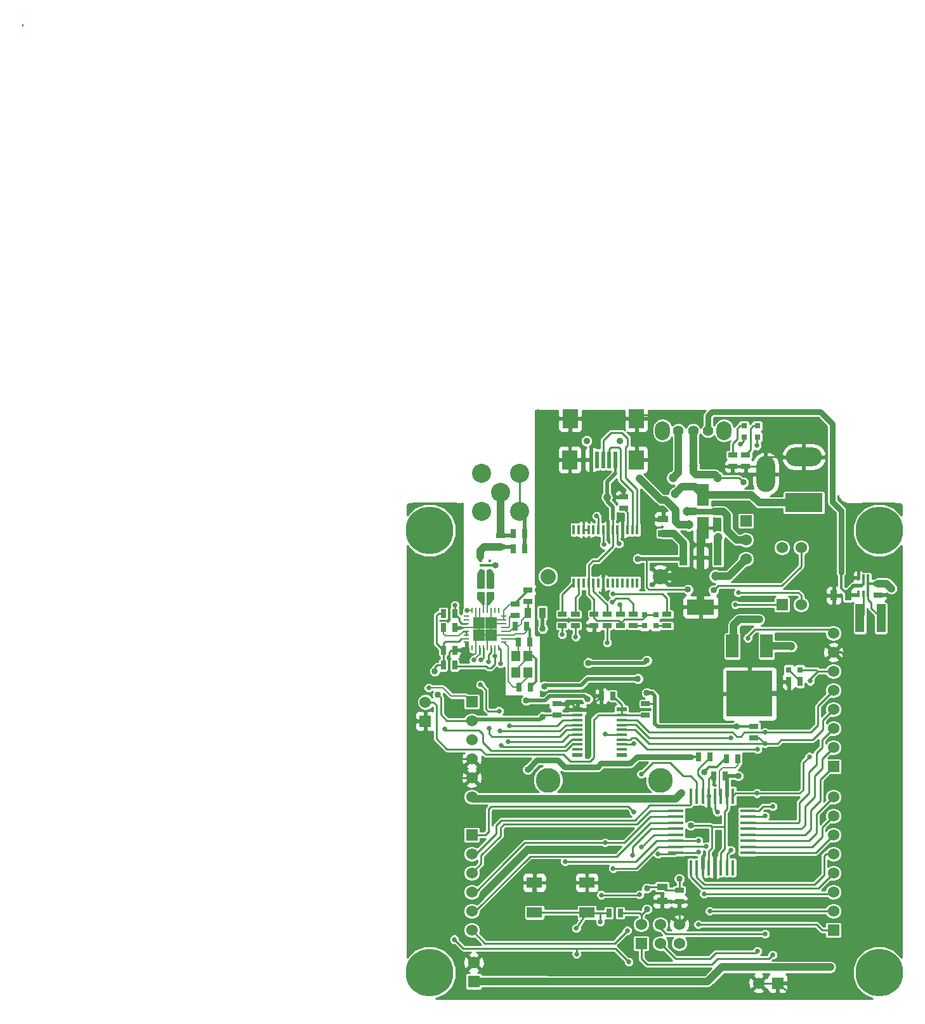
<source format=gtl>
G04 (created by PCBNEW (2013-07-07 BZR 4022)-stable) date Fri 16 Aug 2013 06:51:21 PM NZST*
%MOIN*%
G04 Gerber Fmt 3.4, Leading zero omitted, Abs format*
%FSLAX34Y34*%
G01*
G70*
G90*
G04 APERTURE LIST*
%ADD10C,0.00590551*%
%ADD11R,0.00590551X0.00590551*%
%ADD12C,0.0354*%
%ADD13R,0.0787X0.0984*%
%ADD14R,0.0197X0.0906*%
%ADD15C,0.25*%
%ADD16R,0.0177X0.0787*%
%ADD17R,0.0787X0.0177*%
%ADD18R,0.06X0.06*%
%ADD19C,0.06*%
%ADD20R,0.144X0.08*%
%ADD21R,0.04X0.08*%
%ADD22R,0.035X0.055*%
%ADD23R,0.055X0.035*%
%ADD24R,0.045X0.025*%
%ADD25R,0.025X0.045*%
%ADD26R,0.0236X0.0157*%
%ADD27R,0.0314X0.0314*%
%ADD28R,0.063X0.1181*%
%ADD29R,0.0787402X0.0551181*%
%ADD30R,0.065X0.12*%
%ADD31R,0.24X0.24*%
%ADD32C,0.1*%
%ADD33R,0.0629921X0.0629921*%
%ADD34C,0.0629921*%
%ADD35O,0.189X0.0984252*%
%ADD36R,0.19685X0.0984252*%
%ADD37O,0.0984252X0.189*%
%ADD38C,0.0551181*%
%ADD39O,0.0787402X0.0984252*%
%ADD40R,0.015748X0.011811*%
%ADD41R,0.0137795X0.0334646*%
%ADD42R,0.016X0.05*%
%ADD43R,0.0531496X0.015748*%
%ADD44R,0.0531496X0.023622*%
%ADD45C,0.08*%
%ADD46C,0.13*%
%ADD47R,0.03X0.01*%
%ADD48R,0.01X0.03*%
%ADD49R,0.0472441X0.145669*%
%ADD50R,0.0472441X0.0551181*%
%ADD51C,0.0255906*%
%ADD52C,0.0334646*%
%ADD53C,0.0472441*%
%ADD54C,0.00984252*%
%ADD55C,0.01*%
%ADD56C,0.0137795*%
%ADD57C,0.0295276*%
%ADD58C,0.019685*%
%ADD59C,0.0393701*%
%ADD60C,0.00787402*%
G04 APERTURE END LIST*
G54D10*
G54D11*
X0Y0D03*
X0Y59D03*
G54D12*
X29634Y-21800D03*
X31366Y-21800D03*
G54D13*
X28768Y-20619D03*
X32252Y-20619D03*
X28748Y-22784D03*
X32252Y-22784D03*
G54D14*
X30500Y-22784D03*
X30815Y-22784D03*
X31130Y-22784D03*
X30185Y-22784D03*
X29870Y-22784D03*
G54D15*
X21380Y-26500D03*
X21380Y-49730D03*
X45000Y-26500D03*
X45000Y-49730D03*
G54D16*
X37313Y-44218D03*
X36998Y-44218D03*
X36683Y-44218D03*
X36368Y-44218D03*
X36053Y-44218D03*
X35738Y-44218D03*
X35423Y-44218D03*
X35108Y-44218D03*
X35110Y-40452D03*
X37320Y-40452D03*
X37000Y-40452D03*
X36680Y-40452D03*
X36370Y-40452D03*
X36050Y-40452D03*
X35740Y-40452D03*
X35420Y-40452D03*
G54D17*
X34320Y-43434D03*
X34320Y-43120D03*
X34320Y-42804D03*
X34320Y-42490D03*
X34320Y-42174D03*
X34320Y-41860D03*
X34320Y-41544D03*
X34320Y-41230D03*
X38100Y-43432D03*
X38100Y-43122D03*
X38100Y-42802D03*
X38100Y-42492D03*
X38100Y-42182D03*
X38100Y-41862D03*
X38100Y-41542D03*
X38100Y-41222D03*
G54D18*
X39900Y-30400D03*
G54D19*
X40900Y-30400D03*
X40900Y-27400D03*
X39900Y-27400D03*
G54D20*
X35629Y-30532D03*
G54D21*
X35629Y-27932D03*
X34729Y-27932D03*
X36529Y-27932D03*
G54D22*
X27304Y-30826D03*
X26554Y-30826D03*
G54D23*
X33600Y-45225D03*
X33600Y-45975D03*
X33661Y-26654D03*
X33661Y-25904D03*
G54D24*
X34500Y-45400D03*
X34500Y-46000D03*
G54D25*
X22101Y-31614D03*
X22701Y-31614D03*
X25881Y-31535D03*
X26481Y-31535D03*
G54D24*
X25866Y-30969D03*
X25866Y-30369D03*
G54D25*
X26077Y-34724D03*
X26677Y-34724D03*
X26060Y-32380D03*
X26660Y-32380D03*
X25782Y-27460D03*
X26382Y-27460D03*
X22101Y-32795D03*
X22701Y-32795D03*
G54D24*
X29035Y-30900D03*
X29035Y-31500D03*
X31574Y-25339D03*
X31574Y-24739D03*
X30019Y-30900D03*
X30019Y-31500D03*
X28070Y-36205D03*
X28070Y-35605D03*
G54D25*
X31008Y-35196D03*
X30408Y-35196D03*
X36914Y-39409D03*
X36314Y-39409D03*
G54D24*
X31397Y-31500D03*
X31397Y-30900D03*
X25098Y-27366D03*
X25098Y-26766D03*
G54D25*
X22101Y-30866D03*
X22701Y-30866D03*
X22101Y-33582D03*
X22701Y-33582D03*
G54D24*
X32086Y-31500D03*
X32086Y-30900D03*
X33858Y-31500D03*
X33858Y-30900D03*
G54D25*
X30800Y-46600D03*
X31400Y-46600D03*
G54D24*
X32716Y-36205D03*
X32716Y-35605D03*
X37303Y-23134D03*
X37303Y-22534D03*
X37992Y-23134D03*
X37992Y-22534D03*
X38425Y-37386D03*
X38425Y-36786D03*
G54D25*
X35526Y-38385D03*
X36126Y-38385D03*
G54D24*
X30708Y-31500D03*
X30708Y-30900D03*
X28346Y-31500D03*
X28346Y-30900D03*
G54D25*
X40251Y-34448D03*
X40851Y-34448D03*
X36983Y-38503D03*
X37583Y-38503D03*
G54D26*
X24015Y-29802D03*
X24015Y-29448D03*
X24606Y-29802D03*
X24606Y-29448D03*
G54D18*
X42600Y-47500D03*
G54D19*
X42600Y-46500D03*
X42600Y-45500D03*
X42600Y-44500D03*
X42600Y-43500D03*
X42600Y-42500D03*
X42600Y-41500D03*
X42600Y-40500D03*
G54D18*
X42600Y-38900D03*
G54D19*
X42600Y-37900D03*
X42600Y-36900D03*
X42600Y-35900D03*
X42600Y-34900D03*
X42600Y-33900D03*
X42600Y-32900D03*
X42600Y-31900D03*
G54D18*
X32500Y-48200D03*
G54D19*
X32500Y-47200D03*
X33500Y-48200D03*
X33500Y-47200D03*
X34500Y-48200D03*
X34500Y-47200D03*
G54D18*
X38000Y-26000D03*
G54D19*
X38000Y-27000D03*
X38000Y-28000D03*
G54D18*
X21161Y-36523D03*
G54D19*
X21161Y-35523D03*
G54D18*
X39673Y-50295D03*
G54D19*
X38673Y-50295D03*
G54D18*
X23600Y-42500D03*
G54D19*
X23600Y-43500D03*
X23600Y-44500D03*
X23600Y-45500D03*
X23600Y-46500D03*
X23600Y-47500D03*
G54D18*
X23600Y-35500D03*
G54D19*
X23600Y-36500D03*
X23600Y-37500D03*
X23600Y-38500D03*
X23600Y-39500D03*
X23600Y-40500D03*
G54D27*
X37900Y-21595D03*
X37900Y-21005D03*
X40846Y-33818D03*
X40256Y-33818D03*
X32677Y-30925D03*
X32677Y-31515D03*
X38600Y-21595D03*
X38600Y-21005D03*
X33267Y-30925D03*
X33267Y-31515D03*
G54D28*
X35750Y-24634D03*
X35750Y-26366D03*
G54D29*
X29645Y-46574D03*
X29645Y-45000D03*
X26889Y-45000D03*
X26889Y-46574D03*
G54D25*
X25782Y-26673D03*
X26382Y-26673D03*
G54D30*
X39088Y-32578D03*
G54D31*
X38188Y-35078D03*
G54D30*
X37288Y-32578D03*
G54D32*
X25100Y-24500D03*
X26100Y-23500D03*
X24100Y-23500D03*
X24100Y-25500D03*
X26100Y-25500D03*
G54D33*
X23700Y-50192D03*
G54D34*
X23700Y-49207D03*
G54D35*
X41043Y-22637D03*
G54D36*
X41043Y-25037D03*
G54D37*
X39043Y-23537D03*
G54D38*
X35236Y-21259D03*
X36023Y-21259D03*
X34448Y-21259D03*
G54D39*
X33622Y-21259D03*
X36850Y-21259D03*
G54D40*
X24557Y-28602D03*
X24557Y-28346D03*
X24557Y-28090D03*
X24064Y-28602D03*
X24064Y-28346D03*
X24064Y-28090D03*
G54D41*
X44428Y-28982D03*
X44173Y-28982D03*
X43917Y-28982D03*
X43917Y-29849D03*
X44173Y-29849D03*
X44428Y-29849D03*
G54D22*
X43366Y-29908D03*
X42616Y-29908D03*
G54D24*
X44960Y-29293D03*
X44960Y-29893D03*
G54D42*
X28960Y-29254D03*
X29210Y-29254D03*
X29470Y-29254D03*
X29730Y-29254D03*
X29980Y-29254D03*
X30240Y-29254D03*
X30500Y-29254D03*
X30750Y-29254D03*
X31010Y-29254D03*
X31260Y-29254D03*
X31520Y-29254D03*
X31780Y-29254D03*
X32030Y-29254D03*
X32290Y-29254D03*
X32290Y-26454D03*
X32030Y-26454D03*
X31790Y-26454D03*
X31520Y-26454D03*
X31260Y-26454D03*
X31010Y-26454D03*
X30750Y-26454D03*
X30500Y-26454D03*
X30240Y-26454D03*
X29980Y-26454D03*
X29730Y-26454D03*
X29470Y-26454D03*
X29210Y-26454D03*
X28960Y-26454D03*
G54D43*
X29161Y-36978D03*
X29161Y-37234D03*
X29161Y-37490D03*
X29161Y-37746D03*
X31468Y-36214D03*
X29161Y-36210D03*
X29161Y-36466D03*
X29161Y-36722D03*
X31468Y-38001D03*
X31468Y-37746D03*
X31468Y-37490D03*
X31468Y-37234D03*
X31468Y-36978D03*
X31468Y-36722D03*
X29161Y-38001D03*
X31468Y-36466D03*
G54D44*
X29161Y-35915D03*
X29161Y-38297D03*
X31468Y-38297D03*
X31468Y-35915D03*
G54D45*
X33505Y-28918D03*
X27605Y-28918D03*
G54D46*
X33505Y-39618D03*
X27605Y-39618D03*
G54D47*
X25295Y-31200D03*
X25295Y-31397D03*
X25295Y-31594D03*
X25295Y-31003D03*
G54D48*
X25000Y-30708D03*
X24803Y-30708D03*
X24606Y-30708D03*
X24409Y-30708D03*
X24213Y-30708D03*
X24016Y-30708D03*
X23819Y-30708D03*
X23622Y-30708D03*
G54D47*
X23327Y-32381D03*
X23327Y-31003D03*
X23327Y-31200D03*
X23327Y-31397D03*
X23327Y-31594D03*
X23327Y-31790D03*
X23327Y-31987D03*
X23327Y-32184D03*
G54D48*
X23622Y-32676D03*
X23819Y-32676D03*
X24016Y-32676D03*
X24213Y-32676D03*
X24409Y-32676D03*
X24606Y-32676D03*
X24803Y-32676D03*
X25000Y-32676D03*
G54D47*
X25295Y-32381D03*
X25295Y-32184D03*
X25295Y-31987D03*
X25295Y-31790D03*
G54D33*
X24625Y-31377D03*
X24625Y-32007D03*
X23996Y-31377D03*
X23996Y-32007D03*
G54D24*
X26535Y-30221D03*
X26535Y-29621D03*
G54D49*
X45098Y-31112D03*
X43996Y-31112D03*
G54D50*
X25925Y-33096D03*
X25925Y-33963D03*
X26554Y-33096D03*
X26554Y-33963D03*
G54D51*
X37598Y-29763D03*
X38582Y-22047D03*
X37716Y-21968D03*
X37440Y-30393D03*
G54D52*
X38700Y-31181D03*
G54D53*
X34921Y-25511D03*
X34173Y-23740D03*
G54D51*
X31377Y-30393D03*
X31338Y-27204D03*
X31023Y-29842D03*
X30551Y-27244D03*
X30157Y-25748D03*
X30984Y-30275D03*
X36500Y-41300D03*
X38100Y-32150D03*
X25078Y-37047D03*
X25100Y-33500D03*
X25039Y-35984D03*
X25590Y-36771D03*
X24094Y-33307D03*
X24055Y-34606D03*
X24488Y-33385D03*
X24500Y-36900D03*
X39000Y-37700D03*
X39000Y-47700D03*
X39000Y-41500D03*
X39000Y-37100D03*
X39400Y-48800D03*
X39400Y-41000D03*
X41377Y-34409D03*
X41338Y-38385D03*
X38582Y-40314D03*
X38600Y-48600D03*
X38600Y-38000D03*
X32500Y-39300D03*
X32125Y-41299D03*
X30600Y-42900D03*
X30600Y-37200D03*
X31771Y-47519D03*
X32047Y-43582D03*
X28503Y-43897D03*
X28346Y-31968D03*
X35500Y-42800D03*
X35500Y-47200D03*
X31023Y-44251D03*
X30708Y-32401D03*
X36100Y-46500D03*
X35900Y-43100D03*
X32100Y-37700D03*
X33385Y-43503D03*
X35800Y-45600D03*
X35500Y-43400D03*
X37200Y-37400D03*
X37200Y-43300D03*
X25511Y-37598D03*
X24803Y-33110D03*
X23346Y-30708D03*
X21338Y-34763D03*
X32519Y-43149D03*
X32401Y-45629D03*
X30400Y-45650D03*
X30350Y-47050D03*
X31850Y-49173D03*
X29100Y-48750D03*
X22677Y-47992D03*
X29055Y-32086D03*
X29094Y-47401D03*
X23700Y-33307D03*
X25157Y-37795D03*
X22165Y-36929D03*
X22716Y-30433D03*
G54D52*
X42440Y-49448D03*
X45650Y-29550D03*
X26535Y-39055D03*
X27598Y-50196D03*
X35800Y-39200D03*
X32400Y-23750D03*
G54D53*
X35000Y-26200D03*
X36400Y-28900D03*
G54D52*
X30700Y-24750D03*
X27322Y-31653D03*
X27401Y-34685D03*
X27322Y-36299D03*
X32322Y-34291D03*
X32322Y-27992D03*
X34960Y-29606D03*
X36299Y-29645D03*
X21811Y-35118D03*
X21653Y-33897D03*
X35100Y-42000D03*
X34500Y-44800D03*
G54D53*
X35236Y-23110D03*
G54D52*
X29685Y-35354D03*
X29724Y-33464D03*
X32795Y-33346D03*
X26456Y-35433D03*
X32795Y-35039D03*
X37874Y-23976D03*
X37500Y-36800D03*
X37600Y-39400D03*
X32800Y-45300D03*
X32800Y-46400D03*
G54D53*
X36529Y-23734D03*
X36535Y-26850D03*
X34291Y-24566D03*
G54D52*
X34600Y-40300D03*
X40393Y-32598D03*
X28110Y-41377D03*
X28110Y-42401D03*
X30000Y-42401D03*
X28110Y-44212D03*
X25344Y-40078D03*
X26299Y-38622D03*
X24881Y-41417D03*
X25314Y-47007D03*
X25314Y-43267D03*
X26811Y-47755D03*
X30905Y-47755D03*
X28385Y-47755D03*
X26600Y-36050D03*
X25650Y-36050D03*
X25118Y-34212D03*
X32519Y-38818D03*
X31417Y-40118D03*
X32598Y-40039D03*
X30236Y-40118D03*
X22952Y-25275D03*
X20354Y-25236D03*
X32322Y-21732D03*
X30472Y-20669D03*
X45984Y-25314D03*
X40905Y-37952D03*
X36535Y-41732D03*
X35078Y-41456D03*
X39724Y-41496D03*
X38149Y-39960D03*
X38188Y-40708D03*
X37322Y-41377D03*
X40574Y-39464D03*
X38149Y-38425D03*
X35590Y-48267D03*
X38070Y-48228D03*
X39015Y-48228D03*
X40000Y-48858D03*
X30944Y-48897D03*
X35748Y-49685D03*
X26811Y-48897D03*
X28228Y-48897D03*
X25314Y-45472D03*
X34173Y-20433D03*
X22952Y-27952D03*
X20354Y-27755D03*
X46023Y-35826D03*
X44173Y-35826D03*
X46023Y-40944D03*
X46023Y-48267D03*
X22440Y-48346D03*
X46023Y-27795D03*
X43858Y-25314D03*
X43897Y-27795D03*
X44173Y-46653D03*
X22440Y-50905D03*
X20354Y-48346D03*
X20354Y-43779D03*
X22952Y-27007D03*
X22952Y-26102D03*
X27086Y-22204D03*
X27086Y-21259D03*
X27086Y-20314D03*
X27086Y-25078D03*
X27086Y-24133D03*
X27086Y-23149D03*
X27086Y-27125D03*
X27086Y-26141D03*
X27086Y-28149D03*
X27992Y-29645D03*
X27165Y-30157D03*
X22952Y-28976D03*
X22952Y-29881D03*
X22322Y-30354D03*
X39200Y-25850D03*
X42450Y-26300D03*
X40500Y-26200D03*
X37893Y-25187D03*
X41732Y-48425D03*
X44173Y-40944D03*
X42676Y-30537D03*
X39261Y-31289D03*
X41328Y-31289D03*
X44173Y-33346D03*
X45354Y-28638D03*
X43897Y-28451D03*
X45800Y-29000D03*
X45750Y-30250D03*
X46023Y-33346D03*
X21653Y-33149D03*
X23110Y-33149D03*
X33850Y-32800D03*
X28700Y-32850D03*
X30550Y-32950D03*
X31650Y-32800D03*
X29600Y-32850D03*
X28700Y-34200D03*
X33850Y-36300D03*
G54D51*
X30078Y-34645D03*
G54D52*
X29842Y-24173D03*
X30000Y-41377D03*
X29448Y-39566D03*
X26811Y-41377D03*
X34850Y-28918D03*
X35800Y-28900D03*
X33800Y-27400D03*
X32700Y-24900D03*
X35800Y-42400D03*
X36500Y-46000D03*
X36535Y-42401D03*
X26811Y-44173D03*
X26811Y-45787D03*
X35100Y-32800D03*
X35100Y-36300D03*
X22496Y-34224D03*
X22559Y-35905D03*
X22952Y-35551D03*
X21614Y-37992D03*
X20354Y-34015D03*
X26811Y-43267D03*
X30000Y-43267D03*
X36149Y-36350D03*
X36141Y-35078D03*
X36251Y-32681D03*
X30393Y-45000D03*
X31350Y-44968D03*
X33330Y-44196D03*
X40901Y-43905D03*
X38098Y-44460D03*
X40905Y-34960D03*
X24842Y-28346D03*
X42637Y-29238D03*
X43464Y-29002D03*
X36614Y-23031D03*
X29370Y-50905D03*
X35118Y-50905D03*
X43937Y-50905D03*
X20354Y-39488D03*
X30039Y-32007D03*
X35100Y-31600D03*
X35100Y-35100D03*
X40900Y-46000D03*
X40511Y-50905D03*
X31850Y-27165D03*
X31181Y-24173D03*
X33149Y-22755D03*
G54D54*
X38582Y-22047D02*
X38582Y-21612D01*
X37598Y-29763D02*
X40748Y-29763D01*
X40900Y-30400D02*
X40900Y-29915D01*
X40748Y-29763D02*
X40900Y-29915D01*
X38582Y-21612D02*
X38600Y-21595D01*
G54D55*
X37874Y-21811D02*
X37716Y-21968D01*
X37900Y-21595D02*
X37874Y-21811D01*
X37447Y-30400D02*
X39900Y-30400D01*
X37440Y-30393D02*
X37447Y-30400D01*
G54D54*
X31468Y-35915D02*
X31468Y-35656D01*
X31468Y-35656D02*
X31008Y-35196D01*
X31468Y-36214D02*
X31468Y-35915D01*
X29803Y-38622D02*
X30000Y-38425D01*
X30000Y-36456D02*
X30242Y-36214D01*
X31468Y-36214D02*
X30242Y-36214D01*
X30000Y-38425D02*
X30000Y-36929D01*
X30000Y-36929D02*
X30000Y-36456D01*
X28425Y-38267D02*
X28779Y-38622D01*
X28779Y-38622D02*
X29803Y-38622D01*
X22480Y-37992D02*
X22283Y-37992D01*
X22283Y-37992D02*
X21732Y-37440D01*
X21732Y-37440D02*
X21732Y-35669D01*
X21732Y-35669D02*
X21586Y-35523D01*
X21586Y-35523D02*
X21161Y-35523D01*
X24330Y-38267D02*
X24055Y-37992D01*
X22480Y-37992D02*
X24055Y-37992D01*
X24330Y-38267D02*
X28425Y-38267D01*
X31468Y-36214D02*
X32707Y-36214D01*
G54D56*
X32707Y-36214D02*
X32716Y-36205D01*
G54D54*
X37992Y-22534D02*
X38250Y-22276D01*
X38395Y-21005D02*
X38600Y-21005D01*
X38250Y-21150D02*
X38395Y-21005D01*
X38250Y-22276D02*
X38250Y-21150D01*
X37303Y-22534D02*
X37303Y-21946D01*
X37695Y-21005D02*
X37900Y-21005D01*
X37550Y-21150D02*
X37695Y-21005D01*
X37550Y-21700D02*
X37550Y-21150D01*
X37303Y-21946D02*
X37550Y-21700D01*
G54D57*
X41929Y-20275D02*
X36220Y-20275D01*
X42559Y-25009D02*
X43000Y-25450D01*
X43000Y-25450D02*
X43000Y-28700D01*
G54D56*
X43000Y-28700D02*
X43000Y-29541D01*
X43366Y-29908D02*
X43000Y-29541D01*
G54D57*
X42559Y-20905D02*
X41929Y-20275D01*
X42559Y-20905D02*
X42559Y-25009D01*
X36023Y-20472D02*
X36023Y-21259D01*
X36220Y-20275D02*
X36023Y-20472D01*
G54D56*
X44173Y-28982D02*
X44173Y-29317D01*
X43366Y-29690D02*
X43366Y-29908D01*
G54D58*
X43661Y-29396D02*
X43366Y-29690D01*
X44094Y-29396D02*
X43661Y-29396D01*
G54D56*
X44173Y-29317D02*
X44094Y-29396D01*
X43917Y-29849D02*
X43877Y-29888D01*
G54D58*
X43877Y-29888D02*
X43386Y-29888D01*
X37362Y-32505D02*
X37288Y-32578D01*
G54D59*
X37362Y-31456D02*
X37362Y-32505D01*
X37637Y-31181D02*
X37362Y-31456D01*
X38700Y-31181D02*
X37637Y-31181D01*
X37511Y-27000D02*
X37007Y-26496D01*
X37007Y-26496D02*
X37007Y-25708D01*
X37007Y-25708D02*
X36811Y-25511D01*
X35300Y-25511D02*
X34921Y-25511D01*
G54D57*
X36350Y-25511D02*
X35300Y-25511D01*
G54D59*
X36811Y-25511D02*
X36350Y-25511D01*
X38000Y-27000D02*
X37511Y-27000D01*
X34448Y-23464D02*
X34448Y-21259D01*
X34173Y-23740D02*
X34448Y-23464D01*
G54D58*
X25098Y-26766D02*
X25688Y-26766D01*
X25688Y-26766D02*
X25782Y-26673D01*
G54D56*
X25098Y-26766D02*
X25098Y-24501D01*
X25098Y-24501D02*
X25100Y-24500D01*
G54D60*
X24409Y-30708D02*
X24409Y-30276D01*
X24409Y-30276D02*
X24606Y-30078D01*
X24606Y-30078D02*
X24606Y-29802D01*
G54D56*
X24557Y-28602D02*
X24557Y-29399D01*
X24557Y-29399D02*
X24606Y-29448D01*
G54D60*
X24213Y-30708D02*
X24213Y-30000D01*
X24213Y-30000D02*
X24015Y-29802D01*
G54D56*
X24064Y-28602D02*
X24064Y-29399D01*
X24064Y-29399D02*
X24015Y-29448D01*
G54D59*
X25098Y-27366D02*
X24233Y-27366D01*
X24050Y-27550D02*
X24050Y-27850D01*
G54D58*
X24050Y-27850D02*
X24050Y-28065D01*
G54D59*
X24233Y-27366D02*
X24050Y-27550D01*
G54D58*
X25098Y-27366D02*
X25688Y-27366D01*
X25688Y-27366D02*
X25782Y-27460D01*
G54D55*
X30815Y-22784D02*
X30815Y-22236D01*
X32030Y-24451D02*
X32030Y-26454D01*
X31397Y-23818D02*
X32030Y-24451D01*
X31397Y-22244D02*
X31397Y-23818D01*
X31299Y-22145D02*
X31397Y-22244D01*
X30905Y-22145D02*
X31299Y-22145D01*
X30815Y-22236D02*
X30905Y-22145D01*
X30500Y-22784D02*
X30500Y-21763D01*
X32290Y-24317D02*
X32290Y-26454D01*
X31692Y-23720D02*
X32290Y-24317D01*
X31692Y-22145D02*
X31692Y-23720D01*
X31791Y-22047D02*
X31692Y-22145D01*
X31791Y-21653D02*
X31791Y-22047D01*
X31496Y-21358D02*
X31791Y-21653D01*
X30905Y-21358D02*
X31496Y-21358D01*
X30500Y-21763D02*
X30905Y-21358D01*
X31260Y-26454D02*
X31260Y-27126D01*
X31397Y-30413D02*
X31397Y-30900D01*
X31377Y-30393D02*
X31397Y-30413D01*
X31260Y-27126D02*
X31338Y-27204D01*
X31023Y-29842D02*
X33622Y-29842D01*
X33622Y-29842D02*
X33858Y-30078D01*
X33858Y-30900D02*
X33858Y-30078D01*
X30511Y-26465D02*
X30500Y-26454D01*
X30511Y-27204D02*
X30551Y-27244D01*
X30511Y-26465D02*
X30511Y-27204D01*
X33779Y-30822D02*
X33858Y-30900D01*
X30240Y-26454D02*
X30240Y-25830D01*
X30240Y-25830D02*
X30157Y-25748D01*
X32086Y-30354D02*
X32086Y-30900D01*
X31811Y-30078D02*
X32086Y-30354D01*
X31181Y-30078D02*
X31811Y-30078D01*
X30984Y-30275D02*
X31181Y-30078D01*
X32086Y-30900D02*
X32125Y-30861D01*
X31574Y-25339D02*
X31790Y-25554D01*
X31790Y-25554D02*
X31790Y-26454D01*
G54D54*
X35740Y-40452D02*
X35740Y-39598D01*
X36126Y-38400D02*
X36126Y-38385D01*
X35472Y-39055D02*
X36126Y-38400D01*
X35472Y-39330D02*
X35472Y-39055D01*
X35740Y-39598D02*
X35472Y-39330D01*
G54D60*
X36680Y-40452D02*
X36614Y-40386D01*
X37583Y-38833D02*
X37583Y-38503D01*
X37440Y-38976D02*
X37583Y-38833D01*
X36771Y-38976D02*
X37440Y-38976D01*
X36614Y-39133D02*
X36771Y-38976D01*
X36614Y-40386D02*
X36614Y-39133D01*
G54D54*
X38468Y-31700D02*
X38100Y-32068D01*
X36370Y-40452D02*
X36370Y-41170D01*
X36370Y-41170D02*
X36500Y-41300D01*
X38468Y-31700D02*
X42400Y-31700D01*
X42400Y-31700D02*
X42600Y-31900D01*
X38100Y-32068D02*
X38100Y-32150D01*
G54D55*
X29210Y-29254D02*
X29210Y-29844D01*
X29035Y-30019D02*
X29035Y-30900D01*
X29210Y-29844D02*
X29035Y-30019D01*
G54D54*
X28228Y-37047D02*
X25078Y-37047D01*
X28553Y-36722D02*
X28228Y-37047D01*
X29161Y-36722D02*
X28553Y-36722D01*
X25100Y-32776D02*
X25000Y-32676D01*
X25100Y-32776D02*
X25100Y-33500D01*
G54D55*
X28346Y-30900D02*
X28346Y-29868D01*
X28346Y-29868D02*
X28960Y-29254D01*
X29980Y-29254D02*
X29980Y-29684D01*
X30708Y-30413D02*
X30708Y-30900D01*
X29980Y-29684D02*
X30708Y-30413D01*
G54D54*
X24330Y-35866D02*
X24330Y-34881D01*
X24330Y-35866D02*
X24448Y-35984D01*
X24448Y-35984D02*
X25039Y-35984D01*
X25590Y-36771D02*
X28070Y-36771D01*
X28375Y-36466D02*
X28070Y-36771D01*
X29161Y-36466D02*
X28375Y-36466D01*
X24330Y-34881D02*
X24055Y-34606D01*
X24212Y-33188D02*
X24212Y-32677D01*
X24094Y-33307D02*
X24212Y-33188D01*
X24094Y-34566D02*
X24055Y-34606D01*
X24488Y-33385D02*
X24488Y-33031D01*
X24488Y-33031D02*
X24606Y-32913D01*
X24606Y-32677D02*
X24606Y-32913D01*
X28572Y-36978D02*
X29161Y-36978D01*
X28228Y-37322D02*
X24685Y-37322D01*
X28572Y-36978D02*
X28228Y-37322D01*
X24500Y-37177D02*
X24500Y-36900D01*
X24645Y-37322D02*
X24500Y-37177D01*
X24685Y-37322D02*
X24645Y-37322D01*
X44173Y-29849D02*
X44173Y-30935D01*
X44173Y-30935D02*
X43996Y-31112D01*
G54D60*
X25295Y-31594D02*
X25531Y-31594D01*
X25684Y-30969D02*
X25866Y-30969D01*
X25590Y-31062D02*
X25684Y-30969D01*
X25590Y-31535D02*
X25590Y-31062D01*
X25531Y-31594D02*
X25590Y-31535D01*
X26077Y-34724D02*
X25787Y-34724D01*
X25511Y-32598D02*
X25295Y-32381D01*
X25511Y-34448D02*
X25511Y-32598D01*
X25787Y-34724D02*
X25511Y-34448D01*
X26077Y-34724D02*
X26077Y-34670D01*
X26554Y-34193D02*
X26554Y-33963D01*
X26077Y-34670D02*
X26554Y-34193D01*
G54D56*
X26696Y-33963D02*
X26554Y-33963D01*
G54D60*
X26060Y-32380D02*
X26060Y-32961D01*
X26060Y-32961D02*
X25925Y-33096D01*
X25295Y-32184D02*
X25864Y-32184D01*
X25864Y-32184D02*
X26060Y-32380D01*
G54D54*
X23326Y-31988D02*
X23326Y-31791D01*
G54D60*
X23169Y-31791D02*
X22913Y-32047D01*
X22913Y-32047D02*
X22204Y-32047D01*
X22204Y-32047D02*
X22101Y-31944D01*
X22101Y-31944D02*
X22101Y-31614D01*
G54D54*
X23326Y-31791D02*
X23169Y-31791D01*
X26554Y-30826D02*
X26554Y-30239D01*
G54D56*
X26554Y-30239D02*
X26535Y-30221D01*
G54D54*
X26554Y-30239D02*
X26535Y-30221D01*
G54D60*
X26554Y-30193D02*
X26589Y-30157D01*
X26200Y-31240D02*
X26554Y-30886D01*
X26200Y-31397D02*
X26200Y-31240D01*
X25881Y-31535D02*
X26062Y-31535D01*
X26062Y-31535D02*
X26200Y-31397D01*
X25295Y-31790D02*
X25625Y-31790D01*
X25625Y-31790D02*
X25881Y-31535D01*
X25881Y-31638D02*
X25881Y-31456D01*
G54D55*
X33267Y-31515D02*
X33843Y-31515D01*
X33843Y-31515D02*
X33858Y-31500D01*
X32086Y-31500D02*
X32662Y-31500D01*
X32662Y-31500D02*
X32677Y-31515D01*
G54D54*
X40851Y-34448D02*
X40851Y-34413D01*
X40851Y-34413D02*
X40256Y-33818D01*
G54D55*
X38100Y-42492D02*
X41107Y-42492D01*
X41900Y-39600D02*
X42600Y-38900D01*
X41900Y-40700D02*
X41900Y-39600D01*
X41400Y-41200D02*
X41900Y-40700D01*
X41400Y-42200D02*
X41400Y-41200D01*
X41107Y-42492D02*
X41400Y-42200D01*
X38100Y-42182D02*
X40917Y-42182D01*
X42000Y-38500D02*
X42600Y-37900D01*
X42000Y-39000D02*
X42000Y-38500D01*
X41600Y-39400D02*
X42000Y-39000D01*
X41600Y-40500D02*
X41600Y-39400D01*
X41100Y-41000D02*
X41600Y-40500D01*
X41100Y-42000D02*
X41100Y-41000D01*
X40917Y-42182D02*
X41100Y-42000D01*
X38100Y-41862D02*
X40737Y-41862D01*
X42000Y-37500D02*
X42600Y-36900D01*
X42000Y-37900D02*
X42000Y-37500D01*
X41700Y-38200D02*
X42000Y-37900D01*
X41700Y-38800D02*
X41700Y-38200D01*
X41300Y-39200D02*
X41700Y-38800D01*
X41300Y-40300D02*
X41300Y-39200D01*
X40800Y-40800D02*
X41300Y-40300D01*
X40800Y-41800D02*
X40800Y-40800D01*
X40737Y-41862D02*
X40800Y-41800D01*
G54D54*
X38425Y-37386D02*
X38686Y-37386D01*
X38686Y-37386D02*
X39000Y-37700D01*
X39862Y-37504D02*
X41511Y-37504D01*
X42047Y-36452D02*
X42600Y-35900D01*
X42047Y-36968D02*
X42047Y-36452D01*
X41511Y-37504D02*
X42047Y-36968D01*
X31468Y-36978D02*
X32000Y-36978D01*
X32178Y-36978D02*
X32900Y-37700D01*
X32900Y-37700D02*
X38425Y-37700D01*
X38425Y-37700D02*
X39000Y-37700D01*
X32000Y-36978D02*
X32178Y-36978D01*
X39666Y-37700D02*
X39862Y-37504D01*
X39000Y-37700D02*
X39666Y-37700D01*
G54D55*
X38100Y-41542D02*
X38957Y-41542D01*
G54D54*
X33500Y-47400D02*
X33500Y-47200D01*
X39000Y-47700D02*
X33800Y-47700D01*
X33800Y-47700D02*
X33500Y-47400D01*
G54D55*
X38957Y-41542D02*
X39000Y-41500D01*
G54D54*
X39000Y-37100D02*
X41403Y-37100D01*
X41771Y-35728D02*
X42600Y-34900D01*
X41771Y-36732D02*
X41771Y-35728D01*
X41403Y-37100D02*
X41771Y-36732D01*
X32266Y-36466D02*
X32900Y-37100D01*
X39000Y-37100D02*
X37913Y-37100D01*
X37913Y-37100D02*
X37755Y-37322D01*
X37755Y-37322D02*
X37515Y-37322D01*
X37515Y-37322D02*
X37308Y-37103D01*
X37308Y-37103D02*
X32900Y-37100D01*
X32000Y-36466D02*
X32266Y-36466D01*
X32000Y-36466D02*
X31468Y-36466D01*
G54D55*
X38100Y-41222D02*
X38677Y-41222D01*
G54D54*
X32500Y-49000D02*
X32500Y-48200D01*
X39400Y-48800D02*
X39200Y-49000D01*
X39200Y-49000D02*
X36500Y-49000D01*
X36500Y-49000D02*
X36200Y-49300D01*
X36200Y-49300D02*
X32800Y-49300D01*
X32800Y-49300D02*
X32500Y-49000D01*
G54D55*
X38900Y-41000D02*
X39400Y-41000D01*
X38677Y-41222D02*
X38900Y-41000D01*
G54D54*
X37320Y-40452D02*
X37458Y-40314D01*
X37458Y-40314D02*
X38582Y-40314D01*
X38582Y-40314D02*
X40826Y-40314D01*
X41023Y-40118D02*
X41023Y-39094D01*
X40826Y-40314D02*
X41023Y-40118D01*
X40846Y-33818D02*
X41692Y-33818D01*
X41692Y-33818D02*
X41774Y-33900D01*
X41023Y-39113D02*
X41023Y-39094D01*
X41377Y-34409D02*
X41377Y-34291D01*
X41023Y-39094D02*
X41023Y-38700D01*
X41023Y-38700D02*
X41338Y-38385D01*
X41377Y-34291D02*
X41769Y-33900D01*
X41769Y-33900D02*
X41774Y-33900D01*
X41774Y-33900D02*
X42600Y-33900D01*
X38600Y-48600D02*
X38500Y-48700D01*
X38500Y-48700D02*
X36400Y-48700D01*
X36400Y-48700D02*
X36100Y-49000D01*
X36100Y-49000D02*
X34300Y-49000D01*
X33500Y-48200D02*
X34300Y-49000D01*
X31909Y-37490D02*
X32000Y-37400D01*
X32000Y-37400D02*
X32200Y-37400D01*
X32200Y-37400D02*
X32800Y-38000D01*
X32900Y-38000D02*
X32800Y-38000D01*
X38600Y-38000D02*
X32900Y-38000D01*
X31909Y-37490D02*
X31468Y-37490D01*
X24482Y-42317D02*
X24482Y-41147D01*
X31829Y-41002D02*
X24627Y-41002D01*
G54D55*
X35420Y-39720D02*
X35100Y-39400D01*
X35100Y-39400D02*
X34700Y-39400D01*
X34700Y-39400D02*
X34000Y-38700D01*
X34000Y-38700D02*
X33100Y-38700D01*
X33100Y-38700D02*
X32500Y-39300D01*
X35420Y-39720D02*
X35420Y-40452D01*
G54D54*
X31829Y-41002D02*
X32125Y-41299D01*
X24482Y-41147D02*
X24627Y-41002D01*
G54D55*
X24300Y-42500D02*
X23600Y-42500D01*
X24500Y-42300D02*
X24482Y-42317D01*
X24482Y-42317D02*
X24300Y-42500D01*
G54D54*
X32950Y-40947D02*
X35052Y-40947D01*
X35110Y-40889D02*
X35110Y-40452D01*
X35052Y-40947D02*
X35110Y-40889D01*
G54D55*
X23800Y-43500D02*
X23600Y-43500D01*
X24878Y-42421D02*
X23800Y-43500D01*
X24878Y-41996D02*
X24878Y-42421D01*
X25143Y-41732D02*
X24878Y-41996D01*
X32165Y-41732D02*
X25143Y-41732D01*
X32940Y-40957D02*
X32950Y-40947D01*
X32950Y-40947D02*
X32165Y-41732D01*
G54D54*
X25100Y-42121D02*
X25100Y-42577D01*
G54D55*
X32981Y-41230D02*
X32283Y-41929D01*
X32283Y-41929D02*
X25292Y-41929D01*
X25292Y-41929D02*
X25100Y-42121D01*
X34320Y-41230D02*
X32981Y-41230D01*
G54D54*
X24094Y-44005D02*
X23600Y-44500D01*
X24094Y-43582D02*
X24094Y-44005D01*
X25100Y-42577D02*
X24094Y-43582D01*
G54D55*
X31468Y-37234D02*
X30634Y-37234D01*
X30600Y-37200D02*
X30634Y-37234D01*
X34320Y-41544D02*
X32982Y-41544D01*
X23800Y-45500D02*
X23600Y-45500D01*
X25418Y-43881D02*
X23800Y-45500D01*
X25418Y-43873D02*
X25418Y-43881D01*
X26391Y-42900D02*
X25418Y-43873D01*
X31627Y-42900D02*
X30600Y-42900D01*
X30600Y-42900D02*
X26391Y-42900D01*
X32982Y-41544D02*
X31627Y-42900D01*
G54D54*
X26666Y-43618D02*
X23784Y-46500D01*
G54D55*
X32981Y-41860D02*
X31224Y-43618D01*
X31224Y-43618D02*
X26666Y-43618D01*
X34320Y-41860D02*
X32981Y-41860D01*
G54D54*
X23784Y-46500D02*
X23600Y-46500D01*
G54D55*
X23800Y-46500D02*
X23600Y-46500D01*
G54D54*
X31771Y-47519D02*
X31102Y-48188D01*
X24288Y-48188D02*
X23600Y-47500D01*
X31102Y-48188D02*
X24288Y-48188D01*
X34320Y-42174D02*
X33022Y-42174D01*
X31771Y-47519D02*
X31751Y-47500D01*
X32047Y-43149D02*
X32047Y-43582D01*
X33022Y-42174D02*
X32047Y-43149D01*
X28346Y-31500D02*
X28346Y-31968D01*
X33297Y-42804D02*
X34320Y-42804D01*
X32204Y-43897D02*
X33297Y-42804D01*
X28503Y-43897D02*
X32204Y-43897D01*
G54D55*
X35500Y-47200D02*
X41700Y-47200D01*
X35495Y-42804D02*
X35500Y-42800D01*
X34320Y-42804D02*
X35495Y-42804D01*
X42000Y-47500D02*
X42600Y-47500D01*
X41700Y-47200D02*
X42000Y-47500D01*
G54D54*
X30708Y-31500D02*
X30708Y-32401D01*
X33375Y-43120D02*
X34320Y-43120D01*
X32244Y-44251D02*
X33375Y-43120D01*
X31023Y-44251D02*
X32244Y-44251D01*
G54D55*
X34320Y-43120D02*
X34341Y-43100D01*
X36100Y-46500D02*
X42600Y-46500D01*
X34341Y-43100D02*
X35900Y-43100D01*
G54D54*
X33385Y-43503D02*
X34251Y-43503D01*
G54D55*
X31468Y-37746D02*
X32053Y-37746D01*
X32100Y-37700D02*
X32053Y-37746D01*
G54D54*
X34251Y-43503D02*
X34320Y-43434D01*
G54D55*
X34320Y-43434D02*
X35465Y-43434D01*
X42500Y-45600D02*
X42600Y-45500D01*
X35800Y-45600D02*
X42500Y-45600D01*
X35465Y-43434D02*
X35500Y-43400D01*
X35108Y-44218D02*
X35108Y-44708D01*
X41800Y-45300D02*
X42600Y-44500D01*
X35700Y-45300D02*
X41800Y-45300D01*
X35108Y-44708D02*
X35700Y-45300D01*
X35700Y-45000D02*
X35799Y-45099D01*
X35423Y-44723D02*
X35700Y-45000D01*
X42600Y-43500D02*
X42200Y-43500D01*
X35423Y-44723D02*
X35423Y-44218D01*
X42100Y-43600D02*
X42200Y-43500D01*
X42100Y-44600D02*
X42100Y-43600D01*
X41600Y-45099D02*
X42100Y-44600D01*
X35799Y-45099D02*
X41600Y-45099D01*
X38100Y-43432D02*
X41667Y-43432D01*
X41667Y-43432D02*
X42600Y-42500D01*
X38100Y-43122D02*
X41477Y-43122D01*
X42000Y-42100D02*
X42600Y-41500D01*
X42000Y-42600D02*
X42000Y-42100D01*
X41477Y-43122D02*
X42000Y-42600D01*
X38100Y-42802D02*
X41297Y-42802D01*
X41700Y-41400D02*
X42600Y-40500D01*
X41700Y-42400D02*
X41700Y-41400D01*
X41297Y-42802D02*
X41700Y-42400D01*
G54D54*
X36998Y-44218D02*
X36998Y-43501D01*
G54D10*
X31490Y-36700D02*
X31468Y-36722D01*
G54D54*
X32000Y-36700D02*
X31490Y-36700D01*
X32200Y-36700D02*
X32000Y-36700D01*
X37200Y-37400D02*
X32900Y-37400D01*
X36998Y-43501D02*
X37200Y-43300D01*
X32900Y-37400D02*
X32200Y-36700D01*
X28710Y-37234D02*
X28346Y-37598D01*
X28346Y-37598D02*
X25511Y-37598D01*
X28710Y-37234D02*
X29161Y-37234D01*
X22701Y-33582D02*
X22740Y-33622D01*
X22740Y-33622D02*
X24291Y-33622D01*
X24291Y-33622D02*
X24330Y-33622D01*
X24330Y-33622D02*
X24448Y-33740D01*
X24448Y-33740D02*
X24606Y-33740D01*
X24606Y-33740D02*
X24803Y-33543D01*
X24803Y-33543D02*
X24803Y-33110D01*
G54D10*
X24803Y-32677D02*
X24803Y-33110D01*
G54D60*
X23600Y-35500D02*
X23296Y-35196D01*
G54D10*
X23346Y-30708D02*
X23622Y-30708D01*
G54D60*
X22086Y-34763D02*
X21338Y-34763D01*
X22519Y-35196D02*
X22086Y-34763D01*
X23296Y-35196D02*
X22519Y-35196D01*
G54D54*
X30350Y-46600D02*
X30350Y-47050D01*
X33178Y-42490D02*
X32519Y-43149D01*
X33178Y-42490D02*
X34320Y-42490D01*
X32381Y-45650D02*
X32401Y-45629D01*
X30400Y-45650D02*
X32381Y-45650D01*
X31850Y-49173D02*
X31141Y-48464D01*
X29100Y-48464D02*
X31141Y-48464D01*
X29100Y-48750D02*
X29100Y-48464D01*
X30800Y-46600D02*
X30350Y-46600D01*
X30350Y-46600D02*
X29670Y-46600D01*
G54D10*
X29670Y-46600D02*
X29645Y-46574D01*
G54D54*
X23149Y-48464D02*
X22677Y-47992D01*
X29100Y-48464D02*
X23149Y-48464D01*
X29645Y-46574D02*
X26889Y-46574D01*
X29035Y-31500D02*
X29055Y-31520D01*
X29055Y-31520D02*
X29055Y-32086D01*
X29612Y-46608D02*
X29645Y-46574D01*
X29094Y-47401D02*
X29612Y-46608D01*
G54D55*
X29708Y-46637D02*
X29645Y-46574D01*
G54D10*
X23700Y-33307D02*
X24015Y-32992D01*
G54D54*
X24015Y-32677D02*
X24015Y-32992D01*
X25236Y-37874D02*
X25157Y-37795D01*
X28848Y-37490D02*
X29161Y-37490D01*
X28464Y-37874D02*
X25511Y-37874D01*
X28848Y-37490D02*
X28464Y-37874D01*
X25511Y-37874D02*
X25236Y-37874D01*
X23976Y-37007D02*
X22244Y-37007D01*
X22244Y-37007D02*
X22165Y-36929D01*
X29161Y-37746D02*
X28868Y-37746D01*
X24173Y-37204D02*
X23976Y-37007D01*
X24173Y-37637D02*
X24173Y-37204D01*
X24606Y-38070D02*
X24173Y-37637D01*
X28543Y-38070D02*
X24606Y-38070D01*
X28868Y-37746D02*
X28543Y-38070D01*
G54D10*
X22716Y-30851D02*
X22701Y-30866D01*
G54D54*
X22716Y-30433D02*
X22716Y-30851D01*
X23326Y-31397D02*
X23090Y-31397D01*
X23090Y-31397D02*
X22952Y-31259D01*
X22952Y-31259D02*
X22952Y-31117D01*
X22952Y-31117D02*
X22701Y-30866D01*
G54D57*
X28464Y-38937D02*
X28110Y-38582D01*
G54D54*
X44428Y-29849D02*
X44428Y-30147D01*
X44576Y-30590D02*
X45098Y-31112D01*
X44576Y-30295D02*
X44576Y-30590D01*
X44428Y-30147D02*
X44576Y-30295D01*
G54D59*
X44960Y-29293D02*
X45393Y-29293D01*
X42440Y-49448D02*
X36732Y-49448D01*
X36732Y-49448D02*
X35984Y-50196D01*
X35984Y-50196D02*
X27598Y-50196D01*
X45393Y-29293D02*
X45650Y-29550D01*
G54D58*
X45014Y-29293D02*
X44960Y-29293D01*
G54D56*
X35526Y-38385D02*
X35118Y-38385D01*
G54D57*
X30236Y-38937D02*
X30236Y-38897D01*
X30236Y-38897D02*
X30393Y-38740D01*
X30393Y-38740D02*
X31929Y-38740D01*
X31929Y-38740D02*
X32283Y-38385D01*
X27007Y-38582D02*
X26535Y-39055D01*
X35118Y-38385D02*
X32283Y-38385D01*
X28110Y-38582D02*
X27007Y-38582D01*
X28464Y-38937D02*
X30236Y-38937D01*
G54D56*
X44960Y-29293D02*
X44428Y-29293D01*
X44448Y-29317D02*
X44428Y-29317D01*
X44448Y-29312D02*
X44448Y-29317D01*
X44428Y-29293D02*
X44448Y-29312D01*
X44428Y-29849D02*
X44428Y-29317D01*
X44428Y-29317D02*
X44428Y-28982D01*
G54D59*
X27593Y-50192D02*
X23700Y-50192D01*
X27598Y-50196D02*
X27593Y-50192D01*
G54D56*
X36062Y-38937D02*
X36496Y-38937D01*
X36062Y-38937D02*
X35800Y-39200D01*
X36496Y-38937D02*
X36956Y-38476D01*
G54D59*
X34467Y-26200D02*
X34309Y-26041D01*
X34309Y-26041D02*
X34309Y-25421D01*
X34309Y-25421D02*
X33788Y-24900D01*
X33788Y-24900D02*
X33550Y-24900D01*
X33550Y-24900D02*
X32400Y-23750D01*
X38000Y-28000D02*
X37100Y-28900D01*
X37100Y-28900D02*
X36400Y-28900D01*
X35000Y-26200D02*
X34467Y-26200D01*
X30700Y-24750D02*
X30708Y-24750D01*
G54D55*
X31397Y-31500D02*
X31397Y-31397D01*
X32677Y-31062D02*
X32677Y-30925D01*
X32559Y-31181D02*
X32677Y-31062D01*
X31614Y-31181D02*
X32559Y-31181D01*
X31397Y-31397D02*
X31614Y-31181D01*
X32677Y-30925D02*
X33267Y-30925D01*
X30019Y-30900D02*
X30019Y-31082D01*
X31397Y-31318D02*
X31397Y-31500D01*
X31299Y-31220D02*
X31397Y-31318D01*
X30157Y-31220D02*
X31299Y-31220D01*
X30019Y-31082D02*
X30157Y-31220D01*
X29730Y-29254D02*
X29730Y-28340D01*
X31010Y-27336D02*
X31010Y-26454D01*
X30236Y-28110D02*
X31010Y-27336D01*
X29960Y-28110D02*
X30236Y-28110D01*
X29730Y-28340D02*
X29960Y-28110D01*
G54D56*
X31130Y-22784D02*
X31130Y-23515D01*
G54D58*
X30708Y-23937D02*
X30708Y-24750D01*
X31130Y-23515D02*
X30708Y-23937D01*
X30708Y-24750D02*
X30708Y-24960D01*
X31010Y-25262D02*
X31000Y-25900D01*
G54D55*
X31000Y-25900D02*
X31010Y-26454D01*
G54D58*
X30708Y-24960D02*
X31010Y-25262D01*
G54D55*
X29730Y-29254D02*
X29730Y-29828D01*
X30019Y-30118D02*
X30019Y-30900D01*
X29730Y-29828D02*
X30019Y-30118D01*
G54D58*
X27322Y-31653D02*
X27304Y-31634D01*
X27304Y-31634D02*
X27304Y-30826D01*
G54D54*
X28070Y-36205D02*
X27416Y-36205D01*
X27416Y-36205D02*
X27322Y-36299D01*
G54D58*
X27175Y-36417D02*
X23603Y-36417D01*
X27322Y-36299D02*
X27175Y-36417D01*
X29330Y-34645D02*
X27440Y-34645D01*
X29685Y-34291D02*
X29330Y-34645D01*
X32322Y-34291D02*
X29685Y-34291D01*
X32795Y-27992D02*
X32322Y-27992D01*
X27440Y-34645D02*
X27401Y-34685D01*
G54D54*
X32795Y-27992D02*
X32795Y-29488D01*
X32795Y-29488D02*
X32913Y-29606D01*
X32913Y-29606D02*
X34960Y-29606D01*
X36299Y-29645D02*
X36544Y-29400D01*
X36544Y-29400D02*
X39891Y-29400D01*
X39891Y-29400D02*
X40900Y-28391D01*
X40900Y-28391D02*
X40900Y-27400D01*
X22444Y-36500D02*
X22287Y-36500D01*
X22287Y-36500D02*
X21968Y-36181D01*
X21968Y-36181D02*
X21968Y-35275D01*
X21968Y-35275D02*
X21811Y-35118D01*
X21653Y-33897D02*
X21653Y-33700D01*
X21653Y-33700D02*
X21771Y-33582D01*
X21771Y-33582D02*
X22101Y-33582D01*
X23600Y-36500D02*
X22444Y-36500D01*
G54D58*
X23603Y-36496D02*
X23600Y-36500D01*
G54D54*
X22101Y-32795D02*
X22101Y-33582D01*
X22101Y-33582D02*
X22125Y-33607D01*
X22101Y-32795D02*
X21732Y-32425D01*
X21850Y-30866D02*
X22101Y-30866D01*
X21732Y-30984D02*
X21850Y-30866D01*
X21732Y-32425D02*
X21732Y-30984D01*
X29161Y-36210D02*
X28075Y-36210D01*
X28075Y-36210D02*
X28070Y-36205D01*
G54D60*
X23326Y-32185D02*
X23051Y-32185D01*
G54D54*
X23051Y-32185D02*
X22913Y-32322D01*
X22913Y-32322D02*
X22204Y-32322D01*
X22204Y-32322D02*
X22101Y-32425D01*
X22101Y-32425D02*
X22101Y-32795D01*
G54D58*
X34670Y-27992D02*
X32795Y-27992D01*
X34729Y-27932D02*
X34670Y-27992D01*
G54D59*
X33661Y-26654D02*
X34213Y-26654D01*
X34729Y-27170D02*
X34729Y-27932D01*
X34213Y-26654D02*
X34729Y-27170D01*
G54D54*
X32716Y-35605D02*
X33228Y-35605D01*
X33228Y-35605D02*
X33228Y-35629D01*
G54D58*
X33228Y-36653D02*
X33228Y-35629D01*
X37500Y-36800D02*
X35343Y-36800D01*
X33374Y-36800D02*
X33228Y-36653D01*
X35343Y-36800D02*
X33374Y-36800D01*
X33228Y-35629D02*
X33228Y-35196D01*
X33070Y-35039D02*
X32795Y-35039D01*
X33228Y-35196D02*
X33070Y-35039D01*
G54D54*
X36200Y-42066D02*
X36889Y-42066D01*
X36850Y-42086D02*
X36889Y-42086D01*
X36869Y-42086D02*
X36850Y-42086D01*
X36889Y-42066D02*
X36869Y-42086D01*
X36200Y-43200D02*
X36200Y-42066D01*
G54D55*
X34500Y-45400D02*
X34500Y-44800D01*
X36053Y-43346D02*
X36053Y-44218D01*
X36053Y-43346D02*
X36200Y-43200D01*
G54D54*
X36133Y-42000D02*
X35100Y-42000D01*
X36200Y-42066D02*
X36133Y-42000D01*
X36683Y-44218D02*
X36683Y-43444D01*
X36889Y-43238D02*
X36889Y-42086D01*
X36683Y-43444D02*
X36889Y-43238D01*
X36889Y-42086D02*
X36889Y-42007D01*
X36889Y-41259D02*
X37000Y-41149D01*
X36889Y-42007D02*
X36889Y-41259D01*
X37000Y-41149D02*
X37000Y-40452D01*
G54D58*
X29685Y-35354D02*
X29527Y-35196D01*
X32677Y-33464D02*
X29724Y-33464D01*
X32795Y-33346D02*
X32677Y-33464D01*
X27447Y-35433D02*
X26456Y-35433D01*
X27683Y-35196D02*
X27447Y-35433D01*
X29527Y-35196D02*
X27683Y-35196D01*
G54D56*
X37500Y-36800D02*
X38411Y-36800D01*
X38411Y-36800D02*
X38425Y-36786D01*
X26456Y-35433D02*
X26456Y-35433D01*
X29685Y-35393D02*
X29606Y-35314D01*
G54D54*
X36529Y-23734D02*
X37632Y-23734D01*
X37632Y-23734D02*
X37874Y-23976D01*
G54D58*
X36900Y-39400D02*
X37600Y-39400D01*
X37000Y-40452D02*
X37000Y-39500D01*
X37000Y-39500D02*
X36900Y-39400D01*
G54D55*
X32500Y-46700D02*
X32800Y-46400D01*
X32875Y-45225D02*
X33600Y-45225D01*
X32800Y-45300D02*
X32875Y-45225D01*
G54D54*
X31400Y-46600D02*
X32400Y-46600D01*
X32400Y-46600D02*
X32500Y-46700D01*
G54D55*
X32500Y-46700D02*
X32500Y-47200D01*
X34500Y-45400D02*
X33775Y-45400D01*
X33775Y-45400D02*
X33600Y-45225D01*
G54D59*
X36529Y-23734D02*
X36377Y-23582D01*
X35236Y-23149D02*
X35236Y-23425D01*
X35236Y-23110D02*
X35236Y-23149D01*
X35393Y-23582D02*
X35236Y-23425D01*
X36377Y-23582D02*
X35393Y-23582D01*
X35236Y-21259D02*
X35236Y-23110D01*
X36529Y-26855D02*
X36529Y-27932D01*
X36535Y-26850D02*
X36529Y-26855D01*
X34291Y-24566D02*
X34645Y-24212D01*
X34600Y-40300D02*
X34309Y-40590D01*
X23600Y-40500D02*
X23690Y-40590D01*
X34309Y-40590D02*
X23690Y-40590D01*
X35328Y-24212D02*
X35750Y-24634D01*
X34645Y-24212D02*
X35328Y-24212D01*
X40374Y-32578D02*
X39088Y-32578D01*
X40393Y-32598D02*
X40374Y-32578D01*
X35750Y-24634D02*
X38295Y-24634D01*
X38699Y-25037D02*
X41043Y-25037D01*
X38295Y-24634D02*
X38699Y-25037D01*
G54D56*
X26677Y-34724D02*
X26968Y-34433D01*
X26797Y-33096D02*
X26554Y-33096D01*
X26968Y-33267D02*
X26797Y-33096D01*
X26968Y-33307D02*
X26968Y-33267D01*
X26968Y-34433D02*
X26968Y-33307D01*
G54D60*
X26660Y-32380D02*
X26660Y-32991D01*
X26660Y-32991D02*
X26554Y-33096D01*
X25925Y-33963D02*
X25925Y-33838D01*
X25925Y-33838D02*
X26554Y-33208D01*
X26554Y-33208D02*
X26554Y-33096D01*
G54D54*
X28110Y-41377D02*
X26811Y-41377D01*
X28110Y-42401D02*
X30000Y-42401D01*
G54D56*
X25354Y-39606D02*
X26299Y-38622D01*
X25344Y-40078D02*
X25354Y-39606D01*
G54D54*
X24881Y-41417D02*
X26771Y-41417D01*
X26771Y-41417D02*
X26811Y-41377D01*
X26811Y-47755D02*
X26062Y-47755D01*
X26062Y-47755D02*
X25314Y-47007D01*
X28385Y-47755D02*
X26811Y-47755D01*
X30905Y-47755D02*
X28385Y-47755D01*
X25650Y-36050D02*
X25650Y-35925D01*
X26600Y-36050D02*
X25650Y-36050D01*
X25106Y-34224D02*
X25118Y-34212D01*
X25106Y-34224D02*
X22496Y-34224D01*
X25118Y-35393D02*
X25118Y-34212D01*
X25650Y-35925D02*
X25118Y-35393D01*
X25866Y-30369D02*
X25866Y-30290D01*
X25866Y-30290D02*
X26535Y-29621D01*
X31417Y-40118D02*
X31417Y-39921D01*
X31417Y-39921D02*
X32519Y-38818D01*
X31417Y-40118D02*
X32519Y-40118D01*
X32519Y-40118D02*
X32598Y-40039D01*
X31417Y-40118D02*
X31417Y-40078D01*
X31259Y-40118D02*
X31417Y-40118D01*
X30236Y-40118D02*
X31259Y-40118D01*
X20511Y-25078D02*
X22755Y-25078D01*
X20354Y-25236D02*
X20511Y-25078D01*
X22755Y-25078D02*
X22952Y-25275D01*
X32252Y-20619D02*
X32252Y-21661D01*
X32252Y-21661D02*
X32322Y-21732D01*
X28768Y-20619D02*
X30422Y-20619D01*
X30422Y-20619D02*
X30472Y-20669D01*
X45787Y-25078D02*
X45984Y-25314D01*
X44133Y-25078D02*
X45787Y-25078D01*
X43858Y-25314D02*
X44133Y-25078D01*
X40905Y-37952D02*
X40905Y-37992D01*
X36050Y-40452D02*
X36050Y-41732D01*
X36050Y-41732D02*
X36023Y-41732D01*
X36535Y-41732D02*
X36023Y-41732D01*
X36023Y-41732D02*
X35354Y-41732D01*
X35354Y-41732D02*
X35078Y-41456D01*
X38149Y-38425D02*
X38149Y-39960D01*
X38881Y-39464D02*
X40574Y-39464D01*
X38149Y-39960D02*
X38881Y-39464D01*
X39015Y-48228D02*
X38070Y-48228D01*
X35590Y-48267D02*
X35629Y-48228D01*
X35629Y-48228D02*
X38070Y-48228D01*
X26811Y-48897D02*
X28228Y-48897D01*
X26811Y-45787D02*
X25944Y-45787D01*
X25944Y-45787D02*
X25629Y-45787D01*
X25629Y-45787D02*
X25314Y-45472D01*
X26417Y-45787D02*
X26811Y-45787D01*
X40511Y-50905D02*
X43937Y-50905D01*
X32252Y-20619D02*
X32437Y-20433D01*
X32437Y-20433D02*
X34173Y-20433D01*
X20354Y-34015D02*
X20354Y-27755D01*
X46023Y-35826D02*
X46023Y-33346D01*
X46023Y-40944D02*
X46023Y-35826D01*
X46023Y-35826D02*
X44173Y-35826D01*
X45826Y-47992D02*
X46023Y-48267D01*
X45826Y-47992D02*
X44527Y-47992D01*
X22440Y-50905D02*
X22913Y-50511D01*
X22913Y-48818D02*
X22440Y-48346D01*
X22913Y-50511D02*
X22913Y-48818D01*
X43897Y-27795D02*
X44173Y-28070D01*
X45748Y-28070D02*
X46023Y-27795D01*
X44173Y-28070D02*
X45748Y-28070D01*
X43897Y-28451D02*
X43897Y-27834D01*
X43897Y-27834D02*
X43897Y-27795D01*
X43897Y-27834D02*
X43897Y-27834D01*
X44527Y-47992D02*
X44527Y-47007D01*
X44527Y-47007D02*
X44173Y-46653D01*
X43937Y-50905D02*
X43464Y-50511D01*
X43464Y-50511D02*
X43464Y-49055D01*
X43464Y-49055D02*
X44527Y-47992D01*
X38673Y-50295D02*
X39673Y-50295D01*
X39673Y-50295D02*
X40401Y-50905D01*
X40401Y-50905D02*
X40511Y-50905D01*
X20354Y-48346D02*
X20354Y-43779D01*
X22952Y-25275D02*
X22874Y-25196D01*
X22952Y-25275D02*
X22952Y-26102D01*
X22952Y-27952D02*
X22952Y-27007D01*
X27086Y-28149D02*
X27007Y-28228D01*
X27086Y-22204D02*
X27086Y-21259D01*
X27086Y-24133D02*
X27086Y-23149D01*
X27086Y-25511D02*
X27086Y-25078D01*
X27086Y-28149D02*
X27086Y-27125D01*
X27086Y-26141D02*
X27086Y-25511D01*
X27007Y-30000D02*
X27165Y-30157D01*
X27007Y-28228D02*
X27007Y-30000D01*
X22952Y-29881D02*
X22795Y-29881D01*
X22795Y-29881D02*
X22322Y-30354D01*
G54D60*
X22952Y-27952D02*
X22952Y-28976D01*
G54D54*
X42450Y-26300D02*
X42350Y-26200D01*
X42450Y-29051D02*
X42450Y-26300D01*
X42637Y-29238D02*
X42450Y-29051D01*
X42350Y-26200D02*
X40500Y-26200D01*
X40500Y-26200D02*
X39550Y-26200D01*
X39550Y-26200D02*
X39200Y-25850D01*
X46023Y-40944D02*
X45314Y-40944D01*
X45314Y-40944D02*
X44173Y-40944D01*
X42676Y-30537D02*
X41914Y-31300D01*
G54D56*
X42616Y-30477D02*
X42676Y-30537D01*
X42616Y-29908D02*
X42616Y-30477D01*
G54D54*
X41914Y-31300D02*
X41328Y-31289D01*
X44173Y-33346D02*
X46023Y-33346D01*
X44100Y-33500D02*
X44173Y-33346D01*
X44100Y-33500D02*
X43307Y-33500D01*
X46050Y-29250D02*
X45800Y-29000D01*
X46050Y-29950D02*
X46050Y-29250D01*
X45750Y-30250D02*
X46050Y-29950D01*
G54D60*
X25866Y-30369D02*
X25866Y-30333D01*
X20354Y-34015D02*
X21220Y-33149D01*
X21220Y-33149D02*
X21653Y-33149D01*
X22701Y-32795D02*
X23228Y-32795D01*
X23228Y-32795D02*
X23327Y-32696D01*
X23326Y-32933D02*
X23327Y-32933D01*
X23110Y-33149D02*
X23326Y-32933D01*
X25295Y-31003D02*
X25295Y-30689D01*
X25614Y-30369D02*
X25866Y-30369D01*
X25295Y-30689D02*
X25614Y-30369D01*
G54D56*
X26660Y-32380D02*
X26660Y-31714D01*
X26660Y-31714D02*
X26481Y-31535D01*
G54D60*
X33850Y-32800D02*
X35100Y-32800D01*
X28700Y-34200D02*
X28700Y-32850D01*
X30550Y-32950D02*
X29700Y-32950D01*
X30700Y-32800D02*
X30550Y-32950D01*
X31650Y-32800D02*
X33850Y-32800D01*
X33850Y-32800D02*
X33850Y-34650D01*
X31650Y-32800D02*
X30700Y-32800D01*
X29700Y-32950D02*
X29600Y-32850D01*
X28700Y-32850D02*
X29600Y-32850D01*
X33850Y-34645D02*
X33850Y-34650D01*
X33850Y-34650D02*
X33850Y-36300D01*
G54D54*
X30078Y-34724D02*
X30078Y-34645D01*
G54D10*
X30078Y-34645D02*
X30014Y-34709D01*
G54D54*
X30078Y-34645D02*
X33850Y-34645D01*
G54D60*
X25295Y-31987D02*
X25807Y-31987D01*
X25807Y-31987D02*
X25866Y-31929D01*
X25866Y-31929D02*
X26338Y-31929D01*
X26338Y-31929D02*
X26481Y-31786D01*
X26481Y-31786D02*
X26481Y-31535D01*
G54D54*
X29870Y-24145D02*
X29870Y-22784D01*
X29842Y-24173D02*
X29870Y-24145D01*
G54D60*
X30000Y-41377D02*
X26811Y-41377D01*
X29464Y-39582D02*
X29448Y-39566D01*
G54D54*
X35629Y-28900D02*
X35800Y-28900D01*
X36368Y-44218D02*
X36377Y-43386D01*
X36535Y-43228D02*
X36535Y-42401D01*
X36377Y-43386D02*
X36535Y-43228D01*
X26889Y-45000D02*
X26889Y-44251D01*
X26889Y-44251D02*
X26811Y-44173D01*
X26811Y-45787D02*
X26811Y-45078D01*
X26811Y-45078D02*
X26889Y-45000D01*
X33600Y-45975D02*
X30030Y-45975D01*
X29645Y-45590D02*
X29645Y-45000D01*
X30030Y-45975D02*
X29645Y-45590D01*
G54D60*
X23996Y-32007D02*
X23996Y-31377D01*
X24625Y-32007D02*
X24625Y-31377D01*
X23996Y-32007D02*
X24625Y-32007D01*
X23819Y-32676D02*
X23819Y-32184D01*
X23819Y-32184D02*
X23996Y-32007D01*
X24409Y-32676D02*
X24409Y-32224D01*
X24409Y-32224D02*
X24625Y-32007D01*
X25295Y-31987D02*
X24645Y-31987D01*
X24645Y-31987D02*
X24625Y-32007D01*
X35100Y-35100D02*
X35100Y-36300D01*
X22409Y-34224D02*
X22401Y-34216D01*
X22409Y-34224D02*
X22496Y-34224D01*
G54D54*
X22559Y-35905D02*
X22665Y-35905D01*
X22665Y-35905D02*
X22952Y-35551D01*
G54D56*
X21673Y-37933D02*
X21614Y-37992D01*
G54D60*
X30000Y-43267D02*
X29984Y-43283D01*
X29984Y-43283D02*
X26811Y-43267D01*
X29645Y-45000D02*
X29671Y-45025D01*
X29671Y-45025D02*
X30393Y-45000D01*
X31350Y-44968D02*
X32559Y-44968D01*
X32559Y-44968D02*
X33330Y-44196D01*
X26889Y-45000D02*
X26828Y-44938D01*
G54D54*
X38098Y-44460D02*
X38653Y-43905D01*
X38653Y-43905D02*
X40901Y-43905D01*
X40251Y-34448D02*
X40251Y-34960D01*
X40236Y-35000D02*
X40236Y-34960D01*
X40236Y-34975D02*
X40236Y-35000D01*
X40251Y-34960D02*
X40236Y-34975D01*
G54D56*
X40905Y-34960D02*
X41535Y-34960D01*
X43307Y-34094D02*
X43307Y-33500D01*
X42992Y-34409D02*
X43307Y-34094D01*
X42086Y-34409D02*
X42992Y-34409D01*
X41535Y-34960D02*
X42086Y-34409D01*
X43307Y-33500D02*
X43307Y-33188D01*
X43018Y-32900D02*
X42600Y-32900D01*
X43307Y-33188D02*
X43018Y-32900D01*
G54D54*
X40905Y-34960D02*
X40236Y-34960D01*
X40236Y-34960D02*
X38307Y-34960D01*
X38307Y-34960D02*
X38188Y-35078D01*
X29470Y-26454D02*
X29730Y-26454D01*
G54D56*
X24842Y-28346D02*
X24557Y-28346D01*
X43897Y-28451D02*
X43582Y-28451D01*
X42616Y-29259D02*
X42616Y-29908D01*
X42637Y-29238D02*
X42616Y-29259D01*
X43464Y-28569D02*
X43464Y-29002D01*
X43582Y-28451D02*
X43464Y-28569D01*
X43917Y-28982D02*
X43917Y-28471D01*
X43917Y-28471D02*
X43897Y-28451D01*
G54D55*
X36968Y-23134D02*
X36717Y-23134D01*
X36717Y-23134D02*
X36614Y-23031D01*
G54D54*
X38867Y-34400D02*
X38188Y-35078D01*
G54D60*
X23819Y-30708D02*
X23819Y-31200D01*
X23819Y-31200D02*
X23996Y-31377D01*
G54D10*
X23819Y-32676D02*
X23819Y-32952D01*
X23385Y-32992D02*
X23327Y-32933D01*
X23779Y-32992D02*
X23385Y-32992D01*
X23819Y-32952D02*
X23779Y-32992D01*
X23327Y-32933D02*
X23327Y-32696D01*
X23327Y-32696D02*
X23327Y-32381D01*
G54D60*
X23326Y-31594D02*
X23779Y-31594D01*
X23779Y-31594D02*
X23996Y-31377D01*
X23326Y-31594D02*
X22721Y-31594D01*
X22721Y-31594D02*
X22701Y-31614D01*
X24015Y-30708D02*
X24015Y-31358D01*
G54D10*
X24015Y-31358D02*
X23996Y-31377D01*
G54D60*
X24606Y-30708D02*
X24606Y-31358D01*
X24606Y-31358D02*
X24625Y-31377D01*
X25295Y-31200D02*
X24803Y-31200D01*
X24803Y-31200D02*
X24625Y-31377D01*
X25295Y-31003D02*
X25295Y-31200D01*
X25295Y-31397D02*
X24645Y-31397D01*
X24645Y-31397D02*
X24625Y-31377D01*
G54D10*
X29370Y-50905D02*
X29370Y-50944D01*
G54D54*
X23600Y-39500D02*
X20366Y-39500D01*
X20366Y-39500D02*
X20354Y-39488D01*
X30408Y-35196D02*
X30408Y-34975D01*
X30408Y-34975D02*
X30078Y-34645D01*
X21161Y-36523D02*
X20775Y-36523D01*
X20775Y-36523D02*
X20551Y-36299D01*
X20551Y-36299D02*
X20551Y-34645D01*
X20551Y-34645D02*
X20748Y-34448D01*
X20748Y-34448D02*
X22401Y-34448D01*
X22519Y-32795D02*
X22701Y-32795D01*
X22401Y-32913D02*
X22519Y-32795D01*
X22401Y-34216D02*
X22401Y-32913D01*
X22401Y-34448D02*
X22401Y-34216D01*
X23600Y-38500D02*
X22240Y-38500D01*
X21161Y-37421D02*
X21161Y-36523D01*
X22240Y-38500D02*
X21673Y-37933D01*
X21673Y-37933D02*
X21161Y-37421D01*
X29161Y-35915D02*
X29690Y-35915D01*
X29690Y-35915D02*
X30408Y-35196D01*
X29161Y-35915D02*
X28851Y-35605D01*
X28851Y-35605D02*
X28070Y-35605D01*
G54D10*
X23326Y-32381D02*
X23272Y-32381D01*
G54D54*
X26889Y-45000D02*
X29645Y-45000D01*
X26889Y-45000D02*
X26618Y-45000D01*
X30019Y-31500D02*
X30019Y-31988D01*
X34645Y-34645D02*
X35100Y-35100D01*
X33850Y-34645D02*
X34645Y-34645D01*
X30019Y-31988D02*
X30039Y-32007D01*
X38188Y-35078D02*
X36141Y-35078D01*
X36141Y-35078D02*
X35121Y-35078D01*
X35121Y-35078D02*
X35100Y-35100D01*
X35629Y-31070D02*
X35629Y-30532D01*
X35100Y-31600D02*
X35629Y-31070D01*
X36500Y-46000D02*
X40900Y-46000D01*
X40511Y-50905D02*
X40507Y-50900D01*
X40884Y-34939D02*
X40905Y-34960D01*
X36050Y-40452D02*
X36050Y-39549D01*
X36200Y-39400D02*
X36300Y-39400D01*
X36050Y-39549D02*
X36200Y-39400D01*
G54D55*
X36500Y-46000D02*
X34500Y-46000D01*
X35738Y-44218D02*
X35738Y-44738D01*
X36368Y-44731D02*
X36368Y-44218D01*
X36300Y-44800D02*
X36368Y-44731D01*
X35800Y-44800D02*
X36300Y-44800D01*
X35738Y-44738D02*
X35800Y-44800D01*
X34500Y-47200D02*
X34500Y-46000D01*
X33600Y-45975D02*
X34475Y-45975D01*
X34475Y-45975D02*
X34500Y-46000D01*
G54D59*
X33505Y-28918D02*
X34850Y-28918D01*
X34850Y-28918D02*
X35217Y-28918D01*
X35217Y-28918D02*
X35629Y-29330D01*
X35629Y-27932D02*
X35629Y-28900D01*
X35629Y-28900D02*
X35629Y-29330D01*
X35629Y-29330D02*
X35629Y-30532D01*
G54D55*
X37303Y-23134D02*
X36968Y-23134D01*
X36968Y-23134D02*
X36953Y-23134D01*
X30500Y-29254D02*
X30500Y-28751D01*
X31850Y-28110D02*
X31850Y-27165D01*
X31377Y-28582D02*
X31850Y-28110D01*
X30669Y-28582D02*
X31377Y-28582D01*
X30500Y-28751D02*
X30669Y-28582D01*
X31732Y-27165D02*
X31520Y-26953D01*
X31520Y-26953D02*
X31520Y-26454D01*
X31732Y-27165D02*
X31850Y-27165D01*
X31850Y-27165D02*
X31732Y-27165D01*
X30750Y-26454D02*
X30748Y-26452D01*
X29385Y-25314D02*
X29200Y-25500D01*
X30393Y-25314D02*
X29385Y-25314D01*
X30748Y-25669D02*
X30393Y-25314D01*
X30748Y-26452D02*
X30748Y-25669D01*
X29470Y-26454D02*
X29470Y-25769D01*
X29200Y-25500D02*
X27086Y-25500D01*
X29470Y-25769D02*
X29200Y-25500D01*
X37992Y-23134D02*
X38640Y-23134D01*
X39137Y-22637D02*
X41043Y-22637D01*
X38640Y-23134D02*
X39137Y-22637D01*
X37992Y-23134D02*
X37303Y-23134D01*
G54D59*
X35629Y-27932D02*
X35629Y-26486D01*
X35629Y-26486D02*
X35750Y-26366D01*
G54D55*
X33661Y-25904D02*
X33150Y-25904D01*
X32440Y-27165D02*
X31850Y-27165D01*
X32755Y-26850D02*
X32440Y-27165D01*
X32755Y-26299D02*
X32755Y-26850D01*
X33150Y-25904D02*
X32755Y-26299D01*
X31574Y-24739D02*
X31574Y-24566D01*
X31574Y-24566D02*
X31181Y-24173D01*
X33121Y-22784D02*
X32252Y-22784D01*
X33149Y-22755D02*
X33121Y-22784D01*
X28748Y-22784D02*
X28768Y-22764D01*
G54D58*
X26382Y-26673D02*
X26382Y-25782D01*
X26382Y-25782D02*
X26100Y-25500D01*
G54D54*
X26100Y-25500D02*
X26100Y-23500D01*
G54D56*
X24064Y-28346D02*
X24557Y-28346D01*
G54D58*
X26382Y-27460D02*
X26382Y-26673D01*
G54D10*
G36*
X23140Y-31595D02*
X23121Y-31603D01*
X23093Y-31608D01*
X23076Y-31619D01*
X22991Y-31619D01*
X22949Y-31662D01*
X22750Y-31662D01*
X22750Y-31670D01*
X22653Y-31670D01*
X22653Y-31662D01*
X22645Y-31662D01*
X22645Y-31565D01*
X22653Y-31565D01*
X22653Y-31557D01*
X22750Y-31557D01*
X22750Y-31565D01*
X22987Y-31565D01*
X22991Y-31569D01*
X22999Y-31569D01*
X22999Y-31569D01*
X23014Y-31580D01*
X23014Y-31580D01*
X23075Y-31592D01*
X23090Y-31595D01*
X23090Y-31595D01*
X23090Y-31595D01*
X23140Y-31595D01*
X23140Y-31595D01*
G37*
G54D55*
X23140Y-31595D02*
X23121Y-31603D01*
X23093Y-31608D01*
X23076Y-31619D01*
X22991Y-31619D01*
X22949Y-31662D01*
X22750Y-31662D01*
X22750Y-31670D01*
X22653Y-31670D01*
X22653Y-31662D01*
X22645Y-31662D01*
X22645Y-31565D01*
X22653Y-31565D01*
X22653Y-31557D01*
X22750Y-31557D01*
X22750Y-31565D01*
X22987Y-31565D01*
X22991Y-31569D01*
X22999Y-31569D01*
X22999Y-31569D01*
X23014Y-31580D01*
X23014Y-31580D01*
X23075Y-31592D01*
X23090Y-31595D01*
X23090Y-31595D01*
X23090Y-31595D01*
X23140Y-31595D01*
G54D10*
G36*
X23630Y-33036D02*
X23544Y-33072D01*
X23466Y-33150D01*
X23424Y-33251D01*
X23424Y-33361D01*
X23450Y-33424D01*
X22975Y-33424D01*
X22975Y-33328D01*
X22952Y-33273D01*
X22925Y-33246D01*
X22966Y-33229D01*
X23035Y-33160D01*
X23073Y-33069D01*
X23073Y-32971D01*
X23073Y-32905D01*
X23011Y-32843D01*
X22750Y-32843D01*
X22750Y-32851D01*
X22653Y-32851D01*
X22653Y-32843D01*
X22645Y-32843D01*
X22645Y-32746D01*
X22653Y-32746D01*
X22653Y-32738D01*
X22750Y-32738D01*
X22750Y-32746D01*
X23011Y-32746D01*
X23073Y-32685D01*
X23073Y-32656D01*
X23127Y-32678D01*
X23225Y-32678D01*
X23216Y-32678D01*
X23278Y-32617D01*
X23278Y-32406D01*
X23270Y-32406D01*
X23270Y-32383D01*
X23383Y-32383D01*
X23383Y-32406D01*
X23375Y-32406D01*
X23375Y-32617D01*
X23423Y-32665D01*
X23423Y-32856D01*
X23446Y-32910D01*
X23487Y-32952D01*
X23542Y-32975D01*
X23568Y-32975D01*
X23629Y-33036D01*
X23630Y-33036D01*
X23630Y-33036D01*
G37*
G54D55*
X23630Y-33036D02*
X23544Y-33072D01*
X23466Y-33150D01*
X23424Y-33251D01*
X23424Y-33361D01*
X23450Y-33424D01*
X22975Y-33424D01*
X22975Y-33328D01*
X22952Y-33273D01*
X22925Y-33246D01*
X22966Y-33229D01*
X23035Y-33160D01*
X23073Y-33069D01*
X23073Y-32971D01*
X23073Y-32905D01*
X23011Y-32843D01*
X22750Y-32843D01*
X22750Y-32851D01*
X22653Y-32851D01*
X22653Y-32843D01*
X22645Y-32843D01*
X22645Y-32746D01*
X22653Y-32746D01*
X22653Y-32738D01*
X22750Y-32738D01*
X22750Y-32746D01*
X23011Y-32746D01*
X23073Y-32685D01*
X23073Y-32656D01*
X23127Y-32678D01*
X23225Y-32678D01*
X23216Y-32678D01*
X23278Y-32617D01*
X23278Y-32406D01*
X23270Y-32406D01*
X23270Y-32383D01*
X23383Y-32383D01*
X23383Y-32406D01*
X23375Y-32406D01*
X23375Y-32617D01*
X23423Y-32665D01*
X23423Y-32856D01*
X23446Y-32910D01*
X23487Y-32952D01*
X23542Y-32975D01*
X23568Y-32975D01*
X23629Y-33036D01*
X23630Y-33036D01*
G54D10*
G36*
X24052Y-32056D02*
X24044Y-32056D01*
X24044Y-32064D01*
X23947Y-32064D01*
X23947Y-32056D01*
X23939Y-32056D01*
X23939Y-31959D01*
X23947Y-31959D01*
X23947Y-31951D01*
X23967Y-31951D01*
X24052Y-32036D01*
X24052Y-32056D01*
X24052Y-32056D01*
G37*
G54D55*
X24052Y-32056D02*
X24044Y-32056D01*
X24044Y-32064D01*
X23947Y-32064D01*
X23947Y-32056D01*
X23939Y-32056D01*
X23939Y-31959D01*
X23947Y-31959D01*
X23947Y-31951D01*
X23967Y-31951D01*
X24052Y-32036D01*
X24052Y-32056D01*
G54D10*
G36*
X31675Y-24377D02*
X31623Y-24429D01*
X31623Y-24690D01*
X31631Y-24690D01*
X31631Y-24787D01*
X31623Y-24787D01*
X31623Y-24795D01*
X31526Y-24795D01*
X31526Y-24787D01*
X31526Y-24690D01*
X31526Y-24429D01*
X31464Y-24367D01*
X31398Y-24367D01*
X31300Y-24367D01*
X31209Y-24405D01*
X31140Y-24474D01*
X31102Y-24565D01*
X31102Y-24629D01*
X31164Y-24690D01*
X31526Y-24690D01*
X31526Y-24787D01*
X31164Y-24787D01*
X31102Y-24849D01*
X31102Y-24913D01*
X31140Y-25004D01*
X31209Y-25073D01*
X31259Y-25094D01*
X31224Y-25130D01*
X31219Y-25140D01*
X31206Y-25119D01*
X31187Y-25090D01*
X31186Y-25089D01*
X31184Y-25087D01*
X31008Y-24911D01*
X31027Y-24882D01*
X31053Y-24750D01*
X31027Y-24617D01*
X30955Y-24509D01*
X30955Y-24039D01*
X31199Y-23795D01*
X31199Y-23818D01*
X31214Y-23894D01*
X31257Y-23959D01*
X31675Y-24377D01*
X31675Y-24377D01*
G37*
G54D55*
X31675Y-24377D02*
X31623Y-24429D01*
X31623Y-24690D01*
X31631Y-24690D01*
X31631Y-24787D01*
X31623Y-24787D01*
X31623Y-24795D01*
X31526Y-24795D01*
X31526Y-24787D01*
X31526Y-24690D01*
X31526Y-24429D01*
X31464Y-24367D01*
X31398Y-24367D01*
X31300Y-24367D01*
X31209Y-24405D01*
X31140Y-24474D01*
X31102Y-24565D01*
X31102Y-24629D01*
X31164Y-24690D01*
X31526Y-24690D01*
X31526Y-24787D01*
X31164Y-24787D01*
X31102Y-24849D01*
X31102Y-24913D01*
X31140Y-25004D01*
X31209Y-25073D01*
X31259Y-25094D01*
X31224Y-25130D01*
X31219Y-25140D01*
X31206Y-25119D01*
X31187Y-25090D01*
X31186Y-25089D01*
X31184Y-25087D01*
X31008Y-24911D01*
X31027Y-24882D01*
X31053Y-24750D01*
X31027Y-24617D01*
X30955Y-24509D01*
X30955Y-24039D01*
X31199Y-23795D01*
X31199Y-23818D01*
X31214Y-23894D01*
X31257Y-23959D01*
X31675Y-24377D01*
G54D10*
G36*
X31970Y-41533D02*
X25143Y-41533D01*
X25067Y-41548D01*
X25002Y-41591D01*
X25002Y-41591D01*
X24738Y-41856D01*
X24695Y-41920D01*
X24680Y-41996D01*
X24680Y-41229D01*
X24709Y-41200D01*
X31747Y-41200D01*
X31849Y-41302D01*
X31849Y-41353D01*
X31891Y-41455D01*
X31969Y-41533D01*
X31970Y-41533D01*
X31970Y-41533D01*
G37*
G54D55*
X31970Y-41533D02*
X25143Y-41533D01*
X25067Y-41548D01*
X25002Y-41591D01*
X25002Y-41591D01*
X24738Y-41856D01*
X24695Y-41920D01*
X24680Y-41996D01*
X24680Y-41229D01*
X24709Y-41200D01*
X31747Y-41200D01*
X31849Y-41302D01*
X31849Y-41353D01*
X31891Y-41455D01*
X31969Y-41533D01*
X31970Y-41533D01*
G54D10*
G36*
X33003Y-40245D02*
X28106Y-40245D01*
X28281Y-40070D01*
X28403Y-39777D01*
X28403Y-39459D01*
X28282Y-39166D01*
X28276Y-39160D01*
X28351Y-39210D01*
X28464Y-39233D01*
X30236Y-39233D01*
X30349Y-39210D01*
X30445Y-39146D01*
X30509Y-39050D01*
X30511Y-39040D01*
X30516Y-39036D01*
X31929Y-39036D01*
X32042Y-39013D01*
X32138Y-38949D01*
X32406Y-38681D01*
X32837Y-38681D01*
X32495Y-39023D01*
X32445Y-39023D01*
X32343Y-39065D01*
X32265Y-39143D01*
X32223Y-39244D01*
X32223Y-39354D01*
X32265Y-39456D01*
X32343Y-39534D01*
X32444Y-39576D01*
X32554Y-39576D01*
X32656Y-39534D01*
X32706Y-39484D01*
X32706Y-39776D01*
X32827Y-40069D01*
X33003Y-40245D01*
X33003Y-40245D01*
G37*
G54D55*
X33003Y-40245D02*
X28106Y-40245D01*
X28281Y-40070D01*
X28403Y-39777D01*
X28403Y-39459D01*
X28282Y-39166D01*
X28276Y-39160D01*
X28351Y-39210D01*
X28464Y-39233D01*
X30236Y-39233D01*
X30349Y-39210D01*
X30445Y-39146D01*
X30509Y-39050D01*
X30511Y-39040D01*
X30516Y-39036D01*
X31929Y-39036D01*
X32042Y-39013D01*
X32138Y-38949D01*
X32406Y-38681D01*
X32837Y-38681D01*
X32495Y-39023D01*
X32445Y-39023D01*
X32343Y-39065D01*
X32265Y-39143D01*
X32223Y-39244D01*
X32223Y-39354D01*
X32265Y-39456D01*
X32343Y-39534D01*
X32444Y-39576D01*
X32554Y-39576D01*
X32656Y-39534D01*
X32706Y-39484D01*
X32706Y-39776D01*
X32827Y-40069D01*
X33003Y-40245D01*
G54D10*
G36*
X34384Y-27495D02*
X34381Y-27502D01*
X34381Y-27561D01*
X34381Y-27745D01*
X32795Y-27745D01*
X32522Y-27745D01*
X32501Y-27724D01*
X32385Y-27676D01*
X32260Y-27676D01*
X32144Y-27724D01*
X32055Y-27813D01*
X32007Y-27929D01*
X32007Y-28054D01*
X32055Y-28170D01*
X32143Y-28259D01*
X32259Y-28307D01*
X32385Y-28307D01*
X32501Y-28259D01*
X32522Y-28238D01*
X32597Y-28238D01*
X32597Y-29488D01*
X32597Y-29488D01*
X32612Y-29563D01*
X32655Y-29627D01*
X32671Y-29644D01*
X32420Y-29644D01*
X32454Y-29630D01*
X32495Y-29588D01*
X32518Y-29533D01*
X32518Y-29474D01*
X32518Y-28974D01*
X32496Y-28920D01*
X32454Y-28878D01*
X32399Y-28855D01*
X32340Y-28855D01*
X32180Y-28855D01*
X32160Y-28864D01*
X32139Y-28855D01*
X32080Y-28855D01*
X31920Y-28855D01*
X31905Y-28862D01*
X31889Y-28855D01*
X31830Y-28855D01*
X31670Y-28855D01*
X31650Y-28864D01*
X31629Y-28855D01*
X31570Y-28855D01*
X31410Y-28855D01*
X31390Y-28864D01*
X31369Y-28855D01*
X31310Y-28855D01*
X31150Y-28855D01*
X31135Y-28862D01*
X31119Y-28855D01*
X31060Y-28855D01*
X30900Y-28855D01*
X30880Y-28864D01*
X30859Y-28855D01*
X30800Y-28855D01*
X30780Y-28855D01*
X30719Y-28794D01*
X30629Y-28757D01*
X30601Y-28757D01*
X30540Y-28819D01*
X30540Y-28930D01*
X30521Y-28974D01*
X30521Y-29033D01*
X30521Y-29533D01*
X30540Y-29578D01*
X30540Y-29689D01*
X30601Y-29751D01*
X30629Y-29751D01*
X30719Y-29713D01*
X30780Y-29652D01*
X30822Y-29652D01*
X30789Y-29685D01*
X30747Y-29787D01*
X30747Y-29897D01*
X30789Y-29998D01*
X30830Y-30040D01*
X30827Y-30041D01*
X30750Y-30118D01*
X30733Y-30157D01*
X30295Y-29720D01*
X30371Y-29751D01*
X30398Y-29751D01*
X30460Y-29689D01*
X30460Y-29554D01*
X30468Y-29533D01*
X30468Y-29474D01*
X30468Y-28974D01*
X30460Y-28954D01*
X30460Y-28819D01*
X30398Y-28757D01*
X30371Y-28757D01*
X30280Y-28794D01*
X30219Y-28855D01*
X30130Y-28855D01*
X30110Y-28864D01*
X30089Y-28855D01*
X30030Y-28855D01*
X29928Y-28855D01*
X29928Y-28422D01*
X30042Y-28308D01*
X30236Y-28308D01*
X30312Y-28293D01*
X30312Y-28293D01*
X30376Y-28250D01*
X31150Y-27476D01*
X31150Y-27476D01*
X31150Y-27476D01*
X31178Y-27435D01*
X31181Y-27438D01*
X31283Y-27481D01*
X31393Y-27481D01*
X31494Y-27439D01*
X31572Y-27361D01*
X31614Y-27259D01*
X31615Y-27149D01*
X31573Y-27048D01*
X31495Y-26970D01*
X31458Y-26955D01*
X31458Y-26911D01*
X31480Y-26889D01*
X31480Y-26754D01*
X31488Y-26733D01*
X31488Y-26674D01*
X31488Y-26174D01*
X31480Y-26154D01*
X31480Y-26019D01*
X31418Y-25957D01*
X31391Y-25957D01*
X31300Y-25994D01*
X31239Y-26055D01*
X31201Y-26055D01*
X31201Y-26034D01*
X31226Y-25998D01*
X31246Y-25903D01*
X31251Y-25576D01*
X31265Y-25590D01*
X31320Y-25612D01*
X31379Y-25612D01*
X31567Y-25612D01*
X31591Y-25636D01*
X31591Y-25987D01*
X31560Y-26019D01*
X31560Y-26405D01*
X31561Y-26405D01*
X31561Y-26502D01*
X31560Y-26502D01*
X31560Y-26889D01*
X31621Y-26951D01*
X31649Y-26951D01*
X31739Y-26913D01*
X31800Y-26852D01*
X31899Y-26852D01*
X31910Y-26848D01*
X31920Y-26852D01*
X31979Y-26852D01*
X32139Y-26852D01*
X32160Y-26844D01*
X32180Y-26852D01*
X32239Y-26852D01*
X32399Y-26852D01*
X32454Y-26830D01*
X32495Y-26788D01*
X32518Y-26733D01*
X32518Y-26674D01*
X32518Y-26174D01*
X32496Y-26120D01*
X32488Y-26112D01*
X32488Y-24326D01*
X33305Y-25144D01*
X33305Y-25144D01*
X33417Y-25218D01*
X33417Y-25218D01*
X33523Y-25240D01*
X33549Y-25245D01*
X33549Y-25245D01*
X33550Y-25245D01*
X33645Y-25245D01*
X33882Y-25482D01*
X33771Y-25482D01*
X33709Y-25544D01*
X33709Y-25856D01*
X33717Y-25856D01*
X33717Y-25952D01*
X33709Y-25952D01*
X33709Y-25960D01*
X33612Y-25960D01*
X33612Y-25952D01*
X33612Y-25856D01*
X33612Y-25544D01*
X33551Y-25482D01*
X33435Y-25482D01*
X33337Y-25482D01*
X33246Y-25520D01*
X33177Y-25589D01*
X33139Y-25680D01*
X33139Y-25794D01*
X33201Y-25856D01*
X33612Y-25856D01*
X33612Y-25952D01*
X33201Y-25952D01*
X33139Y-26014D01*
X33139Y-26128D01*
X33177Y-26219D01*
X33246Y-26288D01*
X33337Y-26326D01*
X33435Y-26326D01*
X33551Y-26326D01*
X33612Y-26264D01*
X33612Y-26318D01*
X33551Y-26331D01*
X33357Y-26331D01*
X33302Y-26353D01*
X33260Y-26395D01*
X33238Y-26449D01*
X33237Y-26508D01*
X33237Y-26858D01*
X33260Y-26913D01*
X33302Y-26955D01*
X33356Y-26977D01*
X33415Y-26977D01*
X33551Y-26977D01*
X33661Y-26999D01*
X34070Y-26999D01*
X34384Y-27313D01*
X34384Y-27495D01*
X34384Y-27495D01*
G37*
G54D55*
X34384Y-27495D02*
X34381Y-27502D01*
X34381Y-27561D01*
X34381Y-27745D01*
X32795Y-27745D01*
X32522Y-27745D01*
X32501Y-27724D01*
X32385Y-27676D01*
X32260Y-27676D01*
X32144Y-27724D01*
X32055Y-27813D01*
X32007Y-27929D01*
X32007Y-28054D01*
X32055Y-28170D01*
X32143Y-28259D01*
X32259Y-28307D01*
X32385Y-28307D01*
X32501Y-28259D01*
X32522Y-28238D01*
X32597Y-28238D01*
X32597Y-29488D01*
X32597Y-29488D01*
X32612Y-29563D01*
X32655Y-29627D01*
X32671Y-29644D01*
X32420Y-29644D01*
X32454Y-29630D01*
X32495Y-29588D01*
X32518Y-29533D01*
X32518Y-29474D01*
X32518Y-28974D01*
X32496Y-28920D01*
X32454Y-28878D01*
X32399Y-28855D01*
X32340Y-28855D01*
X32180Y-28855D01*
X32160Y-28864D01*
X32139Y-28855D01*
X32080Y-28855D01*
X31920Y-28855D01*
X31905Y-28862D01*
X31889Y-28855D01*
X31830Y-28855D01*
X31670Y-28855D01*
X31650Y-28864D01*
X31629Y-28855D01*
X31570Y-28855D01*
X31410Y-28855D01*
X31390Y-28864D01*
X31369Y-28855D01*
X31310Y-28855D01*
X31150Y-28855D01*
X31135Y-28862D01*
X31119Y-28855D01*
X31060Y-28855D01*
X30900Y-28855D01*
X30880Y-28864D01*
X30859Y-28855D01*
X30800Y-28855D01*
X30780Y-28855D01*
X30719Y-28794D01*
X30629Y-28757D01*
X30601Y-28757D01*
X30540Y-28819D01*
X30540Y-28930D01*
X30521Y-28974D01*
X30521Y-29033D01*
X30521Y-29533D01*
X30540Y-29578D01*
X30540Y-29689D01*
X30601Y-29751D01*
X30629Y-29751D01*
X30719Y-29713D01*
X30780Y-29652D01*
X30822Y-29652D01*
X30789Y-29685D01*
X30747Y-29787D01*
X30747Y-29897D01*
X30789Y-29998D01*
X30830Y-30040D01*
X30827Y-30041D01*
X30750Y-30118D01*
X30733Y-30157D01*
X30295Y-29720D01*
X30371Y-29751D01*
X30398Y-29751D01*
X30460Y-29689D01*
X30460Y-29554D01*
X30468Y-29533D01*
X30468Y-29474D01*
X30468Y-28974D01*
X30460Y-28954D01*
X30460Y-28819D01*
X30398Y-28757D01*
X30371Y-28757D01*
X30280Y-28794D01*
X30219Y-28855D01*
X30130Y-28855D01*
X30110Y-28864D01*
X30089Y-28855D01*
X30030Y-28855D01*
X29928Y-28855D01*
X29928Y-28422D01*
X30042Y-28308D01*
X30236Y-28308D01*
X30312Y-28293D01*
X30312Y-28293D01*
X30376Y-28250D01*
X31150Y-27476D01*
X31150Y-27476D01*
X31150Y-27476D01*
X31178Y-27435D01*
X31181Y-27438D01*
X31283Y-27481D01*
X31393Y-27481D01*
X31494Y-27439D01*
X31572Y-27361D01*
X31614Y-27259D01*
X31615Y-27149D01*
X31573Y-27048D01*
X31495Y-26970D01*
X31458Y-26955D01*
X31458Y-26911D01*
X31480Y-26889D01*
X31480Y-26754D01*
X31488Y-26733D01*
X31488Y-26674D01*
X31488Y-26174D01*
X31480Y-26154D01*
X31480Y-26019D01*
X31418Y-25957D01*
X31391Y-25957D01*
X31300Y-25994D01*
X31239Y-26055D01*
X31201Y-26055D01*
X31201Y-26034D01*
X31226Y-25998D01*
X31246Y-25903D01*
X31251Y-25576D01*
X31265Y-25590D01*
X31320Y-25612D01*
X31379Y-25612D01*
X31567Y-25612D01*
X31591Y-25636D01*
X31591Y-25987D01*
X31560Y-26019D01*
X31560Y-26405D01*
X31561Y-26405D01*
X31561Y-26502D01*
X31560Y-26502D01*
X31560Y-26889D01*
X31621Y-26951D01*
X31649Y-26951D01*
X31739Y-26913D01*
X31800Y-26852D01*
X31899Y-26852D01*
X31910Y-26848D01*
X31920Y-26852D01*
X31979Y-26852D01*
X32139Y-26852D01*
X32160Y-26844D01*
X32180Y-26852D01*
X32239Y-26852D01*
X32399Y-26852D01*
X32454Y-26830D01*
X32495Y-26788D01*
X32518Y-26733D01*
X32518Y-26674D01*
X32518Y-26174D01*
X32496Y-26120D01*
X32488Y-26112D01*
X32488Y-24326D01*
X33305Y-25144D01*
X33305Y-25144D01*
X33417Y-25218D01*
X33417Y-25218D01*
X33523Y-25240D01*
X33549Y-25245D01*
X33549Y-25245D01*
X33550Y-25245D01*
X33645Y-25245D01*
X33882Y-25482D01*
X33771Y-25482D01*
X33709Y-25544D01*
X33709Y-25856D01*
X33717Y-25856D01*
X33717Y-25952D01*
X33709Y-25952D01*
X33709Y-25960D01*
X33612Y-25960D01*
X33612Y-25952D01*
X33612Y-25856D01*
X33612Y-25544D01*
X33551Y-25482D01*
X33435Y-25482D01*
X33337Y-25482D01*
X33246Y-25520D01*
X33177Y-25589D01*
X33139Y-25680D01*
X33139Y-25794D01*
X33201Y-25856D01*
X33612Y-25856D01*
X33612Y-25952D01*
X33201Y-25952D01*
X33139Y-26014D01*
X33139Y-26128D01*
X33177Y-26219D01*
X33246Y-26288D01*
X33337Y-26326D01*
X33435Y-26326D01*
X33551Y-26326D01*
X33612Y-26264D01*
X33612Y-26318D01*
X33551Y-26331D01*
X33357Y-26331D01*
X33302Y-26353D01*
X33260Y-26395D01*
X33238Y-26449D01*
X33237Y-26508D01*
X33237Y-26858D01*
X33260Y-26913D01*
X33302Y-26955D01*
X33356Y-26977D01*
X33415Y-26977D01*
X33551Y-26977D01*
X33661Y-26999D01*
X34070Y-26999D01*
X34384Y-27313D01*
X34384Y-27495D01*
G54D10*
G36*
X35855Y-43578D02*
X35844Y-43578D01*
X35782Y-43640D01*
X35782Y-44170D01*
X35794Y-44170D01*
X35794Y-44267D01*
X35782Y-44267D01*
X35782Y-44275D01*
X35694Y-44275D01*
X35694Y-44267D01*
X35682Y-44267D01*
X35682Y-44170D01*
X35694Y-44170D01*
X35694Y-43640D01*
X35672Y-43618D01*
X35734Y-43556D01*
X35776Y-43455D01*
X35776Y-43347D01*
X35844Y-43376D01*
X35855Y-43376D01*
X35855Y-43578D01*
X35855Y-43578D01*
G37*
G54D55*
X35855Y-43578D02*
X35844Y-43578D01*
X35782Y-43640D01*
X35782Y-44170D01*
X35794Y-44170D01*
X35794Y-44267D01*
X35782Y-44267D01*
X35782Y-44275D01*
X35694Y-44275D01*
X35694Y-44267D01*
X35682Y-44267D01*
X35682Y-44170D01*
X35694Y-44170D01*
X35694Y-43640D01*
X35672Y-43618D01*
X35734Y-43556D01*
X35776Y-43455D01*
X35776Y-43347D01*
X35844Y-43376D01*
X35855Y-43376D01*
X35855Y-43578D01*
G54D10*
G36*
X36002Y-42843D02*
X35955Y-42823D01*
X35845Y-42823D01*
X35776Y-42852D01*
X35776Y-42745D01*
X35734Y-42643D01*
X35656Y-42565D01*
X35555Y-42523D01*
X35445Y-42523D01*
X35343Y-42565D01*
X35302Y-42606D01*
X34862Y-42606D01*
X34862Y-42549D01*
X34862Y-42372D01*
X34845Y-42332D01*
X34862Y-42292D01*
X34862Y-42233D01*
X34862Y-42208D01*
X34920Y-42267D01*
X35036Y-42315D01*
X35162Y-42315D01*
X35278Y-42267D01*
X35348Y-42197D01*
X36002Y-42197D01*
X36002Y-42843D01*
X36002Y-42843D01*
G37*
G54D55*
X36002Y-42843D02*
X35955Y-42823D01*
X35845Y-42823D01*
X35776Y-42852D01*
X35776Y-42745D01*
X35734Y-42643D01*
X35656Y-42565D01*
X35555Y-42523D01*
X35445Y-42523D01*
X35343Y-42565D01*
X35302Y-42606D01*
X34862Y-42606D01*
X34862Y-42549D01*
X34862Y-42372D01*
X34845Y-42332D01*
X34862Y-42292D01*
X34862Y-42233D01*
X34862Y-42208D01*
X34920Y-42267D01*
X35036Y-42315D01*
X35162Y-42315D01*
X35278Y-42267D01*
X35348Y-42197D01*
X36002Y-42197D01*
X36002Y-42843D01*
G54D10*
G36*
X36426Y-39910D02*
X36339Y-39910D01*
X36278Y-39850D01*
X36248Y-39837D01*
X36265Y-39819D01*
X36265Y-39457D01*
X36257Y-39457D01*
X36257Y-39361D01*
X36265Y-39361D01*
X36265Y-39353D01*
X36362Y-39353D01*
X36362Y-39361D01*
X36370Y-39361D01*
X36370Y-39457D01*
X36362Y-39457D01*
X36362Y-39819D01*
X36424Y-39881D01*
X36426Y-39881D01*
X36426Y-39910D01*
X36426Y-39910D01*
G37*
G54D55*
X36426Y-39910D02*
X36339Y-39910D01*
X36278Y-39850D01*
X36248Y-39837D01*
X36265Y-39819D01*
X36265Y-39457D01*
X36257Y-39457D01*
X36257Y-39361D01*
X36265Y-39361D01*
X36265Y-39353D01*
X36362Y-39353D01*
X36362Y-39361D01*
X36370Y-39361D01*
X36370Y-39457D01*
X36362Y-39457D01*
X36362Y-39819D01*
X36424Y-39881D01*
X36426Y-39881D01*
X36426Y-39910D01*
G54D10*
G36*
X36692Y-41868D02*
X36281Y-41868D01*
X36273Y-41860D01*
X36209Y-41817D01*
X36133Y-41802D01*
X36133Y-41802D01*
X35348Y-41802D01*
X35279Y-41732D01*
X35163Y-41684D01*
X35037Y-41684D01*
X34921Y-41732D01*
X34862Y-41791D01*
X34862Y-41742D01*
X34845Y-41702D01*
X34862Y-41662D01*
X34862Y-41603D01*
X34862Y-41426D01*
X34846Y-41387D01*
X34862Y-41348D01*
X34862Y-41289D01*
X34862Y-41145D01*
X35052Y-41145D01*
X35052Y-41145D01*
X35052Y-41145D01*
X35127Y-41130D01*
X35192Y-41087D01*
X35250Y-41029D01*
X35250Y-41029D01*
X35250Y-41029D01*
X35279Y-40985D01*
X35302Y-40994D01*
X35361Y-40994D01*
X35538Y-40994D01*
X35580Y-40977D01*
X35622Y-40994D01*
X35681Y-40994D01*
X35761Y-40994D01*
X35821Y-41055D01*
X35912Y-41093D01*
X35944Y-41093D01*
X36006Y-41031D01*
X36006Y-40501D01*
X35994Y-40501D01*
X35994Y-40404D01*
X36006Y-40404D01*
X36006Y-40396D01*
X36094Y-40396D01*
X36094Y-40404D01*
X36106Y-40404D01*
X36106Y-40501D01*
X36094Y-40501D01*
X36094Y-41031D01*
X36156Y-41093D01*
X36172Y-41093D01*
X36172Y-41170D01*
X36172Y-41170D01*
X36187Y-41246D01*
X36223Y-41299D01*
X36223Y-41354D01*
X36265Y-41456D01*
X36343Y-41534D01*
X36444Y-41576D01*
X36554Y-41576D01*
X36656Y-41534D01*
X36692Y-41498D01*
X36692Y-41868D01*
X36692Y-41868D01*
G37*
G54D55*
X36692Y-41868D02*
X36281Y-41868D01*
X36273Y-41860D01*
X36209Y-41817D01*
X36133Y-41802D01*
X36133Y-41802D01*
X35348Y-41802D01*
X35279Y-41732D01*
X35163Y-41684D01*
X35037Y-41684D01*
X34921Y-41732D01*
X34862Y-41791D01*
X34862Y-41742D01*
X34845Y-41702D01*
X34862Y-41662D01*
X34862Y-41603D01*
X34862Y-41426D01*
X34846Y-41387D01*
X34862Y-41348D01*
X34862Y-41289D01*
X34862Y-41145D01*
X35052Y-41145D01*
X35052Y-41145D01*
X35052Y-41145D01*
X35127Y-41130D01*
X35192Y-41087D01*
X35250Y-41029D01*
X35250Y-41029D01*
X35250Y-41029D01*
X35279Y-40985D01*
X35302Y-40994D01*
X35361Y-40994D01*
X35538Y-40994D01*
X35580Y-40977D01*
X35622Y-40994D01*
X35681Y-40994D01*
X35761Y-40994D01*
X35821Y-41055D01*
X35912Y-41093D01*
X35944Y-41093D01*
X36006Y-41031D01*
X36006Y-40501D01*
X35994Y-40501D01*
X35994Y-40404D01*
X36006Y-40404D01*
X36006Y-40396D01*
X36094Y-40396D01*
X36094Y-40404D01*
X36106Y-40404D01*
X36106Y-40501D01*
X36094Y-40501D01*
X36094Y-41031D01*
X36156Y-41093D01*
X36172Y-41093D01*
X36172Y-41170D01*
X36172Y-41170D01*
X36187Y-41246D01*
X36223Y-41299D01*
X36223Y-41354D01*
X36265Y-41456D01*
X36343Y-41534D01*
X36444Y-41576D01*
X36554Y-41576D01*
X36656Y-41534D01*
X36692Y-41498D01*
X36692Y-41868D01*
G54D10*
G36*
X41803Y-37492D02*
X41801Y-37500D01*
X41801Y-37817D01*
X41559Y-38059D01*
X41516Y-38124D01*
X41508Y-38164D01*
X41495Y-38151D01*
X41393Y-38109D01*
X41283Y-38109D01*
X41182Y-38151D01*
X41104Y-38229D01*
X41062Y-38330D01*
X41062Y-38382D01*
X40883Y-38561D01*
X40841Y-38625D01*
X40825Y-38700D01*
X40825Y-38700D01*
X40825Y-39094D01*
X40825Y-39113D01*
X40825Y-40036D01*
X40744Y-40117D01*
X38775Y-40117D01*
X38739Y-40080D01*
X38637Y-40038D01*
X38527Y-40038D01*
X38426Y-40080D01*
X38389Y-40117D01*
X37557Y-40117D01*
X37557Y-40029D01*
X37534Y-39975D01*
X37493Y-39933D01*
X37438Y-39910D01*
X37379Y-39910D01*
X37247Y-39910D01*
X37247Y-39646D01*
X37400Y-39646D01*
X37420Y-39667D01*
X37536Y-39715D01*
X37662Y-39715D01*
X37778Y-39667D01*
X37867Y-39579D01*
X37915Y-39463D01*
X37915Y-39337D01*
X37867Y-39221D01*
X37779Y-39132D01*
X37663Y-39084D01*
X37598Y-39084D01*
X37716Y-38966D01*
X37756Y-38905D01*
X37756Y-38905D01*
X37764Y-38866D01*
X37792Y-38854D01*
X37834Y-38813D01*
X37856Y-38758D01*
X37856Y-38699D01*
X37856Y-38249D01*
X37835Y-38197D01*
X38406Y-38197D01*
X38443Y-38234D01*
X38544Y-38276D01*
X38654Y-38276D01*
X38756Y-38234D01*
X38834Y-38156D01*
X38876Y-38055D01*
X38876Y-37947D01*
X38944Y-37976D01*
X39054Y-37976D01*
X39156Y-37934D01*
X39193Y-37897D01*
X39666Y-37897D01*
X39666Y-37897D01*
X39666Y-37897D01*
X39742Y-37882D01*
X39806Y-37839D01*
X39944Y-37702D01*
X41511Y-37702D01*
X41511Y-37702D01*
X41511Y-37702D01*
X41586Y-37687D01*
X41650Y-37644D01*
X41803Y-37492D01*
X41803Y-37492D01*
G37*
G54D55*
X41803Y-37492D02*
X41801Y-37500D01*
X41801Y-37817D01*
X41559Y-38059D01*
X41516Y-38124D01*
X41508Y-38164D01*
X41495Y-38151D01*
X41393Y-38109D01*
X41283Y-38109D01*
X41182Y-38151D01*
X41104Y-38229D01*
X41062Y-38330D01*
X41062Y-38382D01*
X40883Y-38561D01*
X40841Y-38625D01*
X40825Y-38700D01*
X40825Y-38700D01*
X40825Y-39094D01*
X40825Y-39113D01*
X40825Y-40036D01*
X40744Y-40117D01*
X38775Y-40117D01*
X38739Y-40080D01*
X38637Y-40038D01*
X38527Y-40038D01*
X38426Y-40080D01*
X38389Y-40117D01*
X37557Y-40117D01*
X37557Y-40029D01*
X37534Y-39975D01*
X37493Y-39933D01*
X37438Y-39910D01*
X37379Y-39910D01*
X37247Y-39910D01*
X37247Y-39646D01*
X37400Y-39646D01*
X37420Y-39667D01*
X37536Y-39715D01*
X37662Y-39715D01*
X37778Y-39667D01*
X37867Y-39579D01*
X37915Y-39463D01*
X37915Y-39337D01*
X37867Y-39221D01*
X37779Y-39132D01*
X37663Y-39084D01*
X37598Y-39084D01*
X37716Y-38966D01*
X37756Y-38905D01*
X37756Y-38905D01*
X37764Y-38866D01*
X37792Y-38854D01*
X37834Y-38813D01*
X37856Y-38758D01*
X37856Y-38699D01*
X37856Y-38249D01*
X37835Y-38197D01*
X38406Y-38197D01*
X38443Y-38234D01*
X38544Y-38276D01*
X38654Y-38276D01*
X38756Y-38234D01*
X38834Y-38156D01*
X38876Y-38055D01*
X38876Y-37947D01*
X38944Y-37976D01*
X39054Y-37976D01*
X39156Y-37934D01*
X39193Y-37897D01*
X39666Y-37897D01*
X39666Y-37897D01*
X39666Y-37897D01*
X39742Y-37882D01*
X39806Y-37839D01*
X39944Y-37702D01*
X41511Y-37702D01*
X41511Y-37702D01*
X41511Y-37702D01*
X41586Y-37687D01*
X41650Y-37644D01*
X41803Y-37492D01*
G54D10*
G36*
X46182Y-48935D02*
X45793Y-48545D01*
X45279Y-48331D01*
X44723Y-48331D01*
X44208Y-48543D01*
X43815Y-48936D01*
X43601Y-49450D01*
X43601Y-50006D01*
X43813Y-50521D01*
X44206Y-50914D01*
X44658Y-51102D01*
X43151Y-51102D01*
X43151Y-32982D01*
X43141Y-32765D01*
X43077Y-32612D01*
X43048Y-32604D01*
X43048Y-31811D01*
X43038Y-31787D01*
X43038Y-30134D01*
X43038Y-30018D01*
X42977Y-29956D01*
X42665Y-29956D01*
X42665Y-30368D01*
X42727Y-30429D01*
X42840Y-30429D01*
X42931Y-30392D01*
X43001Y-30323D01*
X43038Y-30232D01*
X43038Y-30134D01*
X43038Y-31787D01*
X42980Y-31646D01*
X42854Y-31520D01*
X42689Y-31451D01*
X42568Y-31451D01*
X42568Y-30368D01*
X42568Y-29956D01*
X42568Y-29859D01*
X42568Y-29447D01*
X42506Y-29386D01*
X42393Y-29386D01*
X42302Y-29423D01*
X42232Y-29493D01*
X42216Y-29531D01*
X42216Y-22800D01*
X42216Y-22474D01*
X42197Y-22399D01*
X42052Y-22149D01*
X41823Y-21973D01*
X41544Y-21898D01*
X41091Y-21898D01*
X41091Y-22589D01*
X42171Y-22589D01*
X42216Y-22474D01*
X42216Y-22800D01*
X42171Y-22686D01*
X41091Y-22686D01*
X41091Y-23376D01*
X41544Y-23376D01*
X41823Y-23301D01*
X42052Y-23126D01*
X42197Y-22875D01*
X42216Y-22800D01*
X42216Y-29531D01*
X42195Y-29583D01*
X42195Y-29681D01*
X42195Y-29797D01*
X42256Y-29859D01*
X42568Y-29859D01*
X42568Y-29956D01*
X42256Y-29956D01*
X42195Y-30018D01*
X42195Y-30134D01*
X42195Y-30232D01*
X42232Y-30323D01*
X42302Y-30392D01*
X42393Y-30429D01*
X42506Y-30429D01*
X42568Y-30368D01*
X42568Y-31451D01*
X42511Y-31451D01*
X42388Y-31502D01*
X41348Y-31502D01*
X41348Y-30311D01*
X41280Y-30146D01*
X41154Y-30020D01*
X41097Y-29996D01*
X41097Y-29915D01*
X41082Y-29840D01*
X41082Y-29840D01*
X41039Y-29775D01*
X41039Y-29775D01*
X40887Y-29624D01*
X40823Y-29581D01*
X40748Y-29566D01*
X40748Y-29566D01*
X39991Y-29566D01*
X40031Y-29539D01*
X41039Y-28531D01*
X41082Y-28466D01*
X41082Y-28466D01*
X41097Y-28391D01*
X41097Y-27803D01*
X41153Y-27780D01*
X41279Y-27654D01*
X41348Y-27489D01*
X41348Y-27311D01*
X41280Y-27146D01*
X41154Y-27020D01*
X40989Y-26951D01*
X40811Y-26951D01*
X40646Y-27019D01*
X40520Y-27145D01*
X40451Y-27310D01*
X40451Y-27488D01*
X40519Y-27653D01*
X40645Y-27779D01*
X40702Y-27803D01*
X40702Y-28309D01*
X40348Y-28663D01*
X40348Y-27311D01*
X40280Y-27146D01*
X40154Y-27020D01*
X39989Y-26951D01*
X39811Y-26951D01*
X39646Y-27019D01*
X39520Y-27145D01*
X39451Y-27310D01*
X39451Y-27488D01*
X39519Y-27653D01*
X39645Y-27779D01*
X39810Y-27848D01*
X39988Y-27848D01*
X40153Y-27780D01*
X40279Y-27654D01*
X40348Y-27489D01*
X40348Y-27311D01*
X40348Y-28663D01*
X39809Y-29202D01*
X37257Y-29202D01*
X37344Y-29144D01*
X38039Y-28448D01*
X38088Y-28448D01*
X38253Y-28380D01*
X38379Y-28254D01*
X38448Y-28089D01*
X38448Y-27911D01*
X38380Y-27746D01*
X38254Y-27620D01*
X38089Y-27551D01*
X37911Y-27551D01*
X37746Y-27619D01*
X37620Y-27745D01*
X37551Y-27910D01*
X37551Y-27960D01*
X36956Y-28554D01*
X36571Y-28554D01*
X36476Y-28515D01*
X36323Y-28515D01*
X36182Y-28573D01*
X36076Y-28679D01*
X36076Y-28283D01*
X36076Y-27581D01*
X36076Y-27482D01*
X36039Y-27392D01*
X35969Y-27322D01*
X35878Y-27285D01*
X35740Y-27285D01*
X35678Y-27347D01*
X35678Y-27883D01*
X36015Y-27883D01*
X36076Y-27822D01*
X36076Y-27581D01*
X36076Y-28283D01*
X36076Y-28042D01*
X36015Y-27980D01*
X35678Y-27980D01*
X35678Y-28517D01*
X35740Y-28579D01*
X35878Y-28579D01*
X35969Y-28541D01*
X36039Y-28472D01*
X36076Y-28381D01*
X36076Y-28283D01*
X36076Y-28679D01*
X36074Y-28681D01*
X36015Y-28823D01*
X36015Y-28976D01*
X36073Y-29117D01*
X36181Y-29225D01*
X36323Y-29284D01*
X36380Y-29284D01*
X36335Y-29329D01*
X36236Y-29329D01*
X36120Y-29377D01*
X36031Y-29466D01*
X35983Y-29582D01*
X35983Y-29708D01*
X36031Y-29824D01*
X36092Y-29885D01*
X35740Y-29885D01*
X35678Y-29947D01*
X35678Y-30483D01*
X36535Y-30483D01*
X36596Y-30422D01*
X36596Y-30181D01*
X36596Y-30082D01*
X36559Y-29992D01*
X36489Y-29922D01*
X36472Y-29915D01*
X36477Y-29913D01*
X36566Y-29824D01*
X36614Y-29708D01*
X36614Y-29609D01*
X36626Y-29597D01*
X37373Y-29597D01*
X37364Y-29607D01*
X37322Y-29708D01*
X37321Y-29818D01*
X37363Y-29920D01*
X37441Y-29997D01*
X37543Y-30040D01*
X37653Y-30040D01*
X37754Y-29998D01*
X37791Y-29961D01*
X39546Y-29961D01*
X39516Y-29974D01*
X39474Y-30015D01*
X39451Y-30070D01*
X39451Y-30129D01*
X39451Y-30201D01*
X37639Y-30201D01*
X37597Y-30159D01*
X37496Y-30117D01*
X37386Y-30117D01*
X37284Y-30159D01*
X37206Y-30236D01*
X37164Y-30338D01*
X37164Y-30448D01*
X37206Y-30550D01*
X37284Y-30627D01*
X37385Y-30670D01*
X37495Y-30670D01*
X37597Y-30628D01*
X37627Y-30598D01*
X39451Y-30598D01*
X39451Y-30729D01*
X39474Y-30783D01*
X39515Y-30825D01*
X39570Y-30848D01*
X39629Y-30848D01*
X40229Y-30848D01*
X40283Y-30825D01*
X40325Y-30784D01*
X40348Y-30729D01*
X40348Y-30670D01*
X40348Y-30070D01*
X40325Y-30016D01*
X40284Y-29974D01*
X40253Y-29961D01*
X40666Y-29961D01*
X40701Y-29996D01*
X40646Y-30019D01*
X40520Y-30145D01*
X40451Y-30310D01*
X40451Y-30488D01*
X40519Y-30653D01*
X40645Y-30779D01*
X40810Y-30848D01*
X40988Y-30848D01*
X41153Y-30780D01*
X41279Y-30654D01*
X41348Y-30489D01*
X41348Y-30311D01*
X41348Y-31502D01*
X38821Y-31502D01*
X38832Y-31500D01*
X38944Y-31425D01*
X39019Y-31313D01*
X39046Y-31181D01*
X39019Y-31048D01*
X38944Y-30936D01*
X38832Y-30862D01*
X38700Y-30835D01*
X37637Y-30835D01*
X37505Y-30862D01*
X37393Y-30936D01*
X37393Y-30936D01*
X37118Y-31212D01*
X37043Y-31324D01*
X37016Y-31456D01*
X37016Y-31830D01*
X36934Y-31830D01*
X36880Y-31852D01*
X36838Y-31894D01*
X36815Y-31949D01*
X36815Y-32008D01*
X36815Y-33208D01*
X36838Y-33262D01*
X36879Y-33304D01*
X36934Y-33327D01*
X36993Y-33327D01*
X37643Y-33327D01*
X37697Y-33304D01*
X37739Y-33262D01*
X37762Y-33208D01*
X37762Y-33149D01*
X37762Y-31949D01*
X37739Y-31894D01*
X37707Y-31862D01*
X37707Y-31599D01*
X37780Y-31526D01*
X38379Y-31526D01*
X38328Y-31560D01*
X37993Y-31894D01*
X37943Y-31915D01*
X37865Y-31993D01*
X37823Y-32094D01*
X37823Y-32204D01*
X37865Y-32306D01*
X37943Y-32384D01*
X38044Y-32426D01*
X38154Y-32426D01*
X38256Y-32384D01*
X38334Y-32306D01*
X38376Y-32205D01*
X38376Y-32095D01*
X38369Y-32078D01*
X38550Y-31897D01*
X38636Y-31897D01*
X38615Y-31949D01*
X38615Y-32008D01*
X38615Y-33208D01*
X38638Y-33262D01*
X38679Y-33304D01*
X38734Y-33327D01*
X38793Y-33327D01*
X39443Y-33327D01*
X39497Y-33304D01*
X39539Y-33262D01*
X39562Y-33208D01*
X39562Y-33149D01*
X39562Y-32924D01*
X40294Y-32924D01*
X40393Y-32943D01*
X40525Y-32917D01*
X40637Y-32842D01*
X40712Y-32730D01*
X40738Y-32598D01*
X40712Y-32466D01*
X40637Y-32354D01*
X40618Y-32334D01*
X40506Y-32259D01*
X40374Y-32233D01*
X39562Y-32233D01*
X39562Y-31949D01*
X39541Y-31897D01*
X42151Y-31897D01*
X42151Y-31988D01*
X42219Y-32153D01*
X42345Y-32279D01*
X42510Y-32348D01*
X42688Y-32348D01*
X42853Y-32280D01*
X42979Y-32154D01*
X43048Y-31989D01*
X43048Y-31811D01*
X43048Y-32604D01*
X42983Y-32585D01*
X42914Y-32653D01*
X42914Y-32516D01*
X42887Y-32422D01*
X42682Y-32348D01*
X42465Y-32358D01*
X42312Y-32422D01*
X42285Y-32516D01*
X42600Y-32831D01*
X42914Y-32516D01*
X42914Y-32653D01*
X42668Y-32900D01*
X42983Y-33214D01*
X43077Y-33187D01*
X43151Y-32982D01*
X43151Y-51102D01*
X43048Y-51102D01*
X43048Y-46411D01*
X42980Y-46246D01*
X42854Y-46120D01*
X42689Y-46051D01*
X42511Y-46051D01*
X42346Y-46119D01*
X42220Y-46245D01*
X42196Y-46301D01*
X36292Y-46301D01*
X36256Y-46265D01*
X36155Y-46223D01*
X36045Y-46223D01*
X35943Y-46265D01*
X35865Y-46343D01*
X35823Y-46444D01*
X35823Y-46554D01*
X35865Y-46656D01*
X35943Y-46734D01*
X36044Y-46776D01*
X36154Y-46776D01*
X36256Y-46734D01*
X36292Y-46698D01*
X42196Y-46698D01*
X42219Y-46753D01*
X42345Y-46879D01*
X42510Y-46948D01*
X42688Y-46948D01*
X42853Y-46880D01*
X42979Y-46754D01*
X43048Y-46589D01*
X43048Y-46411D01*
X43048Y-51102D01*
X43048Y-51102D01*
X43048Y-47770D01*
X43048Y-47170D01*
X43025Y-47116D01*
X42984Y-47074D01*
X42929Y-47051D01*
X42870Y-47051D01*
X42270Y-47051D01*
X42216Y-47074D01*
X42174Y-47115D01*
X42151Y-47170D01*
X42151Y-47229D01*
X42151Y-47301D01*
X42082Y-47301D01*
X41840Y-47059D01*
X41775Y-47016D01*
X41700Y-47001D01*
X35692Y-47001D01*
X35656Y-46965D01*
X35555Y-46923D01*
X35445Y-46923D01*
X35343Y-46965D01*
X35265Y-47043D01*
X35223Y-47144D01*
X35223Y-47254D01*
X35265Y-47356D01*
X35343Y-47434D01*
X35444Y-47476D01*
X35554Y-47476D01*
X35656Y-47434D01*
X35692Y-47398D01*
X41617Y-47398D01*
X41859Y-47640D01*
X41859Y-47640D01*
X41924Y-47683D01*
X41924Y-47683D01*
X41984Y-47695D01*
X41999Y-47698D01*
X41999Y-47698D01*
X42000Y-47698D01*
X42151Y-47698D01*
X42151Y-47829D01*
X42174Y-47883D01*
X42215Y-47925D01*
X42270Y-47948D01*
X42329Y-47948D01*
X42929Y-47948D01*
X42983Y-47925D01*
X43025Y-47884D01*
X43048Y-47829D01*
X43048Y-47770D01*
X43048Y-51102D01*
X42786Y-51102D01*
X42786Y-49448D01*
X42759Y-49316D01*
X42685Y-49204D01*
X42573Y-49129D01*
X42440Y-49103D01*
X39375Y-49103D01*
X39403Y-49076D01*
X39454Y-49076D01*
X39556Y-49034D01*
X39634Y-48956D01*
X39676Y-48855D01*
X39676Y-48745D01*
X39634Y-48643D01*
X39556Y-48565D01*
X39455Y-48523D01*
X39345Y-48523D01*
X39243Y-48565D01*
X39165Y-48643D01*
X39123Y-48744D01*
X39123Y-48796D01*
X39118Y-48802D01*
X38788Y-48802D01*
X38834Y-48756D01*
X38876Y-48655D01*
X38876Y-48545D01*
X38834Y-48443D01*
X38756Y-48365D01*
X38655Y-48323D01*
X38545Y-48323D01*
X38443Y-48365D01*
X38365Y-48443D01*
X38341Y-48502D01*
X36400Y-48502D01*
X36399Y-48502D01*
X36384Y-48505D01*
X36324Y-48517D01*
X36260Y-48560D01*
X36260Y-48560D01*
X36018Y-48802D01*
X34381Y-48802D01*
X33925Y-48345D01*
X33948Y-48289D01*
X33948Y-48111D01*
X33880Y-47946D01*
X33831Y-47897D01*
X34168Y-47897D01*
X34120Y-47945D01*
X34051Y-48110D01*
X34051Y-48288D01*
X34119Y-48453D01*
X34245Y-48579D01*
X34410Y-48648D01*
X34588Y-48648D01*
X34753Y-48580D01*
X34879Y-48454D01*
X34948Y-48289D01*
X34948Y-48111D01*
X34880Y-47946D01*
X34831Y-47897D01*
X38806Y-47897D01*
X38843Y-47934D01*
X38944Y-47976D01*
X39054Y-47976D01*
X39156Y-47934D01*
X39234Y-47856D01*
X39276Y-47755D01*
X39276Y-47645D01*
X39234Y-47543D01*
X39156Y-47465D01*
X39055Y-47423D01*
X38945Y-47423D01*
X38843Y-47465D01*
X38806Y-47502D01*
X34925Y-47502D01*
X34977Y-47487D01*
X35051Y-47282D01*
X35041Y-47065D01*
X34977Y-46912D01*
X34971Y-46910D01*
X34971Y-46173D01*
X34971Y-45826D01*
X34934Y-45735D01*
X34865Y-45665D01*
X34814Y-45645D01*
X34850Y-45609D01*
X34873Y-45554D01*
X34873Y-45495D01*
X34873Y-45245D01*
X34850Y-45191D01*
X34809Y-45149D01*
X34754Y-45126D01*
X34698Y-45126D01*
X34698Y-45048D01*
X34767Y-44979D01*
X34815Y-44863D01*
X34815Y-44737D01*
X34767Y-44621D01*
X34679Y-44532D01*
X34563Y-44484D01*
X34437Y-44484D01*
X34321Y-44532D01*
X34232Y-44620D01*
X34184Y-44736D01*
X34184Y-44862D01*
X34232Y-44978D01*
X34301Y-45048D01*
X34301Y-45126D01*
X34245Y-45126D01*
X34191Y-45149D01*
X34149Y-45190D01*
X34144Y-45201D01*
X34023Y-45201D01*
X34023Y-45020D01*
X34000Y-44966D01*
X33959Y-44924D01*
X33904Y-44901D01*
X33845Y-44901D01*
X33295Y-44901D01*
X33241Y-44924D01*
X33199Y-44965D01*
X33176Y-45020D01*
X33176Y-45026D01*
X32964Y-45026D01*
X32863Y-44984D01*
X32737Y-44984D01*
X32621Y-45032D01*
X32532Y-45120D01*
X32484Y-45236D01*
X32484Y-45362D01*
X32485Y-45365D01*
X32456Y-45353D01*
X32346Y-45353D01*
X32245Y-45395D01*
X32188Y-45452D01*
X30593Y-45452D01*
X30556Y-45415D01*
X30455Y-45373D01*
X30345Y-45373D01*
X30249Y-45413D01*
X30286Y-45324D01*
X30286Y-45226D01*
X30286Y-44773D01*
X30286Y-44675D01*
X30248Y-44584D01*
X30179Y-44515D01*
X30088Y-44477D01*
X29755Y-44477D01*
X29694Y-44539D01*
X29694Y-44951D01*
X30224Y-44951D01*
X30286Y-44889D01*
X30286Y-44773D01*
X30286Y-45226D01*
X30286Y-45110D01*
X30224Y-45048D01*
X29694Y-45048D01*
X29694Y-45460D01*
X29755Y-45522D01*
X30088Y-45522D01*
X30170Y-45488D01*
X30165Y-45493D01*
X30123Y-45594D01*
X30123Y-45704D01*
X30165Y-45806D01*
X30243Y-45884D01*
X30344Y-45926D01*
X30454Y-45926D01*
X30556Y-45884D01*
X30593Y-45847D01*
X32228Y-45847D01*
X32244Y-45864D01*
X32346Y-45906D01*
X32456Y-45906D01*
X32557Y-45864D01*
X32635Y-45786D01*
X32677Y-45685D01*
X32677Y-45591D01*
X32736Y-45615D01*
X32862Y-45615D01*
X32978Y-45567D01*
X33067Y-45479D01*
X33090Y-45423D01*
X33176Y-45423D01*
X33176Y-45429D01*
X33199Y-45483D01*
X33240Y-45525D01*
X33295Y-45548D01*
X33354Y-45548D01*
X33646Y-45548D01*
X33646Y-45548D01*
X33687Y-45575D01*
X33648Y-45614D01*
X33648Y-45926D01*
X34060Y-45926D01*
X34062Y-45924D01*
X34089Y-45951D01*
X34451Y-45951D01*
X34451Y-45943D01*
X34548Y-45943D01*
X34548Y-45951D01*
X34910Y-45951D01*
X34971Y-45889D01*
X34971Y-45826D01*
X34971Y-46173D01*
X34971Y-46110D01*
X34910Y-46048D01*
X34548Y-46048D01*
X34548Y-46310D01*
X34610Y-46371D01*
X34676Y-46371D01*
X34774Y-46371D01*
X34865Y-46334D01*
X34934Y-46264D01*
X34971Y-46173D01*
X34971Y-46910D01*
X34883Y-46885D01*
X34814Y-46953D01*
X34814Y-46816D01*
X34787Y-46722D01*
X34582Y-46648D01*
X34451Y-46654D01*
X34451Y-46310D01*
X34451Y-46048D01*
X34089Y-46048D01*
X34087Y-46050D01*
X34060Y-46023D01*
X33648Y-46023D01*
X33648Y-46335D01*
X33710Y-46396D01*
X33826Y-46396D01*
X33924Y-46396D01*
X34015Y-46359D01*
X34084Y-46289D01*
X34086Y-46285D01*
X34134Y-46334D01*
X34225Y-46371D01*
X34323Y-46371D01*
X34389Y-46371D01*
X34451Y-46310D01*
X34451Y-46654D01*
X34365Y-46658D01*
X34212Y-46722D01*
X34185Y-46816D01*
X34500Y-47131D01*
X34814Y-46816D01*
X34814Y-46953D01*
X34568Y-47200D01*
X34574Y-47205D01*
X34505Y-47274D01*
X34500Y-47268D01*
X34494Y-47274D01*
X34425Y-47205D01*
X34431Y-47200D01*
X34116Y-46885D01*
X34022Y-46912D01*
X33948Y-47117D01*
X33958Y-47334D01*
X34022Y-47487D01*
X34074Y-47502D01*
X33881Y-47502D01*
X33856Y-47477D01*
X33879Y-47454D01*
X33948Y-47289D01*
X33948Y-47111D01*
X33880Y-46946D01*
X33754Y-46820D01*
X33589Y-46751D01*
X33551Y-46751D01*
X33551Y-46335D01*
X33551Y-46023D01*
X33551Y-45926D01*
X33551Y-45614D01*
X33489Y-45553D01*
X33373Y-45553D01*
X33275Y-45553D01*
X33184Y-45590D01*
X33115Y-45660D01*
X33078Y-45751D01*
X33078Y-45864D01*
X33139Y-45926D01*
X33551Y-45926D01*
X33551Y-46023D01*
X33139Y-46023D01*
X33078Y-46085D01*
X33078Y-46198D01*
X33115Y-46289D01*
X33184Y-46359D01*
X33275Y-46396D01*
X33373Y-46396D01*
X33489Y-46396D01*
X33551Y-46335D01*
X33551Y-46751D01*
X33411Y-46751D01*
X33246Y-46819D01*
X33120Y-46945D01*
X33115Y-46955D01*
X33115Y-46337D01*
X33067Y-46221D01*
X32979Y-46132D01*
X32863Y-46084D01*
X32737Y-46084D01*
X32621Y-46132D01*
X32532Y-46220D01*
X32484Y-46336D01*
X32484Y-46423D01*
X32475Y-46417D01*
X32400Y-46402D01*
X32399Y-46402D01*
X31673Y-46402D01*
X31673Y-46345D01*
X31650Y-46291D01*
X31609Y-46249D01*
X31554Y-46226D01*
X31495Y-46226D01*
X31245Y-46226D01*
X31191Y-46249D01*
X31149Y-46290D01*
X31126Y-46345D01*
X31126Y-46404D01*
X31126Y-46854D01*
X31149Y-46908D01*
X31190Y-46950D01*
X31245Y-46973D01*
X31304Y-46973D01*
X31554Y-46973D01*
X31608Y-46950D01*
X31650Y-46909D01*
X31673Y-46854D01*
X31673Y-46797D01*
X32299Y-46797D01*
X32246Y-46819D01*
X32120Y-46945D01*
X32051Y-47110D01*
X32051Y-47288D01*
X32119Y-47453D01*
X32245Y-47579D01*
X32410Y-47648D01*
X32588Y-47648D01*
X32753Y-47580D01*
X32879Y-47454D01*
X32948Y-47289D01*
X32948Y-47111D01*
X32880Y-46946D01*
X32754Y-46820D01*
X32698Y-46796D01*
X32698Y-46782D01*
X32764Y-46715D01*
X32862Y-46715D01*
X32978Y-46667D01*
X33067Y-46579D01*
X33115Y-46463D01*
X33115Y-46337D01*
X33115Y-46955D01*
X33051Y-47110D01*
X33051Y-47288D01*
X33119Y-47453D01*
X33245Y-47579D01*
X33410Y-47648D01*
X33468Y-47648D01*
X33572Y-47751D01*
X33411Y-47751D01*
X33246Y-47819D01*
X33120Y-47945D01*
X33051Y-48110D01*
X33051Y-48288D01*
X33119Y-48453D01*
X33245Y-48579D01*
X33410Y-48648D01*
X33588Y-48648D01*
X33645Y-48625D01*
X34122Y-49102D01*
X32881Y-49102D01*
X32697Y-48918D01*
X32697Y-48648D01*
X32829Y-48648D01*
X32883Y-48625D01*
X32925Y-48584D01*
X32948Y-48529D01*
X32948Y-48470D01*
X32948Y-47870D01*
X32925Y-47816D01*
X32884Y-47774D01*
X32829Y-47751D01*
X32770Y-47751D01*
X32170Y-47751D01*
X32116Y-47774D01*
X32074Y-47815D01*
X32051Y-47870D01*
X32051Y-47929D01*
X32051Y-48529D01*
X32074Y-48583D01*
X32115Y-48625D01*
X32170Y-48648D01*
X32229Y-48648D01*
X32302Y-48648D01*
X32302Y-48999D01*
X32302Y-49000D01*
X32317Y-49075D01*
X32360Y-49139D01*
X32660Y-49439D01*
X32660Y-49439D01*
X32724Y-49482D01*
X32724Y-49482D01*
X32784Y-49494D01*
X32799Y-49497D01*
X32799Y-49497D01*
X32800Y-49497D01*
X36195Y-49497D01*
X35841Y-49851D01*
X32126Y-49851D01*
X32126Y-49118D01*
X32084Y-49016D01*
X32007Y-48939D01*
X31905Y-48896D01*
X31853Y-48896D01*
X31281Y-48324D01*
X31260Y-48310D01*
X31774Y-47796D01*
X31826Y-47796D01*
X31928Y-47754D01*
X32005Y-47676D01*
X32047Y-47574D01*
X32048Y-47464D01*
X32006Y-47363D01*
X31928Y-47285D01*
X31826Y-47243D01*
X31716Y-47243D01*
X31615Y-47285D01*
X31537Y-47362D01*
X31495Y-47464D01*
X31495Y-47516D01*
X31073Y-47938D01*
X31073Y-46795D01*
X31073Y-46345D01*
X31050Y-46291D01*
X31009Y-46249D01*
X30954Y-46226D01*
X30895Y-46226D01*
X30645Y-46226D01*
X30591Y-46249D01*
X30549Y-46290D01*
X30526Y-46345D01*
X30526Y-46402D01*
X30350Y-46402D01*
X30187Y-46402D01*
X30187Y-46269D01*
X30165Y-46215D01*
X30123Y-46173D01*
X30069Y-46150D01*
X30009Y-46150D01*
X29597Y-46150D01*
X29597Y-45460D01*
X29597Y-45048D01*
X29597Y-44951D01*
X29597Y-44539D01*
X29535Y-44477D01*
X29203Y-44477D01*
X29112Y-44515D01*
X29042Y-44584D01*
X29005Y-44675D01*
X29005Y-44773D01*
X29005Y-44889D01*
X29066Y-44951D01*
X29597Y-44951D01*
X29597Y-45048D01*
X29066Y-45048D01*
X29005Y-45110D01*
X29005Y-45226D01*
X29005Y-45324D01*
X29042Y-45415D01*
X29112Y-45484D01*
X29203Y-45522D01*
X29535Y-45522D01*
X29597Y-45460D01*
X29597Y-46150D01*
X29222Y-46150D01*
X29168Y-46173D01*
X29126Y-46215D01*
X29103Y-46269D01*
X29103Y-46328D01*
X29103Y-46377D01*
X27530Y-46377D01*
X27530Y-45226D01*
X27530Y-44773D01*
X27530Y-44675D01*
X27492Y-44584D01*
X27423Y-44515D01*
X27332Y-44477D01*
X26999Y-44477D01*
X26938Y-44539D01*
X26938Y-44951D01*
X27468Y-44951D01*
X27530Y-44889D01*
X27530Y-44773D01*
X27530Y-45226D01*
X27530Y-45110D01*
X27468Y-45048D01*
X26938Y-45048D01*
X26938Y-45460D01*
X26999Y-45522D01*
X27332Y-45522D01*
X27423Y-45484D01*
X27492Y-45415D01*
X27530Y-45324D01*
X27530Y-45226D01*
X27530Y-46377D01*
X27431Y-46377D01*
X27431Y-46269D01*
X27409Y-46215D01*
X27367Y-46173D01*
X27313Y-46150D01*
X27254Y-46150D01*
X26841Y-46150D01*
X26841Y-45460D01*
X26841Y-45048D01*
X26841Y-44951D01*
X26841Y-44539D01*
X26779Y-44477D01*
X26447Y-44477D01*
X26356Y-44515D01*
X26286Y-44584D01*
X26249Y-44675D01*
X26249Y-44773D01*
X26249Y-44889D01*
X26310Y-44951D01*
X26841Y-44951D01*
X26841Y-45048D01*
X26310Y-45048D01*
X26249Y-45110D01*
X26249Y-45226D01*
X26249Y-45324D01*
X26286Y-45415D01*
X26356Y-45484D01*
X26447Y-45522D01*
X26779Y-45522D01*
X26841Y-45460D01*
X26841Y-46150D01*
X26466Y-46150D01*
X26412Y-46173D01*
X26370Y-46215D01*
X26347Y-46269D01*
X26347Y-46328D01*
X26347Y-46879D01*
X26370Y-46934D01*
X26411Y-46976D01*
X26466Y-46998D01*
X26525Y-46998D01*
X27312Y-46998D01*
X27367Y-46976D01*
X27409Y-46934D01*
X27431Y-46880D01*
X27431Y-46820D01*
X27431Y-46772D01*
X29103Y-46772D01*
X29103Y-46879D01*
X29126Y-46934D01*
X29148Y-46956D01*
X29038Y-47125D01*
X28938Y-47167D01*
X28860Y-47244D01*
X28818Y-47346D01*
X28818Y-47456D01*
X28860Y-47557D01*
X28937Y-47635D01*
X29039Y-47677D01*
X29149Y-47678D01*
X29250Y-47636D01*
X29328Y-47558D01*
X29370Y-47456D01*
X29370Y-47346D01*
X29369Y-47342D01*
X29592Y-46998D01*
X30068Y-46998D01*
X30073Y-46996D01*
X30073Y-47104D01*
X30115Y-47206D01*
X30193Y-47284D01*
X30294Y-47326D01*
X30404Y-47326D01*
X30506Y-47284D01*
X30584Y-47206D01*
X30626Y-47105D01*
X30626Y-46995D01*
X30611Y-46959D01*
X30645Y-46973D01*
X30704Y-46973D01*
X30954Y-46973D01*
X31008Y-46950D01*
X31050Y-46909D01*
X31073Y-46854D01*
X31073Y-46795D01*
X31073Y-47938D01*
X31020Y-47991D01*
X24370Y-47991D01*
X24025Y-47645D01*
X24048Y-47589D01*
X24048Y-47411D01*
X23980Y-47246D01*
X23854Y-47120D01*
X23689Y-47051D01*
X23511Y-47051D01*
X23346Y-47119D01*
X23220Y-47245D01*
X23151Y-47410D01*
X23151Y-47588D01*
X23219Y-47753D01*
X23345Y-47879D01*
X23510Y-47948D01*
X23688Y-47948D01*
X23745Y-47925D01*
X24087Y-48266D01*
X23231Y-48266D01*
X22953Y-47989D01*
X22953Y-47937D01*
X22911Y-47835D01*
X22833Y-47757D01*
X22732Y-47715D01*
X22622Y-47715D01*
X22520Y-47757D01*
X22443Y-47835D01*
X22400Y-47936D01*
X22400Y-48046D01*
X22442Y-48148D01*
X22520Y-48226D01*
X22621Y-48268D01*
X22674Y-48268D01*
X23009Y-48604D01*
X23009Y-48604D01*
X23048Y-48630D01*
X23073Y-48647D01*
X23073Y-48647D01*
X23149Y-48662D01*
X23537Y-48662D01*
X23403Y-48717D01*
X23374Y-48813D01*
X23700Y-49139D01*
X24025Y-48813D01*
X23996Y-48717D01*
X23843Y-48662D01*
X28837Y-48662D01*
X28823Y-48694D01*
X28823Y-48804D01*
X28865Y-48906D01*
X28943Y-48984D01*
X29044Y-49026D01*
X29154Y-49026D01*
X29256Y-48984D01*
X29334Y-48906D01*
X29376Y-48805D01*
X29376Y-48695D01*
X29362Y-48662D01*
X31059Y-48662D01*
X31574Y-49176D01*
X31573Y-49227D01*
X31615Y-49329D01*
X31693Y-49407D01*
X31795Y-49449D01*
X31905Y-49449D01*
X32006Y-49407D01*
X32084Y-49329D01*
X32126Y-49228D01*
X32126Y-49118D01*
X32126Y-49851D01*
X27617Y-49851D01*
X27593Y-49846D01*
X24266Y-49846D01*
X24266Y-49294D01*
X24256Y-49070D01*
X24190Y-48911D01*
X24094Y-48882D01*
X23768Y-49207D01*
X24094Y-49533D01*
X24190Y-49504D01*
X24266Y-49294D01*
X24266Y-49846D01*
X24163Y-49846D01*
X24140Y-49793D01*
X24099Y-49751D01*
X24044Y-49728D01*
X23985Y-49728D01*
X23922Y-49728D01*
X23996Y-49698D01*
X24025Y-49601D01*
X23700Y-49276D01*
X23631Y-49344D01*
X23631Y-49207D01*
X23305Y-48882D01*
X23209Y-48911D01*
X23133Y-49121D01*
X23143Y-49344D01*
X23209Y-49504D01*
X23305Y-49533D01*
X23631Y-49207D01*
X23631Y-49344D01*
X23374Y-49601D01*
X23403Y-49698D01*
X23488Y-49728D01*
X23355Y-49728D01*
X23301Y-49751D01*
X23259Y-49792D01*
X23236Y-49847D01*
X23236Y-49906D01*
X23236Y-50536D01*
X23259Y-50591D01*
X23300Y-50632D01*
X23355Y-50655D01*
X23414Y-50655D01*
X24044Y-50655D01*
X24098Y-50632D01*
X24140Y-50591D01*
X24163Y-50537D01*
X27574Y-50537D01*
X27574Y-50537D01*
X27598Y-50542D01*
X35984Y-50542D01*
X36116Y-50515D01*
X36228Y-50440D01*
X36875Y-49794D01*
X38442Y-49794D01*
X38385Y-49817D01*
X38358Y-49912D01*
X38673Y-50226D01*
X38987Y-49912D01*
X38960Y-49817D01*
X38895Y-49794D01*
X39225Y-49794D01*
X39164Y-49855D01*
X39126Y-49945D01*
X39126Y-50000D01*
X39056Y-49980D01*
X38741Y-50295D01*
X39056Y-50609D01*
X39126Y-50589D01*
X39126Y-50644D01*
X39164Y-50735D01*
X39233Y-50804D01*
X39324Y-50842D01*
X39563Y-50842D01*
X39624Y-50780D01*
X39624Y-50343D01*
X39616Y-50343D01*
X39616Y-50246D01*
X39624Y-50246D01*
X39624Y-50238D01*
X39721Y-50238D01*
X39721Y-50246D01*
X40158Y-50246D01*
X40220Y-50185D01*
X40220Y-50044D01*
X40220Y-49945D01*
X40182Y-49855D01*
X40121Y-49794D01*
X42440Y-49794D01*
X42573Y-49767D01*
X42685Y-49692D01*
X42759Y-49580D01*
X42786Y-49448D01*
X42786Y-51102D01*
X40220Y-51102D01*
X40220Y-50546D01*
X40220Y-50405D01*
X40158Y-50343D01*
X39721Y-50343D01*
X39721Y-50780D01*
X39783Y-50842D01*
X40022Y-50842D01*
X40112Y-50804D01*
X40182Y-50735D01*
X40220Y-50644D01*
X40220Y-50546D01*
X40220Y-51102D01*
X38987Y-51102D01*
X38987Y-50678D01*
X38673Y-50363D01*
X38604Y-50432D01*
X38604Y-50295D01*
X38290Y-49980D01*
X38195Y-50007D01*
X38121Y-50212D01*
X38132Y-50429D01*
X38195Y-50582D01*
X38290Y-50609D01*
X38604Y-50295D01*
X38604Y-50432D01*
X38358Y-50678D01*
X38385Y-50773D01*
X38590Y-50846D01*
X38807Y-50836D01*
X38960Y-50773D01*
X38987Y-50678D01*
X38987Y-51102D01*
X21720Y-51102D01*
X22171Y-50916D01*
X22564Y-50523D01*
X22778Y-50009D01*
X22778Y-49453D01*
X22566Y-48938D01*
X22173Y-48545D01*
X21659Y-48331D01*
X21112Y-48331D01*
X21112Y-37008D01*
X21112Y-36572D01*
X21112Y-36475D01*
X21112Y-36038D01*
X21051Y-35976D01*
X20910Y-35976D01*
X20812Y-35976D01*
X20721Y-36014D01*
X20652Y-36083D01*
X20614Y-36174D01*
X20614Y-36413D01*
X20676Y-36475D01*
X21112Y-36475D01*
X21112Y-36572D01*
X20676Y-36572D01*
X20614Y-36633D01*
X20614Y-36872D01*
X20652Y-36963D01*
X20721Y-37032D01*
X20812Y-37070D01*
X20910Y-37070D01*
X21051Y-37070D01*
X21112Y-37008D01*
X21112Y-48331D01*
X21103Y-48331D01*
X20588Y-48543D01*
X20197Y-48934D01*
X20197Y-27294D01*
X20586Y-27684D01*
X21100Y-27898D01*
X21656Y-27898D01*
X22171Y-27686D01*
X22564Y-27293D01*
X22778Y-26779D01*
X22778Y-26223D01*
X22566Y-25708D01*
X22173Y-25315D01*
X21659Y-25101D01*
X21103Y-25101D01*
X20588Y-25313D01*
X20197Y-25704D01*
X20197Y-25279D01*
X20213Y-25199D01*
X20248Y-25147D01*
X20299Y-25113D01*
X20378Y-25097D01*
X22990Y-25097D01*
X23009Y-25093D01*
X23028Y-25093D01*
X23099Y-25079D01*
X23099Y-30582D01*
X23070Y-30653D01*
X23070Y-30763D01*
X23096Y-30826D01*
X23093Y-30828D01*
X23051Y-30869D01*
X23031Y-30916D01*
X22975Y-30860D01*
X22975Y-30611D01*
X22958Y-30571D01*
X22992Y-30488D01*
X22992Y-30378D01*
X22950Y-30276D01*
X22873Y-30198D01*
X22771Y-30156D01*
X22661Y-30156D01*
X22560Y-30198D01*
X22482Y-30276D01*
X22440Y-30377D01*
X22440Y-30487D01*
X22463Y-30544D01*
X22450Y-30556D01*
X22428Y-30611D01*
X22428Y-30670D01*
X22428Y-31120D01*
X22450Y-31174D01*
X22436Y-31179D01*
X22367Y-31249D01*
X22346Y-31299D01*
X22310Y-31263D01*
X22256Y-31240D01*
X22197Y-31240D01*
X21947Y-31240D01*
X21929Y-31247D01*
X21929Y-31232D01*
X21946Y-31239D01*
X22005Y-31239D01*
X22255Y-31239D01*
X22310Y-31217D01*
X22352Y-31175D01*
X22374Y-31120D01*
X22375Y-31061D01*
X22375Y-30611D01*
X22352Y-30557D01*
X22310Y-30515D01*
X22256Y-30492D01*
X22197Y-30492D01*
X21947Y-30492D01*
X21892Y-30515D01*
X21850Y-30556D01*
X21828Y-30611D01*
X21828Y-30670D01*
X21828Y-30672D01*
X21774Y-30683D01*
X21710Y-30726D01*
X21592Y-30844D01*
X21549Y-30908D01*
X21534Y-30984D01*
X21534Y-30984D01*
X21534Y-32425D01*
X21534Y-32425D01*
X21549Y-32501D01*
X21592Y-32565D01*
X21828Y-32801D01*
X21828Y-33049D01*
X21850Y-33104D01*
X21892Y-33146D01*
X21903Y-33150D01*
X21903Y-33227D01*
X21892Y-33231D01*
X21850Y-33273D01*
X21828Y-33328D01*
X21828Y-33385D01*
X21771Y-33385D01*
X21771Y-33385D01*
X21696Y-33400D01*
X21631Y-33442D01*
X21513Y-33561D01*
X21470Y-33625D01*
X21468Y-33635D01*
X21386Y-33718D01*
X21337Y-33834D01*
X21337Y-33960D01*
X21385Y-34076D01*
X21474Y-34165D01*
X21590Y-34213D01*
X21716Y-34213D01*
X21832Y-34165D01*
X21921Y-34076D01*
X21969Y-33960D01*
X21969Y-33956D01*
X22005Y-33956D01*
X22255Y-33956D01*
X22310Y-33933D01*
X22352Y-33891D01*
X22374Y-33837D01*
X22375Y-33778D01*
X22375Y-33328D01*
X22352Y-33273D01*
X22310Y-33231D01*
X22299Y-33227D01*
X22299Y-33150D01*
X22310Y-33146D01*
X22346Y-33110D01*
X22367Y-33160D01*
X22436Y-33229D01*
X22477Y-33246D01*
X22450Y-33273D01*
X22428Y-33328D01*
X22428Y-33387D01*
X22428Y-33837D01*
X22450Y-33891D01*
X22492Y-33933D01*
X22546Y-33956D01*
X22605Y-33956D01*
X22855Y-33956D01*
X22910Y-33933D01*
X22952Y-33891D01*
X22974Y-33837D01*
X22974Y-33819D01*
X24248Y-33819D01*
X24309Y-33879D01*
X24373Y-33922D01*
X24373Y-33922D01*
X24448Y-33937D01*
X24448Y-33937D01*
X24448Y-33937D01*
X24606Y-33937D01*
X24606Y-33937D01*
X24606Y-33937D01*
X24681Y-33922D01*
X24746Y-33879D01*
X24917Y-33708D01*
X24943Y-33734D01*
X25044Y-33776D01*
X25154Y-33776D01*
X25256Y-33734D01*
X25302Y-33688D01*
X25299Y-35205D01*
X26238Y-35205D01*
X26189Y-35253D01*
X26141Y-35369D01*
X26140Y-35495D01*
X26188Y-35611D01*
X26277Y-35700D01*
X26393Y-35748D01*
X26519Y-35748D01*
X26635Y-35700D01*
X26656Y-35679D01*
X27447Y-35679D01*
X27542Y-35661D01*
X27542Y-35661D01*
X27599Y-35623D01*
X27599Y-35653D01*
X27660Y-35653D01*
X27599Y-35715D01*
X27598Y-35779D01*
X27636Y-35870D01*
X27705Y-35939D01*
X27756Y-35960D01*
X27720Y-35996D01*
X27715Y-36007D01*
X27444Y-36007D01*
X27385Y-35983D01*
X27260Y-35983D01*
X27144Y-36031D01*
X27055Y-36120D01*
X27034Y-36170D01*
X25244Y-36170D01*
X25273Y-36141D01*
X25315Y-36039D01*
X25315Y-35929D01*
X25273Y-35827D01*
X25196Y-35750D01*
X25094Y-35707D01*
X24984Y-35707D01*
X24883Y-35749D01*
X24846Y-35786D01*
X24530Y-35786D01*
X24528Y-35784D01*
X24528Y-34881D01*
X24513Y-34806D01*
X24513Y-34806D01*
X24470Y-34742D01*
X24470Y-34742D01*
X24331Y-34603D01*
X24331Y-34551D01*
X24289Y-34449D01*
X24211Y-34372D01*
X24110Y-34329D01*
X24000Y-34329D01*
X23898Y-34371D01*
X23820Y-34449D01*
X23778Y-34551D01*
X23778Y-34661D01*
X23820Y-34762D01*
X23898Y-34840D01*
X23999Y-34882D01*
X24051Y-34882D01*
X24133Y-34963D01*
X24133Y-35866D01*
X24133Y-35866D01*
X24148Y-35941D01*
X24190Y-36005D01*
X24309Y-36124D01*
X24373Y-36166D01*
X24373Y-36166D01*
X24391Y-36170D01*
X23904Y-36170D01*
X23854Y-36120D01*
X23689Y-36051D01*
X23511Y-36051D01*
X23346Y-36119D01*
X23220Y-36245D01*
X23196Y-36302D01*
X22444Y-36302D01*
X22369Y-36302D01*
X22166Y-36099D01*
X22166Y-35275D01*
X22151Y-35199D01*
X22151Y-35199D01*
X22133Y-35174D01*
X22126Y-35163D01*
X22126Y-35163D01*
X22126Y-35069D01*
X22386Y-35329D01*
X22386Y-35329D01*
X22447Y-35370D01*
X22447Y-35370D01*
X22519Y-35384D01*
X22519Y-35384D01*
X23151Y-35384D01*
X23151Y-35829D01*
X23174Y-35883D01*
X23215Y-35925D01*
X23270Y-35948D01*
X23329Y-35948D01*
X23929Y-35948D01*
X23983Y-35925D01*
X24025Y-35884D01*
X24048Y-35829D01*
X24048Y-35770D01*
X24048Y-35170D01*
X24025Y-35116D01*
X23984Y-35074D01*
X23929Y-35051D01*
X23870Y-35051D01*
X23410Y-35051D01*
X23368Y-35023D01*
X23296Y-35009D01*
X22597Y-35009D01*
X22219Y-34630D01*
X22158Y-34590D01*
X22086Y-34575D01*
X21541Y-34575D01*
X21495Y-34529D01*
X21393Y-34487D01*
X21283Y-34487D01*
X21182Y-34529D01*
X21104Y-34607D01*
X21062Y-34708D01*
X21062Y-34818D01*
X21104Y-34920D01*
X21181Y-34997D01*
X21283Y-35040D01*
X21393Y-35040D01*
X21494Y-34998D01*
X21535Y-34957D01*
X21495Y-35055D01*
X21495Y-35180D01*
X21525Y-35253D01*
X21415Y-35143D01*
X21251Y-35075D01*
X21072Y-35075D01*
X20907Y-35143D01*
X20781Y-35269D01*
X20713Y-35434D01*
X20712Y-35612D01*
X20781Y-35777D01*
X20907Y-35903D01*
X21071Y-35971D01*
X21250Y-35972D01*
X21415Y-35904D01*
X21534Y-35784D01*
X21534Y-35986D01*
X21510Y-35976D01*
X21412Y-35976D01*
X21271Y-35976D01*
X21209Y-36038D01*
X21209Y-36475D01*
X21217Y-36475D01*
X21217Y-36572D01*
X21209Y-36572D01*
X21209Y-37008D01*
X21271Y-37070D01*
X21412Y-37070D01*
X21510Y-37070D01*
X21534Y-37060D01*
X21534Y-37440D01*
X21534Y-37440D01*
X21549Y-37516D01*
X21592Y-37580D01*
X22143Y-38131D01*
X22143Y-38131D01*
X22207Y-38174D01*
X22207Y-38174D01*
X22268Y-38186D01*
X22283Y-38189D01*
X22283Y-38189D01*
X22283Y-38189D01*
X22480Y-38189D01*
X23201Y-38189D01*
X23122Y-38212D01*
X23048Y-38417D01*
X23058Y-38634D01*
X23122Y-38787D01*
X23216Y-38814D01*
X23531Y-38500D01*
X23525Y-38494D01*
X23594Y-38425D01*
X23600Y-38431D01*
X23605Y-38425D01*
X23674Y-38494D01*
X23668Y-38500D01*
X23983Y-38814D01*
X24077Y-38787D01*
X24151Y-38582D01*
X24141Y-38365D01*
X24135Y-38352D01*
X24190Y-38407D01*
X24190Y-38407D01*
X24255Y-38450D01*
X24255Y-38450D01*
X24330Y-38465D01*
X26706Y-38465D01*
X26404Y-38767D01*
X26356Y-38787D01*
X26267Y-38876D01*
X26219Y-38992D01*
X26219Y-39117D01*
X26267Y-39233D01*
X26356Y-39322D01*
X26472Y-39370D01*
X26597Y-39370D01*
X26714Y-39322D01*
X26802Y-39234D01*
X26822Y-39186D01*
X27130Y-38878D01*
X27303Y-38878D01*
X27153Y-38940D01*
X26928Y-39165D01*
X26806Y-39458D01*
X26806Y-39776D01*
X26927Y-40069D01*
X27103Y-40245D01*
X24151Y-40245D01*
X24151Y-39582D01*
X24141Y-39365D01*
X24077Y-39212D01*
X23983Y-39185D01*
X23914Y-39253D01*
X23914Y-39116D01*
X23887Y-39022D01*
X23830Y-39001D01*
X23887Y-38977D01*
X23914Y-38883D01*
X23600Y-38568D01*
X23285Y-38883D01*
X23312Y-38977D01*
X23369Y-38998D01*
X23312Y-39022D01*
X23285Y-39116D01*
X23600Y-39431D01*
X23914Y-39116D01*
X23914Y-39253D01*
X23668Y-39500D01*
X23983Y-39814D01*
X24077Y-39787D01*
X24151Y-39582D01*
X24151Y-40245D01*
X23979Y-40245D01*
X23914Y-40180D01*
X23914Y-39883D01*
X23600Y-39568D01*
X23531Y-39636D01*
X23531Y-39500D01*
X23216Y-39185D01*
X23122Y-39212D01*
X23048Y-39417D01*
X23058Y-39634D01*
X23122Y-39787D01*
X23216Y-39814D01*
X23531Y-39500D01*
X23531Y-39636D01*
X23285Y-39883D01*
X23312Y-39977D01*
X23517Y-40051D01*
X23734Y-40041D01*
X23887Y-39977D01*
X23914Y-39883D01*
X23914Y-40180D01*
X23854Y-40120D01*
X23689Y-40051D01*
X23511Y-40051D01*
X23346Y-40119D01*
X23220Y-40245D01*
X23151Y-40410D01*
X23151Y-40588D01*
X23219Y-40753D01*
X23345Y-40879D01*
X23510Y-40948D01*
X23688Y-40948D01*
X23719Y-40935D01*
X24414Y-40935D01*
X24342Y-41007D01*
X24300Y-41071D01*
X24285Y-41147D01*
X24285Y-41147D01*
X24285Y-42234D01*
X24217Y-42301D01*
X24048Y-42301D01*
X24048Y-42170D01*
X24025Y-42116D01*
X23984Y-42074D01*
X23929Y-42051D01*
X23870Y-42051D01*
X23270Y-42051D01*
X23216Y-42074D01*
X23174Y-42115D01*
X23151Y-42170D01*
X23151Y-42229D01*
X23151Y-42829D01*
X23174Y-42883D01*
X23215Y-42925D01*
X23270Y-42948D01*
X23329Y-42948D01*
X23929Y-42948D01*
X23983Y-42925D01*
X24025Y-42884D01*
X24048Y-42829D01*
X24048Y-42770D01*
X24048Y-42698D01*
X24300Y-42698D01*
X24326Y-42693D01*
X23876Y-43142D01*
X23854Y-43120D01*
X23689Y-43051D01*
X23511Y-43051D01*
X23346Y-43119D01*
X23220Y-43245D01*
X23151Y-43410D01*
X23151Y-43588D01*
X23219Y-43753D01*
X23345Y-43879D01*
X23510Y-43948D01*
X23688Y-43948D01*
X23853Y-43880D01*
X23896Y-43837D01*
X23896Y-43923D01*
X23745Y-44074D01*
X23689Y-44051D01*
X23511Y-44051D01*
X23346Y-44119D01*
X23220Y-44245D01*
X23151Y-44410D01*
X23151Y-44588D01*
X23219Y-44753D01*
X23345Y-44879D01*
X23510Y-44948D01*
X23688Y-44948D01*
X23853Y-44880D01*
X23979Y-44754D01*
X24048Y-44589D01*
X24048Y-44411D01*
X24025Y-44354D01*
X24234Y-44145D01*
X24234Y-44145D01*
X24234Y-44145D01*
X24259Y-44106D01*
X24277Y-44081D01*
X24277Y-44081D01*
X24292Y-44005D01*
X24292Y-43664D01*
X25239Y-42716D01*
X25239Y-42716D01*
X25239Y-42716D01*
X25282Y-42652D01*
X25282Y-42652D01*
X25297Y-42577D01*
X25297Y-42204D01*
X25374Y-42127D01*
X32119Y-42127D01*
X31545Y-42701D01*
X30792Y-42701D01*
X30756Y-42665D01*
X30655Y-42623D01*
X30545Y-42623D01*
X30443Y-42665D01*
X30407Y-42701D01*
X26391Y-42701D01*
X26391Y-42701D01*
X26376Y-42704D01*
X26315Y-42716D01*
X26251Y-42759D01*
X26251Y-42759D01*
X25277Y-43732D01*
X25260Y-43759D01*
X25260Y-43759D01*
X23876Y-45142D01*
X23854Y-45120D01*
X23689Y-45051D01*
X23511Y-45051D01*
X23346Y-45119D01*
X23220Y-45245D01*
X23151Y-45410D01*
X23151Y-45588D01*
X23219Y-45753D01*
X23345Y-45879D01*
X23510Y-45948D01*
X23688Y-45948D01*
X23853Y-45880D01*
X23979Y-45754D01*
X24048Y-45589D01*
X24048Y-45532D01*
X25558Y-44022D01*
X25558Y-44022D01*
X25558Y-44022D01*
X25575Y-43996D01*
X25575Y-43996D01*
X26473Y-43098D01*
X30407Y-43098D01*
X30443Y-43134D01*
X30544Y-43176D01*
X30654Y-43176D01*
X30756Y-43134D01*
X30792Y-43098D01*
X31463Y-43098D01*
X31142Y-43419D01*
X26666Y-43419D01*
X26590Y-43434D01*
X26525Y-43477D01*
X26523Y-43481D01*
X23869Y-46135D01*
X23854Y-46120D01*
X23689Y-46051D01*
X23511Y-46051D01*
X23346Y-46119D01*
X23220Y-46245D01*
X23151Y-46410D01*
X23151Y-46588D01*
X23219Y-46753D01*
X23345Y-46879D01*
X23510Y-46948D01*
X23688Y-46948D01*
X23853Y-46880D01*
X23979Y-46754D01*
X24048Y-46589D01*
X24048Y-46515D01*
X26747Y-43816D01*
X28238Y-43816D01*
X28227Y-43842D01*
X28227Y-43952D01*
X28269Y-44053D01*
X28347Y-44131D01*
X28448Y-44173D01*
X28558Y-44174D01*
X28660Y-44132D01*
X28697Y-44095D01*
X30789Y-44095D01*
X30747Y-44196D01*
X30747Y-44306D01*
X30789Y-44408D01*
X30866Y-44486D01*
X30968Y-44528D01*
X31078Y-44528D01*
X31179Y-44486D01*
X31216Y-44449D01*
X32244Y-44449D01*
X32244Y-44449D01*
X32244Y-44449D01*
X32319Y-44434D01*
X32383Y-44391D01*
X33140Y-43634D01*
X33151Y-43660D01*
X33229Y-43738D01*
X33330Y-43780D01*
X33440Y-43780D01*
X33542Y-43738D01*
X33579Y-43701D01*
X34251Y-43701D01*
X34251Y-43701D01*
X34251Y-43701D01*
X34327Y-43686D01*
X34349Y-43671D01*
X34743Y-43671D01*
X34797Y-43649D01*
X34813Y-43633D01*
X35342Y-43633D01*
X35343Y-43634D01*
X35444Y-43676D01*
X35449Y-43676D01*
X35449Y-43676D01*
X35305Y-43676D01*
X35265Y-43693D01*
X35226Y-43676D01*
X35167Y-43676D01*
X34990Y-43676D01*
X34936Y-43699D01*
X34894Y-43741D01*
X34871Y-43795D01*
X34871Y-43854D01*
X34871Y-44641D01*
X34894Y-44696D01*
X34910Y-44713D01*
X34925Y-44784D01*
X34968Y-44848D01*
X35559Y-45440D01*
X35559Y-45440D01*
X35565Y-45444D01*
X35523Y-45544D01*
X35523Y-45654D01*
X35565Y-45756D01*
X35643Y-45834D01*
X35744Y-45876D01*
X35854Y-45876D01*
X35956Y-45834D01*
X35992Y-45798D01*
X42264Y-45798D01*
X42345Y-45879D01*
X42510Y-45948D01*
X42688Y-45948D01*
X42853Y-45880D01*
X42979Y-45754D01*
X43048Y-45589D01*
X43048Y-45411D01*
X42980Y-45246D01*
X42854Y-45120D01*
X42689Y-45051D01*
X42511Y-45051D01*
X42346Y-45119D01*
X42220Y-45245D01*
X42155Y-45401D01*
X41979Y-45401D01*
X42455Y-44925D01*
X42510Y-44948D01*
X42688Y-44948D01*
X42853Y-44880D01*
X42979Y-44754D01*
X43048Y-44589D01*
X43048Y-44411D01*
X42980Y-44246D01*
X42854Y-44120D01*
X42689Y-44051D01*
X42511Y-44051D01*
X42346Y-44119D01*
X42298Y-44167D01*
X42298Y-43832D01*
X42345Y-43879D01*
X42510Y-43948D01*
X42688Y-43948D01*
X42853Y-43880D01*
X42979Y-43754D01*
X43048Y-43589D01*
X43048Y-43411D01*
X42980Y-43246D01*
X42854Y-43120D01*
X42689Y-43051D01*
X42511Y-43051D01*
X42346Y-43119D01*
X42220Y-43245D01*
X42196Y-43302D01*
X42124Y-43316D01*
X42059Y-43359D01*
X41959Y-43459D01*
X41916Y-43524D01*
X41901Y-43600D01*
X41901Y-44517D01*
X41517Y-44901D01*
X35882Y-44901D01*
X35840Y-44859D01*
X35839Y-44859D01*
X35839Y-44859D01*
X35839Y-44859D01*
X35839Y-44859D01*
X35786Y-44806D01*
X35786Y-44801D01*
X35844Y-44859D01*
X35876Y-44859D01*
X35966Y-44821D01*
X36027Y-44760D01*
X36079Y-44760D01*
X36139Y-44821D01*
X36230Y-44859D01*
X36262Y-44859D01*
X36324Y-44797D01*
X36324Y-44267D01*
X36312Y-44267D01*
X36312Y-44170D01*
X36324Y-44170D01*
X36324Y-43640D01*
X36262Y-43578D01*
X36251Y-43578D01*
X36251Y-43428D01*
X36340Y-43340D01*
X36383Y-43275D01*
X36398Y-43200D01*
X36397Y-43196D01*
X36397Y-42263D01*
X36692Y-42263D01*
X36692Y-43156D01*
X36543Y-43305D01*
X36500Y-43369D01*
X36485Y-43444D01*
X36485Y-43444D01*
X36485Y-43578D01*
X36474Y-43578D01*
X36412Y-43640D01*
X36412Y-44170D01*
X36424Y-44170D01*
X36424Y-44267D01*
X36412Y-44267D01*
X36412Y-44797D01*
X36474Y-44859D01*
X36506Y-44859D01*
X36596Y-44821D01*
X36657Y-44760D01*
X36801Y-44760D01*
X36841Y-44744D01*
X36880Y-44760D01*
X36939Y-44760D01*
X37116Y-44760D01*
X37156Y-44744D01*
X37195Y-44760D01*
X37254Y-44760D01*
X37431Y-44760D01*
X37485Y-44738D01*
X37527Y-44696D01*
X37550Y-44641D01*
X37550Y-44582D01*
X37550Y-43795D01*
X37527Y-43741D01*
X37486Y-43699D01*
X37431Y-43676D01*
X37372Y-43676D01*
X37196Y-43676D01*
X37196Y-43583D01*
X37203Y-43576D01*
X37254Y-43576D01*
X37356Y-43534D01*
X37434Y-43456D01*
X37476Y-43355D01*
X37476Y-43245D01*
X37434Y-43143D01*
X37356Y-43065D01*
X37255Y-43023D01*
X37145Y-43023D01*
X37087Y-43047D01*
X37087Y-42086D01*
X37087Y-42066D01*
X37087Y-42007D01*
X37087Y-41341D01*
X37140Y-41288D01*
X37140Y-41288D01*
X37140Y-41288D01*
X37183Y-41224D01*
X37183Y-41224D01*
X37195Y-41164D01*
X37198Y-41149D01*
X37198Y-41149D01*
X37198Y-41149D01*
X37198Y-40992D01*
X37202Y-40994D01*
X37261Y-40994D01*
X37438Y-40994D01*
X37492Y-40972D01*
X37534Y-40930D01*
X37557Y-40875D01*
X37557Y-40816D01*
X37557Y-40512D01*
X38389Y-40512D01*
X38425Y-40549D01*
X38527Y-40591D01*
X38637Y-40591D01*
X38739Y-40549D01*
X38775Y-40512D01*
X40806Y-40512D01*
X40659Y-40659D01*
X40616Y-40724D01*
X40601Y-40800D01*
X40601Y-41664D01*
X39226Y-41664D01*
X39234Y-41656D01*
X39276Y-41555D01*
X39276Y-41445D01*
X39234Y-41343D01*
X39156Y-41265D01*
X39055Y-41223D01*
X38957Y-41223D01*
X38982Y-41198D01*
X39207Y-41198D01*
X39243Y-41234D01*
X39344Y-41276D01*
X39454Y-41276D01*
X39556Y-41234D01*
X39634Y-41156D01*
X39676Y-41055D01*
X39676Y-40945D01*
X39634Y-40843D01*
X39556Y-40765D01*
X39455Y-40723D01*
X39345Y-40723D01*
X39243Y-40765D01*
X39207Y-40801D01*
X38900Y-40801D01*
X38899Y-40801D01*
X38884Y-40804D01*
X38824Y-40816D01*
X38759Y-40859D01*
X38759Y-40859D01*
X38594Y-41024D01*
X38593Y-41024D01*
X38578Y-41008D01*
X38523Y-40985D01*
X38464Y-40985D01*
X37677Y-40985D01*
X37623Y-41008D01*
X37581Y-41050D01*
X37558Y-41104D01*
X37558Y-41163D01*
X37558Y-41340D01*
X37575Y-41382D01*
X37558Y-41424D01*
X37558Y-41483D01*
X37558Y-41660D01*
X37575Y-41702D01*
X37558Y-41744D01*
X37558Y-41803D01*
X37558Y-41980D01*
X37575Y-42022D01*
X37558Y-42064D01*
X37558Y-42123D01*
X37558Y-42300D01*
X37573Y-42337D01*
X37558Y-42374D01*
X37558Y-42433D01*
X37558Y-42610D01*
X37573Y-42647D01*
X37558Y-42684D01*
X37558Y-42743D01*
X37558Y-42920D01*
X37575Y-42962D01*
X37558Y-43004D01*
X37558Y-43063D01*
X37558Y-43240D01*
X37573Y-43277D01*
X37558Y-43314D01*
X37558Y-43373D01*
X37558Y-43550D01*
X37581Y-43605D01*
X37622Y-43647D01*
X37677Y-43669D01*
X37736Y-43669D01*
X38523Y-43669D01*
X38577Y-43647D01*
X38593Y-43631D01*
X41667Y-43631D01*
X41743Y-43616D01*
X41743Y-43616D01*
X41807Y-43573D01*
X42455Y-42925D01*
X42510Y-42948D01*
X42688Y-42948D01*
X42853Y-42880D01*
X42979Y-42754D01*
X43048Y-42589D01*
X43048Y-42411D01*
X42980Y-42246D01*
X42854Y-42120D01*
X42689Y-42051D01*
X42511Y-42051D01*
X42346Y-42119D01*
X42220Y-42245D01*
X42198Y-42297D01*
X42198Y-42182D01*
X42455Y-41925D01*
X42510Y-41948D01*
X42688Y-41948D01*
X42853Y-41880D01*
X42979Y-41754D01*
X43048Y-41589D01*
X43048Y-41411D01*
X42980Y-41246D01*
X42854Y-41120D01*
X42689Y-41051D01*
X42511Y-41051D01*
X42346Y-41119D01*
X42220Y-41245D01*
X42151Y-41410D01*
X42151Y-41588D01*
X42174Y-41644D01*
X41898Y-41920D01*
X41898Y-41482D01*
X42455Y-40925D01*
X42510Y-40948D01*
X42688Y-40948D01*
X42853Y-40880D01*
X42979Y-40754D01*
X43048Y-40589D01*
X43048Y-40411D01*
X42980Y-40246D01*
X42854Y-40120D01*
X42689Y-40051D01*
X42511Y-40051D01*
X42346Y-40119D01*
X42220Y-40245D01*
X42151Y-40410D01*
X42151Y-40588D01*
X42174Y-40644D01*
X42093Y-40726D01*
X42098Y-40700D01*
X42098Y-39682D01*
X42432Y-39348D01*
X42929Y-39348D01*
X42983Y-39325D01*
X43025Y-39284D01*
X43048Y-39229D01*
X43048Y-39170D01*
X43048Y-38570D01*
X43025Y-38516D01*
X42984Y-38474D01*
X42929Y-38451D01*
X42870Y-38451D01*
X42329Y-38451D01*
X42455Y-38325D01*
X42510Y-38348D01*
X42688Y-38348D01*
X42853Y-38280D01*
X42979Y-38154D01*
X43048Y-37989D01*
X43048Y-37811D01*
X42980Y-37646D01*
X42854Y-37520D01*
X42689Y-37451D01*
X42511Y-37451D01*
X42346Y-37519D01*
X42220Y-37645D01*
X42198Y-37697D01*
X42198Y-37582D01*
X42455Y-37325D01*
X42510Y-37348D01*
X42688Y-37348D01*
X42853Y-37280D01*
X42979Y-37154D01*
X43048Y-36989D01*
X43048Y-36811D01*
X42980Y-36646D01*
X42854Y-36520D01*
X42689Y-36451D01*
X42511Y-36451D01*
X42346Y-36519D01*
X42244Y-36620D01*
X42244Y-36534D01*
X42454Y-36325D01*
X42510Y-36348D01*
X42688Y-36348D01*
X42853Y-36280D01*
X42979Y-36154D01*
X43048Y-35989D01*
X43048Y-35811D01*
X42980Y-35646D01*
X42854Y-35520D01*
X42689Y-35451D01*
X42511Y-35451D01*
X42346Y-35519D01*
X42220Y-35645D01*
X42151Y-35810D01*
X42151Y-35988D01*
X42174Y-36045D01*
X41969Y-36251D01*
X41969Y-35810D01*
X42454Y-35325D01*
X42510Y-35348D01*
X42688Y-35348D01*
X42853Y-35280D01*
X42979Y-35154D01*
X43048Y-34989D01*
X43048Y-34811D01*
X43048Y-33811D01*
X42980Y-33646D01*
X42914Y-33580D01*
X42914Y-33283D01*
X42600Y-32968D01*
X42531Y-33036D01*
X42531Y-32900D01*
X42216Y-32585D01*
X42122Y-32612D01*
X42048Y-32817D01*
X42058Y-33034D01*
X42122Y-33187D01*
X42216Y-33214D01*
X42531Y-32900D01*
X42531Y-33036D01*
X42285Y-33283D01*
X42312Y-33377D01*
X42517Y-33451D01*
X42734Y-33441D01*
X42887Y-33377D01*
X42914Y-33283D01*
X42914Y-33580D01*
X42854Y-33520D01*
X42689Y-33451D01*
X42511Y-33451D01*
X42346Y-33519D01*
X42220Y-33645D01*
X42196Y-33702D01*
X41855Y-33702D01*
X41832Y-33679D01*
X41768Y-33636D01*
X41692Y-33621D01*
X41692Y-33621D01*
X41146Y-33621D01*
X41129Y-33577D01*
X41087Y-33536D01*
X41032Y-33513D01*
X40973Y-33513D01*
X40659Y-33513D01*
X40605Y-33535D01*
X40563Y-33577D01*
X40551Y-33607D01*
X40539Y-33577D01*
X40497Y-33536D01*
X40442Y-33513D01*
X40383Y-33513D01*
X40069Y-33513D01*
X40015Y-33535D01*
X39973Y-33577D01*
X39950Y-33632D01*
X39950Y-33691D01*
X39950Y-34005D01*
X39963Y-34037D01*
X39917Y-34083D01*
X39879Y-34174D01*
X39879Y-34272D01*
X39879Y-34338D01*
X39941Y-34400D01*
X40202Y-34400D01*
X40202Y-34392D01*
X40299Y-34392D01*
X40299Y-34400D01*
X40307Y-34400D01*
X40307Y-34497D01*
X40299Y-34497D01*
X40299Y-34858D01*
X40361Y-34920D01*
X40425Y-34920D01*
X40515Y-34883D01*
X40585Y-34813D01*
X40606Y-34763D01*
X40641Y-34799D01*
X40696Y-34822D01*
X40755Y-34822D01*
X41005Y-34822D01*
X41060Y-34799D01*
X41101Y-34758D01*
X41124Y-34703D01*
X41124Y-34644D01*
X41124Y-34520D01*
X41143Y-34565D01*
X41221Y-34643D01*
X41322Y-34685D01*
X41432Y-34685D01*
X41534Y-34643D01*
X41612Y-34566D01*
X41654Y-34464D01*
X41654Y-34354D01*
X41636Y-34312D01*
X41851Y-34097D01*
X42196Y-34097D01*
X42219Y-34153D01*
X42345Y-34279D01*
X42510Y-34348D01*
X42688Y-34348D01*
X42853Y-34280D01*
X42979Y-34154D01*
X43048Y-33989D01*
X43048Y-33811D01*
X43048Y-34811D01*
X42980Y-34646D01*
X42854Y-34520D01*
X42689Y-34451D01*
X42511Y-34451D01*
X42346Y-34519D01*
X42220Y-34645D01*
X42151Y-34810D01*
X42151Y-34988D01*
X42174Y-35045D01*
X41631Y-35588D01*
X41589Y-35652D01*
X41574Y-35728D01*
X41574Y-35728D01*
X41574Y-36650D01*
X41322Y-36902D01*
X40202Y-36902D01*
X40202Y-34858D01*
X40202Y-34497D01*
X39941Y-34497D01*
X39879Y-34558D01*
X39879Y-34624D01*
X39879Y-34723D01*
X39917Y-34813D01*
X39986Y-34883D01*
X40077Y-34920D01*
X40141Y-34920D01*
X40202Y-34858D01*
X40202Y-36902D01*
X39193Y-36902D01*
X39156Y-36865D01*
X39055Y-36823D01*
X38945Y-36823D01*
X38843Y-36865D01*
X38806Y-36902D01*
X38798Y-36902D01*
X38798Y-36882D01*
X38798Y-36632D01*
X38776Y-36577D01*
X38734Y-36535D01*
X38709Y-36525D01*
X39437Y-36525D01*
X39528Y-36488D01*
X39598Y-36418D01*
X39635Y-36328D01*
X39635Y-36229D01*
X39635Y-33927D01*
X39635Y-33829D01*
X39598Y-33738D01*
X39528Y-33669D01*
X39437Y-33631D01*
X38299Y-33631D01*
X38237Y-33693D01*
X38237Y-35030D01*
X39574Y-35030D01*
X39635Y-34968D01*
X39635Y-33927D01*
X39635Y-36229D01*
X39635Y-35188D01*
X39574Y-35127D01*
X38237Y-35127D01*
X38237Y-35135D01*
X38140Y-35135D01*
X38140Y-35127D01*
X38140Y-35030D01*
X38140Y-33693D01*
X38078Y-33631D01*
X36940Y-33631D01*
X36849Y-33669D01*
X36779Y-33738D01*
X36742Y-33829D01*
X36742Y-33927D01*
X36742Y-34968D01*
X36803Y-35030D01*
X38140Y-35030D01*
X38140Y-35127D01*
X36803Y-35127D01*
X36742Y-35188D01*
X36742Y-36229D01*
X36742Y-36328D01*
X36779Y-36418D01*
X36849Y-36488D01*
X36940Y-36525D01*
X37337Y-36525D01*
X37321Y-36532D01*
X37300Y-36553D01*
X36596Y-36553D01*
X36596Y-30883D01*
X36596Y-30642D01*
X36535Y-30580D01*
X35678Y-30580D01*
X35678Y-31117D01*
X35740Y-31179D01*
X36398Y-31179D01*
X36489Y-31141D01*
X36559Y-31072D01*
X36596Y-30981D01*
X36596Y-30883D01*
X36596Y-36553D01*
X35581Y-36553D01*
X35581Y-31117D01*
X35581Y-30580D01*
X34724Y-30580D01*
X34663Y-30642D01*
X34663Y-30883D01*
X34663Y-30981D01*
X34700Y-31072D01*
X34770Y-31141D01*
X34861Y-31179D01*
X35519Y-31179D01*
X35581Y-31117D01*
X35581Y-36553D01*
X35343Y-36553D01*
X33477Y-36553D01*
X33475Y-36551D01*
X33475Y-35629D01*
X33475Y-35196D01*
X33456Y-35102D01*
X33456Y-35102D01*
X33402Y-35022D01*
X33245Y-34864D01*
X33165Y-34811D01*
X33111Y-34800D01*
X33111Y-33283D01*
X33063Y-33167D01*
X32974Y-33078D01*
X32858Y-33030D01*
X32732Y-33030D01*
X32616Y-33078D01*
X32527Y-33167D01*
X32506Y-33217D01*
X29971Y-33217D01*
X29971Y-31810D01*
X29971Y-31549D01*
X29609Y-31549D01*
X29547Y-31610D01*
X29547Y-31674D01*
X29585Y-31765D01*
X29654Y-31834D01*
X29745Y-31872D01*
X29843Y-31872D01*
X29909Y-31872D01*
X29971Y-31810D01*
X29971Y-33217D01*
X29924Y-33217D01*
X29903Y-33197D01*
X29787Y-33148D01*
X29661Y-33148D01*
X29545Y-33196D01*
X29456Y-33285D01*
X29408Y-33401D01*
X29408Y-31596D01*
X29408Y-31346D01*
X29386Y-31291D01*
X29344Y-31250D01*
X29290Y-31227D01*
X29231Y-31227D01*
X28781Y-31227D01*
X28726Y-31249D01*
X28690Y-31285D01*
X28655Y-31250D01*
X28601Y-31227D01*
X28542Y-31227D01*
X28092Y-31227D01*
X28037Y-31249D01*
X27995Y-31291D01*
X27973Y-31346D01*
X27973Y-31405D01*
X27973Y-31655D01*
X27995Y-31709D01*
X28037Y-31751D01*
X28091Y-31774D01*
X28148Y-31774D01*
X28148Y-31775D01*
X28112Y-31811D01*
X28070Y-31913D01*
X28070Y-32023D01*
X28112Y-32124D01*
X28189Y-32202D01*
X28291Y-32244D01*
X28401Y-32244D01*
X28502Y-32202D01*
X28580Y-32125D01*
X28622Y-32023D01*
X28622Y-31913D01*
X28580Y-31812D01*
X28544Y-31775D01*
X28544Y-31774D01*
X28600Y-31774D01*
X28655Y-31751D01*
X28690Y-31716D01*
X28726Y-31751D01*
X28780Y-31774D01*
X28839Y-31774D01*
X28857Y-31774D01*
X28857Y-31893D01*
X28820Y-31929D01*
X28778Y-32031D01*
X28778Y-32141D01*
X28820Y-32242D01*
X28898Y-32320D01*
X28999Y-32362D01*
X29109Y-32363D01*
X29211Y-32321D01*
X29289Y-32243D01*
X29331Y-32141D01*
X29331Y-32031D01*
X29289Y-31930D01*
X29252Y-31893D01*
X29252Y-31774D01*
X29289Y-31774D01*
X29344Y-31751D01*
X29386Y-31709D01*
X29408Y-31655D01*
X29408Y-31596D01*
X29408Y-33401D01*
X29408Y-33401D01*
X29408Y-33527D01*
X29456Y-33643D01*
X29545Y-33732D01*
X29661Y-33780D01*
X29786Y-33780D01*
X29903Y-33732D01*
X29924Y-33711D01*
X32677Y-33711D01*
X32771Y-33692D01*
X32771Y-33692D01*
X32817Y-33662D01*
X32817Y-33662D01*
X32857Y-33662D01*
X32973Y-33614D01*
X33062Y-33525D01*
X33110Y-33409D01*
X33111Y-33283D01*
X33111Y-34800D01*
X33070Y-34792D01*
X32995Y-34792D01*
X32974Y-34771D01*
X32858Y-34723D01*
X32732Y-34723D01*
X32616Y-34771D01*
X32527Y-34860D01*
X32479Y-34976D01*
X32479Y-35101D01*
X32527Y-35217D01*
X32616Y-35306D01*
X32676Y-35332D01*
X32462Y-35332D01*
X32407Y-35354D01*
X32365Y-35396D01*
X32343Y-35450D01*
X32343Y-35509D01*
X32343Y-35759D01*
X32365Y-35814D01*
X32407Y-35856D01*
X32461Y-35878D01*
X32520Y-35878D01*
X32970Y-35878D01*
X32981Y-35874D01*
X32981Y-35936D01*
X32971Y-35932D01*
X32912Y-35932D01*
X32462Y-35932D01*
X32407Y-35954D01*
X32365Y-35996D01*
X32357Y-36016D01*
X31882Y-36016D01*
X31882Y-36004D01*
X31882Y-35767D01*
X31860Y-35713D01*
X31818Y-35671D01*
X31763Y-35648D01*
X31704Y-35648D01*
X31664Y-35648D01*
X31651Y-35581D01*
X31651Y-35581D01*
X31608Y-35516D01*
X31608Y-35516D01*
X31282Y-35190D01*
X31282Y-34942D01*
X31259Y-34887D01*
X31217Y-34846D01*
X31163Y-34823D01*
X31104Y-34823D01*
X30854Y-34823D01*
X30799Y-34845D01*
X30763Y-34881D01*
X30742Y-34831D01*
X30673Y-34762D01*
X30582Y-34724D01*
X30518Y-34725D01*
X30457Y-34786D01*
X30457Y-35148D01*
X30464Y-35148D01*
X30464Y-35245D01*
X30457Y-35245D01*
X30457Y-35606D01*
X30518Y-35668D01*
X30582Y-35668D01*
X30673Y-35631D01*
X30742Y-35561D01*
X30763Y-35511D01*
X30799Y-35547D01*
X30854Y-35570D01*
X30913Y-35570D01*
X31102Y-35570D01*
X31181Y-35648D01*
X31173Y-35648D01*
X31118Y-35671D01*
X31077Y-35713D01*
X31054Y-35767D01*
X31054Y-35826D01*
X31054Y-36016D01*
X30360Y-36016D01*
X30360Y-35606D01*
X30360Y-35245D01*
X30360Y-35148D01*
X30360Y-34786D01*
X30298Y-34725D01*
X30234Y-34724D01*
X30144Y-34762D01*
X30074Y-34831D01*
X30036Y-34922D01*
X30036Y-35020D01*
X30036Y-35086D01*
X30098Y-35148D01*
X30360Y-35148D01*
X30360Y-35245D01*
X30098Y-35245D01*
X30036Y-35306D01*
X30036Y-35372D01*
X30036Y-35471D01*
X30074Y-35561D01*
X30144Y-35631D01*
X30234Y-35668D01*
X30298Y-35668D01*
X30360Y-35606D01*
X30360Y-36016D01*
X30242Y-36016D01*
X30166Y-36031D01*
X30140Y-36049D01*
X30102Y-36074D01*
X30102Y-36074D01*
X29860Y-36316D01*
X29817Y-36381D01*
X29802Y-36456D01*
X29802Y-36456D01*
X29802Y-36929D01*
X29802Y-38343D01*
X29721Y-38424D01*
X29575Y-38424D01*
X29575Y-38385D01*
X29575Y-38149D01*
X29567Y-38129D01*
X29575Y-38110D01*
X29575Y-38051D01*
X29575Y-37893D01*
X29567Y-37874D01*
X29575Y-37854D01*
X29575Y-37795D01*
X29575Y-37637D01*
X29567Y-37618D01*
X29575Y-37598D01*
X29575Y-37539D01*
X29575Y-37382D01*
X29567Y-37362D01*
X29575Y-37342D01*
X29575Y-37283D01*
X29575Y-37126D01*
X29567Y-37106D01*
X29575Y-37086D01*
X29575Y-37027D01*
X29575Y-36870D01*
X29567Y-36850D01*
X29575Y-36830D01*
X29575Y-36771D01*
X29575Y-36614D01*
X29567Y-36594D01*
X29575Y-36574D01*
X29575Y-36515D01*
X29575Y-36358D01*
X29567Y-36338D01*
X29575Y-36319D01*
X29575Y-36259D01*
X29575Y-36234D01*
X29636Y-36173D01*
X29674Y-36082D01*
X29674Y-36025D01*
X29612Y-35963D01*
X29209Y-35963D01*
X29209Y-35971D01*
X29112Y-35971D01*
X29112Y-35963D01*
X29112Y-35866D01*
X29112Y-35612D01*
X29051Y-35550D01*
X28944Y-35550D01*
X28846Y-35550D01*
X28755Y-35588D01*
X28686Y-35657D01*
X28648Y-35748D01*
X28648Y-35805D01*
X28710Y-35866D01*
X29112Y-35866D01*
X29112Y-35963D01*
X28710Y-35963D01*
X28661Y-36012D01*
X28428Y-36012D01*
X28421Y-35996D01*
X28385Y-35960D01*
X28435Y-35939D01*
X28505Y-35870D01*
X28542Y-35779D01*
X28542Y-35715D01*
X28481Y-35653D01*
X28119Y-35653D01*
X28119Y-35661D01*
X28022Y-35661D01*
X28022Y-35653D01*
X28014Y-35653D01*
X28014Y-35557D01*
X28022Y-35557D01*
X28022Y-35549D01*
X28119Y-35549D01*
X28119Y-35557D01*
X28481Y-35557D01*
X28542Y-35495D01*
X28542Y-35443D01*
X29380Y-35443D01*
X29417Y-35532D01*
X29434Y-35550D01*
X29378Y-35550D01*
X29271Y-35550D01*
X29209Y-35612D01*
X29209Y-35866D01*
X29612Y-35866D01*
X29674Y-35805D01*
X29674Y-35748D01*
X29641Y-35670D01*
X29747Y-35670D01*
X29863Y-35622D01*
X29952Y-35533D01*
X30000Y-35417D01*
X30000Y-35291D01*
X29952Y-35175D01*
X29864Y-35086D01*
X29748Y-35038D01*
X29718Y-35038D01*
X29702Y-35022D01*
X29622Y-34968D01*
X29527Y-34950D01*
X27683Y-34950D01*
X27589Y-34968D01*
X27509Y-35022D01*
X27345Y-35186D01*
X27200Y-35186D01*
X27200Y-34930D01*
X27222Y-34952D01*
X27338Y-35000D01*
X27464Y-35000D01*
X27580Y-34952D01*
X27640Y-34892D01*
X29330Y-34892D01*
X29425Y-34873D01*
X29425Y-34873D01*
X29505Y-34820D01*
X29787Y-34538D01*
X32123Y-34538D01*
X32143Y-34558D01*
X32259Y-34607D01*
X32385Y-34607D01*
X32501Y-34559D01*
X32590Y-34470D01*
X32638Y-34354D01*
X32638Y-34228D01*
X32590Y-34112D01*
X32501Y-34023D01*
X32385Y-33975D01*
X32260Y-33975D01*
X32144Y-34023D01*
X32123Y-34044D01*
X29685Y-34044D01*
X29590Y-34063D01*
X29510Y-34116D01*
X29228Y-34398D01*
X27638Y-34398D01*
X27638Y-31591D01*
X27590Y-31474D01*
X27550Y-31435D01*
X27550Y-31232D01*
X27563Y-31227D01*
X27604Y-31185D01*
X27627Y-31131D01*
X27627Y-31072D01*
X27627Y-30522D01*
X27605Y-30467D01*
X27563Y-30426D01*
X27508Y-30403D01*
X27449Y-30403D01*
X27099Y-30403D01*
X27045Y-30425D01*
X27003Y-30467D01*
X26980Y-30522D01*
X26980Y-30581D01*
X26980Y-31131D01*
X27003Y-31185D01*
X27044Y-31227D01*
X27057Y-31232D01*
X27057Y-31472D01*
X27055Y-31474D01*
X27007Y-31590D01*
X27007Y-31716D01*
X27055Y-31832D01*
X27143Y-31921D01*
X27259Y-31969D01*
X27385Y-31969D01*
X27501Y-31921D01*
X27590Y-31832D01*
X27638Y-31716D01*
X27638Y-31591D01*
X27638Y-34398D01*
X27535Y-34398D01*
X27464Y-34369D01*
X27339Y-34369D01*
X27222Y-34417D01*
X27200Y-34440D01*
X27200Y-34140D01*
X27200Y-32010D01*
X26989Y-32010D01*
X26939Y-31960D01*
X26939Y-29916D01*
X26969Y-29885D01*
X27007Y-29795D01*
X27007Y-29731D01*
X26945Y-29669D01*
X26939Y-29669D01*
X26939Y-29572D01*
X26945Y-29572D01*
X27007Y-29511D01*
X27007Y-29447D01*
X26969Y-29356D01*
X26939Y-29326D01*
X26939Y-20197D01*
X28127Y-20197D01*
X28127Y-20508D01*
X28189Y-20570D01*
X28719Y-20570D01*
X28719Y-20562D01*
X28816Y-20562D01*
X28816Y-20570D01*
X29346Y-20570D01*
X29408Y-20508D01*
X29408Y-20197D01*
X31611Y-20197D01*
X31611Y-20508D01*
X31673Y-20570D01*
X32203Y-20570D01*
X32203Y-20562D01*
X32300Y-20562D01*
X32300Y-20570D01*
X32830Y-20570D01*
X32892Y-20508D01*
X32892Y-20197D01*
X35879Y-20197D01*
X35814Y-20263D01*
X35750Y-20359D01*
X35727Y-20472D01*
X35727Y-20956D01*
X35664Y-21019D01*
X35629Y-21102D01*
X35595Y-21019D01*
X35476Y-20900D01*
X35320Y-20835D01*
X35152Y-20835D01*
X34996Y-20900D01*
X34876Y-21019D01*
X34842Y-21102D01*
X34808Y-21019D01*
X34689Y-20900D01*
X34533Y-20835D01*
X34364Y-20835D01*
X34208Y-20900D01*
X34130Y-20978D01*
X34122Y-20941D01*
X34005Y-20765D01*
X33829Y-20648D01*
X33622Y-20606D01*
X33414Y-20648D01*
X33238Y-20765D01*
X33121Y-20941D01*
X33079Y-21148D01*
X33079Y-21370D01*
X33121Y-21578D01*
X33238Y-21754D01*
X33414Y-21871D01*
X33622Y-21912D01*
X33829Y-21871D01*
X34005Y-21754D01*
X34103Y-21607D01*
X34103Y-23321D01*
X34050Y-23374D01*
X33955Y-23413D01*
X33847Y-23521D01*
X33788Y-23663D01*
X33788Y-23816D01*
X33846Y-23957D01*
X33955Y-24066D01*
X34096Y-24124D01*
X34245Y-24124D01*
X34168Y-24201D01*
X34073Y-24240D01*
X33965Y-24348D01*
X33906Y-24490D01*
X33906Y-24578D01*
X33788Y-24554D01*
X33693Y-24554D01*
X32661Y-23522D01*
X32694Y-23522D01*
X32785Y-23485D01*
X32854Y-23416D01*
X32892Y-23325D01*
X32892Y-23227D01*
X32892Y-22340D01*
X32892Y-21062D01*
X32892Y-20729D01*
X32830Y-20667D01*
X32300Y-20667D01*
X32300Y-21296D01*
X32362Y-21357D01*
X32694Y-21357D01*
X32785Y-21320D01*
X32854Y-21251D01*
X32892Y-21160D01*
X32892Y-21062D01*
X32892Y-22340D01*
X32892Y-22242D01*
X32854Y-22151D01*
X32785Y-22082D01*
X32694Y-22045D01*
X32362Y-22045D01*
X32300Y-22106D01*
X32300Y-22735D01*
X32830Y-22735D01*
X32892Y-22673D01*
X32892Y-22340D01*
X32892Y-23227D01*
X32892Y-22894D01*
X32830Y-22832D01*
X32300Y-22832D01*
X32300Y-22840D01*
X32203Y-22840D01*
X32203Y-22832D01*
X32195Y-22832D01*
X32195Y-22735D01*
X32203Y-22735D01*
X32203Y-22106D01*
X32141Y-22045D01*
X31989Y-22045D01*
X31989Y-21653D01*
X31974Y-21577D01*
X31974Y-21577D01*
X31931Y-21513D01*
X31752Y-21334D01*
X31809Y-21357D01*
X32141Y-21357D01*
X32203Y-21296D01*
X32203Y-20667D01*
X31673Y-20667D01*
X31611Y-20729D01*
X31611Y-21062D01*
X31611Y-21160D01*
X31635Y-21217D01*
X31571Y-21174D01*
X31496Y-21159D01*
X30905Y-21159D01*
X30905Y-21159D01*
X30890Y-21162D01*
X30829Y-21174D01*
X30765Y-21217D01*
X30765Y-21217D01*
X30765Y-21217D01*
X30359Y-21623D01*
X30316Y-21687D01*
X30301Y-21763D01*
X30301Y-22182D01*
X30254Y-22182D01*
X30169Y-22182D01*
X30108Y-22121D01*
X30017Y-22084D01*
X29980Y-22084D01*
X29959Y-22104D01*
X29959Y-21735D01*
X29910Y-21615D01*
X29818Y-21524D01*
X29699Y-21474D01*
X29569Y-21474D01*
X29449Y-21523D01*
X29408Y-21565D01*
X29408Y-21062D01*
X29408Y-20729D01*
X29346Y-20667D01*
X28816Y-20667D01*
X28816Y-21296D01*
X28878Y-21357D01*
X29210Y-21357D01*
X29301Y-21320D01*
X29370Y-21251D01*
X29408Y-21160D01*
X29408Y-21062D01*
X29408Y-21565D01*
X29358Y-21615D01*
X29308Y-21734D01*
X29308Y-21864D01*
X29357Y-21984D01*
X29449Y-22075D01*
X29568Y-22125D01*
X29628Y-22125D01*
X29562Y-22190D01*
X29524Y-22281D01*
X29524Y-22379D01*
X29524Y-22673D01*
X29586Y-22735D01*
X29821Y-22735D01*
X29821Y-22145D01*
X29771Y-22095D01*
X29818Y-22076D01*
X29909Y-21984D01*
X29959Y-21865D01*
X29959Y-21735D01*
X29959Y-22104D01*
X29918Y-22145D01*
X29918Y-22735D01*
X29926Y-22735D01*
X29926Y-22832D01*
X29918Y-22832D01*
X29918Y-23422D01*
X29980Y-23483D01*
X30017Y-23483D01*
X30108Y-23446D01*
X30169Y-23385D01*
X30312Y-23385D01*
X30342Y-23373D01*
X30371Y-23385D01*
X30430Y-23385D01*
X30627Y-23385D01*
X30657Y-23373D01*
X30686Y-23385D01*
X30745Y-23385D01*
X30911Y-23385D01*
X30534Y-23762D01*
X30480Y-23842D01*
X30461Y-23937D01*
X30461Y-24501D01*
X30455Y-24505D01*
X30381Y-24617D01*
X30354Y-24750D01*
X30381Y-24882D01*
X30455Y-24994D01*
X30470Y-25003D01*
X30480Y-25055D01*
X30534Y-25135D01*
X30761Y-25362D01*
X30753Y-25896D01*
X30770Y-25990D01*
X30790Y-26021D01*
X30790Y-26154D01*
X30781Y-26174D01*
X30781Y-26233D01*
X30781Y-26733D01*
X30790Y-26754D01*
X30790Y-26889D01*
X30811Y-26911D01*
X30811Y-27151D01*
X30785Y-27087D01*
X30710Y-27012D01*
X30710Y-26889D01*
X30710Y-26778D01*
X30728Y-26733D01*
X30728Y-26674D01*
X30728Y-26174D01*
X30710Y-26130D01*
X30710Y-26019D01*
X30648Y-25957D01*
X30621Y-25957D01*
X30530Y-25994D01*
X30469Y-26055D01*
X30438Y-26055D01*
X30438Y-25830D01*
X30433Y-25804D01*
X30433Y-25804D01*
X30433Y-25803D01*
X30433Y-25693D01*
X30391Y-25591D01*
X30314Y-25513D01*
X30212Y-25471D01*
X30102Y-25471D01*
X30001Y-25513D01*
X29923Y-25591D01*
X29881Y-25692D01*
X29881Y-25802D01*
X29923Y-25904D01*
X30000Y-25982D01*
X30041Y-25999D01*
X30041Y-26055D01*
X30030Y-26055D01*
X30010Y-26055D01*
X29949Y-25994D01*
X29859Y-25957D01*
X29831Y-25957D01*
X29821Y-25967D01*
X29821Y-23422D01*
X29821Y-22832D01*
X29586Y-22832D01*
X29524Y-22894D01*
X29524Y-23188D01*
X29524Y-23286D01*
X29562Y-23377D01*
X29631Y-23446D01*
X29722Y-23483D01*
X29759Y-23483D01*
X29821Y-23422D01*
X29821Y-25967D01*
X29770Y-26019D01*
X29770Y-26090D01*
X29759Y-26064D01*
X29689Y-25994D01*
X29649Y-25978D01*
X29628Y-25957D01*
X29601Y-25957D01*
X29600Y-25957D01*
X29599Y-25957D01*
X29571Y-25957D01*
X29551Y-25978D01*
X29510Y-25994D01*
X29441Y-26064D01*
X29430Y-26090D01*
X29430Y-26019D01*
X29388Y-25977D01*
X29388Y-23227D01*
X29388Y-22340D01*
X29388Y-22242D01*
X29350Y-22151D01*
X29281Y-22082D01*
X29190Y-22045D01*
X28858Y-22045D01*
X28796Y-22106D01*
X28796Y-22735D01*
X29326Y-22735D01*
X29388Y-22673D01*
X29388Y-22340D01*
X29388Y-23227D01*
X29388Y-22894D01*
X29326Y-22832D01*
X28796Y-22832D01*
X28796Y-23461D01*
X28858Y-23522D01*
X29190Y-23522D01*
X29281Y-23485D01*
X29350Y-23416D01*
X29388Y-23325D01*
X29388Y-23227D01*
X29388Y-25977D01*
X29368Y-25957D01*
X29341Y-25957D01*
X29250Y-25994D01*
X29189Y-26055D01*
X29100Y-26055D01*
X29085Y-26062D01*
X29069Y-26055D01*
X29010Y-26055D01*
X28850Y-26055D01*
X28796Y-26078D01*
X28754Y-26120D01*
X28731Y-26174D01*
X28731Y-26233D01*
X28731Y-26733D01*
X28754Y-26788D01*
X28796Y-26830D01*
X28850Y-26852D01*
X28909Y-26852D01*
X29069Y-26852D01*
X29085Y-26846D01*
X29100Y-26852D01*
X29159Y-26852D01*
X29189Y-26852D01*
X29250Y-26913D01*
X29341Y-26951D01*
X29368Y-26951D01*
X29430Y-26889D01*
X29430Y-26818D01*
X29441Y-26844D01*
X29510Y-26913D01*
X29551Y-26930D01*
X29571Y-26951D01*
X29599Y-26951D01*
X29600Y-26950D01*
X29601Y-26951D01*
X29628Y-26951D01*
X29649Y-26930D01*
X29689Y-26913D01*
X29759Y-26844D01*
X29770Y-26818D01*
X29770Y-26889D01*
X29831Y-26951D01*
X29859Y-26951D01*
X29949Y-26913D01*
X30010Y-26852D01*
X30089Y-26852D01*
X30110Y-26844D01*
X30130Y-26852D01*
X30189Y-26852D01*
X30313Y-26852D01*
X30313Y-27096D01*
X30274Y-27188D01*
X30274Y-27298D01*
X30316Y-27400D01*
X30394Y-27478D01*
X30495Y-27520D01*
X30545Y-27520D01*
X30154Y-27911D01*
X29960Y-27911D01*
X29960Y-27911D01*
X29945Y-27914D01*
X29884Y-27926D01*
X29820Y-27969D01*
X29820Y-27969D01*
X29589Y-28200D01*
X29546Y-28264D01*
X29531Y-28340D01*
X29531Y-28855D01*
X29520Y-28855D01*
X29360Y-28855D01*
X29340Y-28864D01*
X29319Y-28855D01*
X29260Y-28855D01*
X29100Y-28855D01*
X29085Y-28862D01*
X29069Y-28855D01*
X29010Y-28855D01*
X28850Y-28855D01*
X28796Y-28878D01*
X28754Y-28920D01*
X28731Y-28974D01*
X28731Y-29033D01*
X28731Y-29202D01*
X28719Y-29214D01*
X28719Y-21296D01*
X28719Y-20667D01*
X28189Y-20667D01*
X28127Y-20729D01*
X28127Y-21062D01*
X28127Y-21160D01*
X28165Y-21251D01*
X28234Y-21320D01*
X28325Y-21357D01*
X28657Y-21357D01*
X28719Y-21296D01*
X28719Y-29214D01*
X28699Y-29234D01*
X28699Y-23461D01*
X28699Y-22832D01*
X28699Y-22735D01*
X28699Y-22106D01*
X28637Y-22045D01*
X28305Y-22045D01*
X28214Y-22082D01*
X28145Y-22151D01*
X28107Y-22242D01*
X28107Y-22340D01*
X28107Y-22673D01*
X28169Y-22735D01*
X28699Y-22735D01*
X28699Y-22832D01*
X28169Y-22832D01*
X28107Y-22894D01*
X28107Y-23227D01*
X28107Y-23325D01*
X28145Y-23416D01*
X28214Y-23485D01*
X28305Y-23522D01*
X28637Y-23522D01*
X28699Y-23461D01*
X28699Y-29234D01*
X28206Y-29727D01*
X28163Y-29792D01*
X28153Y-29839D01*
X28153Y-28809D01*
X28070Y-28607D01*
X27916Y-28453D01*
X27714Y-28369D01*
X27496Y-28369D01*
X27294Y-28452D01*
X27140Y-28607D01*
X27056Y-28808D01*
X27056Y-29026D01*
X27139Y-29228D01*
X27294Y-29382D01*
X27495Y-29466D01*
X27713Y-29466D01*
X27915Y-29383D01*
X28069Y-29229D01*
X28153Y-29027D01*
X28153Y-28809D01*
X28153Y-29839D01*
X28148Y-29868D01*
X28148Y-30627D01*
X28092Y-30627D01*
X28037Y-30649D01*
X27995Y-30691D01*
X27973Y-30746D01*
X27973Y-30805D01*
X27973Y-31055D01*
X27995Y-31109D01*
X28037Y-31151D01*
X28091Y-31174D01*
X28150Y-31174D01*
X28600Y-31174D01*
X28655Y-31151D01*
X28690Y-31116D01*
X28726Y-31151D01*
X28780Y-31174D01*
X28839Y-31174D01*
X29289Y-31174D01*
X29344Y-31151D01*
X29386Y-31109D01*
X29408Y-31055D01*
X29408Y-30996D01*
X29408Y-30746D01*
X29386Y-30691D01*
X29344Y-30650D01*
X29290Y-30627D01*
X29233Y-30627D01*
X29233Y-30101D01*
X29350Y-29985D01*
X29350Y-29985D01*
X29350Y-29985D01*
X29393Y-29920D01*
X29393Y-29920D01*
X29405Y-29859D01*
X29408Y-29844D01*
X29408Y-29844D01*
X29408Y-29844D01*
X29408Y-29652D01*
X29419Y-29652D01*
X29531Y-29652D01*
X29531Y-29828D01*
X29546Y-29904D01*
X29589Y-29968D01*
X29821Y-30200D01*
X29821Y-30627D01*
X29765Y-30627D01*
X29710Y-30649D01*
X29668Y-30691D01*
X29646Y-30746D01*
X29646Y-30805D01*
X29646Y-31055D01*
X29668Y-31109D01*
X29704Y-31145D01*
X29654Y-31166D01*
X29585Y-31236D01*
X29547Y-31326D01*
X29547Y-31390D01*
X29609Y-31452D01*
X29971Y-31452D01*
X29971Y-31444D01*
X30068Y-31444D01*
X30068Y-31452D01*
X30075Y-31452D01*
X30075Y-31549D01*
X30068Y-31549D01*
X30068Y-31810D01*
X30129Y-31872D01*
X30195Y-31872D01*
X30294Y-31872D01*
X30384Y-31834D01*
X30447Y-31771D01*
X30454Y-31774D01*
X30511Y-31774D01*
X30511Y-32208D01*
X30474Y-32244D01*
X30432Y-32346D01*
X30432Y-32456D01*
X30474Y-32557D01*
X30551Y-32635D01*
X30653Y-32677D01*
X30763Y-32678D01*
X30865Y-32636D01*
X30942Y-32558D01*
X30984Y-32456D01*
X30985Y-32346D01*
X30943Y-32245D01*
X30906Y-32208D01*
X30906Y-31774D01*
X30963Y-31774D01*
X31017Y-31751D01*
X31053Y-31716D01*
X31088Y-31751D01*
X31142Y-31774D01*
X31202Y-31774D01*
X31652Y-31774D01*
X31706Y-31751D01*
X31742Y-31716D01*
X31777Y-31751D01*
X31831Y-31774D01*
X31891Y-31774D01*
X32341Y-31774D01*
X32392Y-31752D01*
X32394Y-31756D01*
X32435Y-31798D01*
X32490Y-31820D01*
X32549Y-31820D01*
X32863Y-31820D01*
X32918Y-31798D01*
X32959Y-31756D01*
X32972Y-31726D01*
X32984Y-31756D01*
X33026Y-31798D01*
X33081Y-31820D01*
X33140Y-31820D01*
X33454Y-31820D01*
X33508Y-31798D01*
X33550Y-31756D01*
X33552Y-31752D01*
X33603Y-31774D01*
X33662Y-31774D01*
X34112Y-31774D01*
X34167Y-31751D01*
X34209Y-31709D01*
X34231Y-31655D01*
X34231Y-31596D01*
X34231Y-31346D01*
X34209Y-31291D01*
X34167Y-31250D01*
X34112Y-31227D01*
X34053Y-31227D01*
X33603Y-31227D01*
X33549Y-31249D01*
X33537Y-31261D01*
X33508Y-31232D01*
X33479Y-31220D01*
X33508Y-31208D01*
X33550Y-31166D01*
X33555Y-31154D01*
X33603Y-31174D01*
X33662Y-31174D01*
X34112Y-31174D01*
X34167Y-31151D01*
X34209Y-31109D01*
X34231Y-31055D01*
X34231Y-30996D01*
X34231Y-30746D01*
X34209Y-30691D01*
X34167Y-30650D01*
X34112Y-30627D01*
X34056Y-30627D01*
X34056Y-30078D01*
X34041Y-30002D01*
X34041Y-30002D01*
X33998Y-29938D01*
X33864Y-29803D01*
X34711Y-29803D01*
X34781Y-29873D01*
X34835Y-29896D01*
X34770Y-29922D01*
X34700Y-29992D01*
X34663Y-30082D01*
X34663Y-30181D01*
X34663Y-30422D01*
X34724Y-30483D01*
X35581Y-30483D01*
X35581Y-29947D01*
X35581Y-28517D01*
X35581Y-27980D01*
X35581Y-27883D01*
X35581Y-27347D01*
X35519Y-27285D01*
X35381Y-27285D01*
X35290Y-27322D01*
X35220Y-27392D01*
X35183Y-27482D01*
X35183Y-27581D01*
X35183Y-27822D01*
X35244Y-27883D01*
X35581Y-27883D01*
X35581Y-27980D01*
X35244Y-27980D01*
X35183Y-28042D01*
X35183Y-28283D01*
X35183Y-28381D01*
X35220Y-28472D01*
X35290Y-28541D01*
X35381Y-28579D01*
X35519Y-28579D01*
X35581Y-28517D01*
X35581Y-29947D01*
X35519Y-29885D01*
X35111Y-29885D01*
X35139Y-29874D01*
X35228Y-29785D01*
X35276Y-29669D01*
X35276Y-29543D01*
X35228Y-29427D01*
X35139Y-29338D01*
X35023Y-29290D01*
X34898Y-29290D01*
X34782Y-29338D01*
X34711Y-29408D01*
X34155Y-29408D01*
X34155Y-29024D01*
X34147Y-28767D01*
X34065Y-28570D01*
X33960Y-28531D01*
X33892Y-28599D01*
X33892Y-28462D01*
X33852Y-28357D01*
X33611Y-28267D01*
X33354Y-28276D01*
X33157Y-28357D01*
X33118Y-28462D01*
X33505Y-28849D01*
X33892Y-28462D01*
X33892Y-28599D01*
X33573Y-28918D01*
X33960Y-29305D01*
X34065Y-29265D01*
X34155Y-29024D01*
X34155Y-29408D01*
X33878Y-29408D01*
X33892Y-29373D01*
X33505Y-28986D01*
X33118Y-29373D01*
X33131Y-29408D01*
X32995Y-29408D01*
X32992Y-29406D01*
X32992Y-29283D01*
X33049Y-29305D01*
X33436Y-28918D01*
X33049Y-28531D01*
X32992Y-28552D01*
X32992Y-28238D01*
X34381Y-28238D01*
X34381Y-28361D01*
X34404Y-28416D01*
X34445Y-28458D01*
X34500Y-28480D01*
X34559Y-28480D01*
X34959Y-28480D01*
X35013Y-28458D01*
X35055Y-28416D01*
X35078Y-28361D01*
X35078Y-28302D01*
X35078Y-27502D01*
X35075Y-27495D01*
X35075Y-27170D01*
X35048Y-27038D01*
X34974Y-26926D01*
X34592Y-26545D01*
X34828Y-26545D01*
X34923Y-26584D01*
X35076Y-26584D01*
X35188Y-26538D01*
X35188Y-27005D01*
X35225Y-27096D01*
X35294Y-27165D01*
X35385Y-27203D01*
X35483Y-27203D01*
X35639Y-27203D01*
X35701Y-27141D01*
X35701Y-26414D01*
X35693Y-26414D01*
X35693Y-26317D01*
X35701Y-26317D01*
X35701Y-26309D01*
X35798Y-26309D01*
X35798Y-26317D01*
X36250Y-26317D01*
X36311Y-26255D01*
X36311Y-25849D01*
X36350Y-25857D01*
X36662Y-25857D01*
X36662Y-26486D01*
X36612Y-26465D01*
X36459Y-26465D01*
X36317Y-26524D01*
X36311Y-26530D01*
X36311Y-26476D01*
X36250Y-26414D01*
X35798Y-26414D01*
X35798Y-27141D01*
X35860Y-27203D01*
X36016Y-27203D01*
X36114Y-27203D01*
X36184Y-27174D01*
X36184Y-27495D01*
X36181Y-27502D01*
X36181Y-27561D01*
X36181Y-28361D01*
X36204Y-28416D01*
X36245Y-28458D01*
X36300Y-28480D01*
X36359Y-28480D01*
X36759Y-28480D01*
X36813Y-28458D01*
X36855Y-28416D01*
X36878Y-28361D01*
X36878Y-28302D01*
X36878Y-27502D01*
X36875Y-27495D01*
X36875Y-27035D01*
X36920Y-26927D01*
X36920Y-26896D01*
X37267Y-27244D01*
X37267Y-27244D01*
X37334Y-27289D01*
X37379Y-27318D01*
X37379Y-27318D01*
X37511Y-27345D01*
X37711Y-27345D01*
X37745Y-27379D01*
X37910Y-27448D01*
X38088Y-27448D01*
X38253Y-27380D01*
X38379Y-27254D01*
X38448Y-27089D01*
X38448Y-26911D01*
X38448Y-26911D01*
X38448Y-26270D01*
X38448Y-25670D01*
X38425Y-25616D01*
X38384Y-25574D01*
X38329Y-25551D01*
X38270Y-25551D01*
X37670Y-25551D01*
X37616Y-25574D01*
X37574Y-25615D01*
X37551Y-25670D01*
X37551Y-25729D01*
X37551Y-26329D01*
X37574Y-26383D01*
X37615Y-26425D01*
X37670Y-26448D01*
X37729Y-26448D01*
X38329Y-26448D01*
X38383Y-26425D01*
X38425Y-26384D01*
X38448Y-26329D01*
X38448Y-26270D01*
X38448Y-26911D01*
X38380Y-26746D01*
X38254Y-26620D01*
X38089Y-26551D01*
X37911Y-26551D01*
X37746Y-26619D01*
X37711Y-26654D01*
X37654Y-26654D01*
X37353Y-26353D01*
X37353Y-25708D01*
X37353Y-25708D01*
X37353Y-25708D01*
X37347Y-25682D01*
X37326Y-25576D01*
X37326Y-25576D01*
X37252Y-25464D01*
X37252Y-25464D01*
X37055Y-25267D01*
X36943Y-25192D01*
X36811Y-25166D01*
X36350Y-25166D01*
X36217Y-25192D01*
X36213Y-25195D01*
X36213Y-25195D01*
X36213Y-24979D01*
X38152Y-24979D01*
X38455Y-25281D01*
X38455Y-25281D01*
X38567Y-25356D01*
X38567Y-25356D01*
X38672Y-25377D01*
X38699Y-25383D01*
X38699Y-25383D01*
X38699Y-25383D01*
X39910Y-25383D01*
X39910Y-25559D01*
X39933Y-25613D01*
X39974Y-25655D01*
X40029Y-25678D01*
X40088Y-25678D01*
X42056Y-25678D01*
X42111Y-25655D01*
X42153Y-25614D01*
X42175Y-25559D01*
X42176Y-25500D01*
X42176Y-24516D01*
X42153Y-24461D01*
X42111Y-24419D01*
X42057Y-24397D01*
X41998Y-24397D01*
X40994Y-24397D01*
X40994Y-23376D01*
X40994Y-22686D01*
X40994Y-22589D01*
X40994Y-21898D01*
X40542Y-21898D01*
X40262Y-21973D01*
X40033Y-22149D01*
X39889Y-22399D01*
X39869Y-22474D01*
X39914Y-22589D01*
X40994Y-22589D01*
X40994Y-22686D01*
X39914Y-22686D01*
X39869Y-22800D01*
X39889Y-22875D01*
X40033Y-23126D01*
X40262Y-23301D01*
X40542Y-23376D01*
X40994Y-23376D01*
X40994Y-24397D01*
X40029Y-24397D01*
X39975Y-24419D01*
X39933Y-24461D01*
X39910Y-24516D01*
X39910Y-24575D01*
X39910Y-24692D01*
X39279Y-24692D01*
X39281Y-24691D01*
X39531Y-24547D01*
X39707Y-24318D01*
X39782Y-24039D01*
X39782Y-23586D01*
X39782Y-23489D01*
X39782Y-23036D01*
X39707Y-22757D01*
X39531Y-22528D01*
X39281Y-22383D01*
X39206Y-22364D01*
X39091Y-22409D01*
X39091Y-23489D01*
X39782Y-23489D01*
X39782Y-23586D01*
X39091Y-23586D01*
X39091Y-23594D01*
X38994Y-23594D01*
X38994Y-23586D01*
X38304Y-23586D01*
X38304Y-24039D01*
X38375Y-24304D01*
X38295Y-24288D01*
X37944Y-24288D01*
X38052Y-24244D01*
X38141Y-24155D01*
X38189Y-24039D01*
X38189Y-23913D01*
X38141Y-23797D01*
X38053Y-23708D01*
X37943Y-23663D01*
X37943Y-23444D01*
X37943Y-23183D01*
X37713Y-23183D01*
X37581Y-23183D01*
X37351Y-23183D01*
X37351Y-23444D01*
X37413Y-23506D01*
X37479Y-23506D01*
X37577Y-23506D01*
X37647Y-23477D01*
X37717Y-23506D01*
X37816Y-23506D01*
X37881Y-23506D01*
X37943Y-23444D01*
X37943Y-23663D01*
X37937Y-23660D01*
X37837Y-23660D01*
X37772Y-23594D01*
X37707Y-23552D01*
X37632Y-23537D01*
X37632Y-23537D01*
X37254Y-23537D01*
X37254Y-23444D01*
X37254Y-23183D01*
X36893Y-23183D01*
X36831Y-23244D01*
X36831Y-23308D01*
X36868Y-23399D01*
X36938Y-23468D01*
X37028Y-23506D01*
X37127Y-23506D01*
X37193Y-23506D01*
X37254Y-23444D01*
X37254Y-23537D01*
X36864Y-23537D01*
X36856Y-23517D01*
X36748Y-23408D01*
X36652Y-23369D01*
X36622Y-23338D01*
X36510Y-23263D01*
X36377Y-23237D01*
X35599Y-23237D01*
X35620Y-23187D01*
X35620Y-23034D01*
X35581Y-22938D01*
X35581Y-21514D01*
X35595Y-21500D01*
X35629Y-21417D01*
X35663Y-21499D01*
X35783Y-21619D01*
X35938Y-21683D01*
X36107Y-21683D01*
X36263Y-21619D01*
X36342Y-21541D01*
X36349Y-21578D01*
X36467Y-21754D01*
X36642Y-21871D01*
X36850Y-21912D01*
X37057Y-21871D01*
X37181Y-21789D01*
X37163Y-21807D01*
X37120Y-21871D01*
X37105Y-21946D01*
X37105Y-21946D01*
X37105Y-22261D01*
X37048Y-22261D01*
X36994Y-22283D01*
X36952Y-22325D01*
X36929Y-22379D01*
X36929Y-22439D01*
X36929Y-22689D01*
X36952Y-22743D01*
X36988Y-22779D01*
X36938Y-22800D01*
X36868Y-22869D01*
X36831Y-22960D01*
X36831Y-23024D01*
X36893Y-23086D01*
X37254Y-23086D01*
X37254Y-23078D01*
X37351Y-23078D01*
X37351Y-23086D01*
X37581Y-23086D01*
X37713Y-23086D01*
X37943Y-23086D01*
X37943Y-23078D01*
X38040Y-23078D01*
X38040Y-23086D01*
X38048Y-23086D01*
X38048Y-23183D01*
X38040Y-23183D01*
X38040Y-23444D01*
X38102Y-23506D01*
X38168Y-23506D01*
X38266Y-23506D01*
X38307Y-23489D01*
X38994Y-23489D01*
X38994Y-22409D01*
X38880Y-22364D01*
X38805Y-22383D01*
X38555Y-22528D01*
X38379Y-22757D01*
X38365Y-22808D01*
X38357Y-22800D01*
X38306Y-22779D01*
X38342Y-22743D01*
X38365Y-22689D01*
X38365Y-22630D01*
X38365Y-22440D01*
X38389Y-22416D01*
X38389Y-22416D01*
X38389Y-22416D01*
X38432Y-22352D01*
X38432Y-22352D01*
X38444Y-22291D01*
X38445Y-22289D01*
X38527Y-22323D01*
X38637Y-22323D01*
X38739Y-22281D01*
X38816Y-22204D01*
X38859Y-22102D01*
X38859Y-21992D01*
X38817Y-21890D01*
X38814Y-21888D01*
X38840Y-21877D01*
X38882Y-21836D01*
X38905Y-21781D01*
X38905Y-21722D01*
X38905Y-21408D01*
X38882Y-21354D01*
X38841Y-21312D01*
X38811Y-21299D01*
X38840Y-21287D01*
X38882Y-21246D01*
X38905Y-21191D01*
X38905Y-21132D01*
X38905Y-20818D01*
X38882Y-20764D01*
X38841Y-20722D01*
X38786Y-20699D01*
X38727Y-20699D01*
X38413Y-20699D01*
X38359Y-20722D01*
X38317Y-20763D01*
X38294Y-20818D01*
X38294Y-20838D01*
X38294Y-20838D01*
X38255Y-20865D01*
X38255Y-20865D01*
X38205Y-20915D01*
X38205Y-20818D01*
X38182Y-20764D01*
X38141Y-20722D01*
X38086Y-20699D01*
X38027Y-20699D01*
X37713Y-20699D01*
X37659Y-20722D01*
X37617Y-20763D01*
X37594Y-20818D01*
X37594Y-20838D01*
X37594Y-20838D01*
X37555Y-20865D01*
X37555Y-20865D01*
X37410Y-21010D01*
X37375Y-21062D01*
X37351Y-20941D01*
X37233Y-20765D01*
X37057Y-20648D01*
X36850Y-20606D01*
X36642Y-20648D01*
X36467Y-20765D01*
X36349Y-20941D01*
X36342Y-20978D01*
X36319Y-20956D01*
X36319Y-20595D01*
X36343Y-20571D01*
X41806Y-20571D01*
X42262Y-21028D01*
X42262Y-25009D01*
X42285Y-25122D01*
X42349Y-25218D01*
X42703Y-25572D01*
X42703Y-28700D01*
X42726Y-28813D01*
X42782Y-28897D01*
X42782Y-29386D01*
X42727Y-29386D01*
X42665Y-29447D01*
X42665Y-29859D01*
X42977Y-29859D01*
X42994Y-29842D01*
X43043Y-29891D01*
X43043Y-30212D01*
X43066Y-30267D01*
X43107Y-30308D01*
X43162Y-30331D01*
X43221Y-30331D01*
X43571Y-30331D01*
X43625Y-30308D01*
X43633Y-30301D01*
X43611Y-30354D01*
X43611Y-30413D01*
X43611Y-31869D01*
X43633Y-31924D01*
X43675Y-31966D01*
X43730Y-31988D01*
X43789Y-31989D01*
X44261Y-31989D01*
X44316Y-31966D01*
X44358Y-31924D01*
X44380Y-31870D01*
X44380Y-31811D01*
X44380Y-30598D01*
X44394Y-30666D01*
X44437Y-30730D01*
X44713Y-31007D01*
X44713Y-31869D01*
X44736Y-31924D01*
X44778Y-31966D01*
X44832Y-31988D01*
X44891Y-31989D01*
X45364Y-31989D01*
X45418Y-31966D01*
X45460Y-31924D01*
X45483Y-31870D01*
X45483Y-31811D01*
X45483Y-30354D01*
X45460Y-30299D01*
X45418Y-30258D01*
X45364Y-30235D01*
X45305Y-30235D01*
X45325Y-30227D01*
X45394Y-30157D01*
X45432Y-30066D01*
X45432Y-30003D01*
X45370Y-29941D01*
X45008Y-29941D01*
X45008Y-29949D01*
X44912Y-29949D01*
X44912Y-29941D01*
X44904Y-29941D01*
X44904Y-29844D01*
X44912Y-29844D01*
X44912Y-29836D01*
X45008Y-29836D01*
X45008Y-29844D01*
X45370Y-29844D01*
X45414Y-29800D01*
X45517Y-29868D01*
X45650Y-29895D01*
X45782Y-29868D01*
X45894Y-29794D01*
X45968Y-29682D01*
X45995Y-29550D01*
X45968Y-29417D01*
X45894Y-29305D01*
X45637Y-29048D01*
X45525Y-28974D01*
X45393Y-28947D01*
X44960Y-28947D01*
X44828Y-28974D01*
X44760Y-29019D01*
X44706Y-29019D01*
X44651Y-29042D01*
X44646Y-29047D01*
X44646Y-28786D01*
X44623Y-28731D01*
X44582Y-28689D01*
X44527Y-28667D01*
X44468Y-28667D01*
X44330Y-28667D01*
X44300Y-28679D01*
X44271Y-28667D01*
X44212Y-28667D01*
X44186Y-28667D01*
X44125Y-28606D01*
X44034Y-28568D01*
X44013Y-28568D01*
X43951Y-28630D01*
X43951Y-28934D01*
X43955Y-28934D01*
X43955Y-29031D01*
X43951Y-29031D01*
X43951Y-29039D01*
X43882Y-29039D01*
X43882Y-29031D01*
X43882Y-28934D01*
X43882Y-28630D01*
X43820Y-28568D01*
X43799Y-28568D01*
X43708Y-28606D01*
X43639Y-28675D01*
X43601Y-28766D01*
X43601Y-28864D01*
X43601Y-28872D01*
X43663Y-28934D01*
X43882Y-28934D01*
X43882Y-29031D01*
X43663Y-29031D01*
X43601Y-29093D01*
X43601Y-29101D01*
X43601Y-29161D01*
X43566Y-29168D01*
X43486Y-29221D01*
X43237Y-29471D01*
X43217Y-29451D01*
X43217Y-28897D01*
X43273Y-28813D01*
X43296Y-28700D01*
X43296Y-25450D01*
X43273Y-25336D01*
X43209Y-25240D01*
X42855Y-24886D01*
X42855Y-24673D01*
X42863Y-24715D01*
X42863Y-24716D01*
X42893Y-24787D01*
X42970Y-24903D01*
X42971Y-24904D01*
X43025Y-24958D01*
X43142Y-25036D01*
X43213Y-25066D01*
X43214Y-25066D01*
X43351Y-25093D01*
X43371Y-25093D01*
X43390Y-25097D01*
X46000Y-25097D01*
X46080Y-25113D01*
X46132Y-25148D01*
X46166Y-25199D01*
X46182Y-25278D01*
X46182Y-25705D01*
X45793Y-25315D01*
X45279Y-25101D01*
X44723Y-25101D01*
X44208Y-25313D01*
X43815Y-25706D01*
X43601Y-26220D01*
X43601Y-26776D01*
X43813Y-27291D01*
X44206Y-27684D01*
X44720Y-27898D01*
X45276Y-27898D01*
X45791Y-27686D01*
X46182Y-27295D01*
X46182Y-48935D01*
X46182Y-48935D01*
G37*
G54D55*
X46182Y-48935D02*
X45793Y-48545D01*
X45279Y-48331D01*
X44723Y-48331D01*
X44208Y-48543D01*
X43815Y-48936D01*
X43601Y-49450D01*
X43601Y-50006D01*
X43813Y-50521D01*
X44206Y-50914D01*
X44658Y-51102D01*
X43151Y-51102D01*
X43151Y-32982D01*
X43141Y-32765D01*
X43077Y-32612D01*
X43048Y-32604D01*
X43048Y-31811D01*
X43038Y-31787D01*
X43038Y-30134D01*
X43038Y-30018D01*
X42977Y-29956D01*
X42665Y-29956D01*
X42665Y-30368D01*
X42727Y-30429D01*
X42840Y-30429D01*
X42931Y-30392D01*
X43001Y-30323D01*
X43038Y-30232D01*
X43038Y-30134D01*
X43038Y-31787D01*
X42980Y-31646D01*
X42854Y-31520D01*
X42689Y-31451D01*
X42568Y-31451D01*
X42568Y-30368D01*
X42568Y-29956D01*
X42568Y-29859D01*
X42568Y-29447D01*
X42506Y-29386D01*
X42393Y-29386D01*
X42302Y-29423D01*
X42232Y-29493D01*
X42216Y-29531D01*
X42216Y-22800D01*
X42216Y-22474D01*
X42197Y-22399D01*
X42052Y-22149D01*
X41823Y-21973D01*
X41544Y-21898D01*
X41091Y-21898D01*
X41091Y-22589D01*
X42171Y-22589D01*
X42216Y-22474D01*
X42216Y-22800D01*
X42171Y-22686D01*
X41091Y-22686D01*
X41091Y-23376D01*
X41544Y-23376D01*
X41823Y-23301D01*
X42052Y-23126D01*
X42197Y-22875D01*
X42216Y-22800D01*
X42216Y-29531D01*
X42195Y-29583D01*
X42195Y-29681D01*
X42195Y-29797D01*
X42256Y-29859D01*
X42568Y-29859D01*
X42568Y-29956D01*
X42256Y-29956D01*
X42195Y-30018D01*
X42195Y-30134D01*
X42195Y-30232D01*
X42232Y-30323D01*
X42302Y-30392D01*
X42393Y-30429D01*
X42506Y-30429D01*
X42568Y-30368D01*
X42568Y-31451D01*
X42511Y-31451D01*
X42388Y-31502D01*
X41348Y-31502D01*
X41348Y-30311D01*
X41280Y-30146D01*
X41154Y-30020D01*
X41097Y-29996D01*
X41097Y-29915D01*
X41082Y-29840D01*
X41082Y-29840D01*
X41039Y-29775D01*
X41039Y-29775D01*
X40887Y-29624D01*
X40823Y-29581D01*
X40748Y-29566D01*
X40748Y-29566D01*
X39991Y-29566D01*
X40031Y-29539D01*
X41039Y-28531D01*
X41082Y-28466D01*
X41082Y-28466D01*
X41097Y-28391D01*
X41097Y-27803D01*
X41153Y-27780D01*
X41279Y-27654D01*
X41348Y-27489D01*
X41348Y-27311D01*
X41280Y-27146D01*
X41154Y-27020D01*
X40989Y-26951D01*
X40811Y-26951D01*
X40646Y-27019D01*
X40520Y-27145D01*
X40451Y-27310D01*
X40451Y-27488D01*
X40519Y-27653D01*
X40645Y-27779D01*
X40702Y-27803D01*
X40702Y-28309D01*
X40348Y-28663D01*
X40348Y-27311D01*
X40280Y-27146D01*
X40154Y-27020D01*
X39989Y-26951D01*
X39811Y-26951D01*
X39646Y-27019D01*
X39520Y-27145D01*
X39451Y-27310D01*
X39451Y-27488D01*
X39519Y-27653D01*
X39645Y-27779D01*
X39810Y-27848D01*
X39988Y-27848D01*
X40153Y-27780D01*
X40279Y-27654D01*
X40348Y-27489D01*
X40348Y-27311D01*
X40348Y-28663D01*
X39809Y-29202D01*
X37257Y-29202D01*
X37344Y-29144D01*
X38039Y-28448D01*
X38088Y-28448D01*
X38253Y-28380D01*
X38379Y-28254D01*
X38448Y-28089D01*
X38448Y-27911D01*
X38380Y-27746D01*
X38254Y-27620D01*
X38089Y-27551D01*
X37911Y-27551D01*
X37746Y-27619D01*
X37620Y-27745D01*
X37551Y-27910D01*
X37551Y-27960D01*
X36956Y-28554D01*
X36571Y-28554D01*
X36476Y-28515D01*
X36323Y-28515D01*
X36182Y-28573D01*
X36076Y-28679D01*
X36076Y-28283D01*
X36076Y-27581D01*
X36076Y-27482D01*
X36039Y-27392D01*
X35969Y-27322D01*
X35878Y-27285D01*
X35740Y-27285D01*
X35678Y-27347D01*
X35678Y-27883D01*
X36015Y-27883D01*
X36076Y-27822D01*
X36076Y-27581D01*
X36076Y-28283D01*
X36076Y-28042D01*
X36015Y-27980D01*
X35678Y-27980D01*
X35678Y-28517D01*
X35740Y-28579D01*
X35878Y-28579D01*
X35969Y-28541D01*
X36039Y-28472D01*
X36076Y-28381D01*
X36076Y-28283D01*
X36076Y-28679D01*
X36074Y-28681D01*
X36015Y-28823D01*
X36015Y-28976D01*
X36073Y-29117D01*
X36181Y-29225D01*
X36323Y-29284D01*
X36380Y-29284D01*
X36335Y-29329D01*
X36236Y-29329D01*
X36120Y-29377D01*
X36031Y-29466D01*
X35983Y-29582D01*
X35983Y-29708D01*
X36031Y-29824D01*
X36092Y-29885D01*
X35740Y-29885D01*
X35678Y-29947D01*
X35678Y-30483D01*
X36535Y-30483D01*
X36596Y-30422D01*
X36596Y-30181D01*
X36596Y-30082D01*
X36559Y-29992D01*
X36489Y-29922D01*
X36472Y-29915D01*
X36477Y-29913D01*
X36566Y-29824D01*
X36614Y-29708D01*
X36614Y-29609D01*
X36626Y-29597D01*
X37373Y-29597D01*
X37364Y-29607D01*
X37322Y-29708D01*
X37321Y-29818D01*
X37363Y-29920D01*
X37441Y-29997D01*
X37543Y-30040D01*
X37653Y-30040D01*
X37754Y-29998D01*
X37791Y-29961D01*
X39546Y-29961D01*
X39516Y-29974D01*
X39474Y-30015D01*
X39451Y-30070D01*
X39451Y-30129D01*
X39451Y-30201D01*
X37639Y-30201D01*
X37597Y-30159D01*
X37496Y-30117D01*
X37386Y-30117D01*
X37284Y-30159D01*
X37206Y-30236D01*
X37164Y-30338D01*
X37164Y-30448D01*
X37206Y-30550D01*
X37284Y-30627D01*
X37385Y-30670D01*
X37495Y-30670D01*
X37597Y-30628D01*
X37627Y-30598D01*
X39451Y-30598D01*
X39451Y-30729D01*
X39474Y-30783D01*
X39515Y-30825D01*
X39570Y-30848D01*
X39629Y-30848D01*
X40229Y-30848D01*
X40283Y-30825D01*
X40325Y-30784D01*
X40348Y-30729D01*
X40348Y-30670D01*
X40348Y-30070D01*
X40325Y-30016D01*
X40284Y-29974D01*
X40253Y-29961D01*
X40666Y-29961D01*
X40701Y-29996D01*
X40646Y-30019D01*
X40520Y-30145D01*
X40451Y-30310D01*
X40451Y-30488D01*
X40519Y-30653D01*
X40645Y-30779D01*
X40810Y-30848D01*
X40988Y-30848D01*
X41153Y-30780D01*
X41279Y-30654D01*
X41348Y-30489D01*
X41348Y-30311D01*
X41348Y-31502D01*
X38821Y-31502D01*
X38832Y-31500D01*
X38944Y-31425D01*
X39019Y-31313D01*
X39046Y-31181D01*
X39019Y-31048D01*
X38944Y-30936D01*
X38832Y-30862D01*
X38700Y-30835D01*
X37637Y-30835D01*
X37505Y-30862D01*
X37393Y-30936D01*
X37393Y-30936D01*
X37118Y-31212D01*
X37043Y-31324D01*
X37016Y-31456D01*
X37016Y-31830D01*
X36934Y-31830D01*
X36880Y-31852D01*
X36838Y-31894D01*
X36815Y-31949D01*
X36815Y-32008D01*
X36815Y-33208D01*
X36838Y-33262D01*
X36879Y-33304D01*
X36934Y-33327D01*
X36993Y-33327D01*
X37643Y-33327D01*
X37697Y-33304D01*
X37739Y-33262D01*
X37762Y-33208D01*
X37762Y-33149D01*
X37762Y-31949D01*
X37739Y-31894D01*
X37707Y-31862D01*
X37707Y-31599D01*
X37780Y-31526D01*
X38379Y-31526D01*
X38328Y-31560D01*
X37993Y-31894D01*
X37943Y-31915D01*
X37865Y-31993D01*
X37823Y-32094D01*
X37823Y-32204D01*
X37865Y-32306D01*
X37943Y-32384D01*
X38044Y-32426D01*
X38154Y-32426D01*
X38256Y-32384D01*
X38334Y-32306D01*
X38376Y-32205D01*
X38376Y-32095D01*
X38369Y-32078D01*
X38550Y-31897D01*
X38636Y-31897D01*
X38615Y-31949D01*
X38615Y-32008D01*
X38615Y-33208D01*
X38638Y-33262D01*
X38679Y-33304D01*
X38734Y-33327D01*
X38793Y-33327D01*
X39443Y-33327D01*
X39497Y-33304D01*
X39539Y-33262D01*
X39562Y-33208D01*
X39562Y-33149D01*
X39562Y-32924D01*
X40294Y-32924D01*
X40393Y-32943D01*
X40525Y-32917D01*
X40637Y-32842D01*
X40712Y-32730D01*
X40738Y-32598D01*
X40712Y-32466D01*
X40637Y-32354D01*
X40618Y-32334D01*
X40506Y-32259D01*
X40374Y-32233D01*
X39562Y-32233D01*
X39562Y-31949D01*
X39541Y-31897D01*
X42151Y-31897D01*
X42151Y-31988D01*
X42219Y-32153D01*
X42345Y-32279D01*
X42510Y-32348D01*
X42688Y-32348D01*
X42853Y-32280D01*
X42979Y-32154D01*
X43048Y-31989D01*
X43048Y-31811D01*
X43048Y-32604D01*
X42983Y-32585D01*
X42914Y-32653D01*
X42914Y-32516D01*
X42887Y-32422D01*
X42682Y-32348D01*
X42465Y-32358D01*
X42312Y-32422D01*
X42285Y-32516D01*
X42600Y-32831D01*
X42914Y-32516D01*
X42914Y-32653D01*
X42668Y-32900D01*
X42983Y-33214D01*
X43077Y-33187D01*
X43151Y-32982D01*
X43151Y-51102D01*
X43048Y-51102D01*
X43048Y-46411D01*
X42980Y-46246D01*
X42854Y-46120D01*
X42689Y-46051D01*
X42511Y-46051D01*
X42346Y-46119D01*
X42220Y-46245D01*
X42196Y-46301D01*
X36292Y-46301D01*
X36256Y-46265D01*
X36155Y-46223D01*
X36045Y-46223D01*
X35943Y-46265D01*
X35865Y-46343D01*
X35823Y-46444D01*
X35823Y-46554D01*
X35865Y-46656D01*
X35943Y-46734D01*
X36044Y-46776D01*
X36154Y-46776D01*
X36256Y-46734D01*
X36292Y-46698D01*
X42196Y-46698D01*
X42219Y-46753D01*
X42345Y-46879D01*
X42510Y-46948D01*
X42688Y-46948D01*
X42853Y-46880D01*
X42979Y-46754D01*
X43048Y-46589D01*
X43048Y-46411D01*
X43048Y-51102D01*
X43048Y-51102D01*
X43048Y-47770D01*
X43048Y-47170D01*
X43025Y-47116D01*
X42984Y-47074D01*
X42929Y-47051D01*
X42870Y-47051D01*
X42270Y-47051D01*
X42216Y-47074D01*
X42174Y-47115D01*
X42151Y-47170D01*
X42151Y-47229D01*
X42151Y-47301D01*
X42082Y-47301D01*
X41840Y-47059D01*
X41775Y-47016D01*
X41700Y-47001D01*
X35692Y-47001D01*
X35656Y-46965D01*
X35555Y-46923D01*
X35445Y-46923D01*
X35343Y-46965D01*
X35265Y-47043D01*
X35223Y-47144D01*
X35223Y-47254D01*
X35265Y-47356D01*
X35343Y-47434D01*
X35444Y-47476D01*
X35554Y-47476D01*
X35656Y-47434D01*
X35692Y-47398D01*
X41617Y-47398D01*
X41859Y-47640D01*
X41859Y-47640D01*
X41924Y-47683D01*
X41924Y-47683D01*
X41984Y-47695D01*
X41999Y-47698D01*
X41999Y-47698D01*
X42000Y-47698D01*
X42151Y-47698D01*
X42151Y-47829D01*
X42174Y-47883D01*
X42215Y-47925D01*
X42270Y-47948D01*
X42329Y-47948D01*
X42929Y-47948D01*
X42983Y-47925D01*
X43025Y-47884D01*
X43048Y-47829D01*
X43048Y-47770D01*
X43048Y-51102D01*
X42786Y-51102D01*
X42786Y-49448D01*
X42759Y-49316D01*
X42685Y-49204D01*
X42573Y-49129D01*
X42440Y-49103D01*
X39375Y-49103D01*
X39403Y-49076D01*
X39454Y-49076D01*
X39556Y-49034D01*
X39634Y-48956D01*
X39676Y-48855D01*
X39676Y-48745D01*
X39634Y-48643D01*
X39556Y-48565D01*
X39455Y-48523D01*
X39345Y-48523D01*
X39243Y-48565D01*
X39165Y-48643D01*
X39123Y-48744D01*
X39123Y-48796D01*
X39118Y-48802D01*
X38788Y-48802D01*
X38834Y-48756D01*
X38876Y-48655D01*
X38876Y-48545D01*
X38834Y-48443D01*
X38756Y-48365D01*
X38655Y-48323D01*
X38545Y-48323D01*
X38443Y-48365D01*
X38365Y-48443D01*
X38341Y-48502D01*
X36400Y-48502D01*
X36399Y-48502D01*
X36384Y-48505D01*
X36324Y-48517D01*
X36260Y-48560D01*
X36260Y-48560D01*
X36018Y-48802D01*
X34381Y-48802D01*
X33925Y-48345D01*
X33948Y-48289D01*
X33948Y-48111D01*
X33880Y-47946D01*
X33831Y-47897D01*
X34168Y-47897D01*
X34120Y-47945D01*
X34051Y-48110D01*
X34051Y-48288D01*
X34119Y-48453D01*
X34245Y-48579D01*
X34410Y-48648D01*
X34588Y-48648D01*
X34753Y-48580D01*
X34879Y-48454D01*
X34948Y-48289D01*
X34948Y-48111D01*
X34880Y-47946D01*
X34831Y-47897D01*
X38806Y-47897D01*
X38843Y-47934D01*
X38944Y-47976D01*
X39054Y-47976D01*
X39156Y-47934D01*
X39234Y-47856D01*
X39276Y-47755D01*
X39276Y-47645D01*
X39234Y-47543D01*
X39156Y-47465D01*
X39055Y-47423D01*
X38945Y-47423D01*
X38843Y-47465D01*
X38806Y-47502D01*
X34925Y-47502D01*
X34977Y-47487D01*
X35051Y-47282D01*
X35041Y-47065D01*
X34977Y-46912D01*
X34971Y-46910D01*
X34971Y-46173D01*
X34971Y-45826D01*
X34934Y-45735D01*
X34865Y-45665D01*
X34814Y-45645D01*
X34850Y-45609D01*
X34873Y-45554D01*
X34873Y-45495D01*
X34873Y-45245D01*
X34850Y-45191D01*
X34809Y-45149D01*
X34754Y-45126D01*
X34698Y-45126D01*
X34698Y-45048D01*
X34767Y-44979D01*
X34815Y-44863D01*
X34815Y-44737D01*
X34767Y-44621D01*
X34679Y-44532D01*
X34563Y-44484D01*
X34437Y-44484D01*
X34321Y-44532D01*
X34232Y-44620D01*
X34184Y-44736D01*
X34184Y-44862D01*
X34232Y-44978D01*
X34301Y-45048D01*
X34301Y-45126D01*
X34245Y-45126D01*
X34191Y-45149D01*
X34149Y-45190D01*
X34144Y-45201D01*
X34023Y-45201D01*
X34023Y-45020D01*
X34000Y-44966D01*
X33959Y-44924D01*
X33904Y-44901D01*
X33845Y-44901D01*
X33295Y-44901D01*
X33241Y-44924D01*
X33199Y-44965D01*
X33176Y-45020D01*
X33176Y-45026D01*
X32964Y-45026D01*
X32863Y-44984D01*
X32737Y-44984D01*
X32621Y-45032D01*
X32532Y-45120D01*
X32484Y-45236D01*
X32484Y-45362D01*
X32485Y-45365D01*
X32456Y-45353D01*
X32346Y-45353D01*
X32245Y-45395D01*
X32188Y-45452D01*
X30593Y-45452D01*
X30556Y-45415D01*
X30455Y-45373D01*
X30345Y-45373D01*
X30249Y-45413D01*
X30286Y-45324D01*
X30286Y-45226D01*
X30286Y-44773D01*
X30286Y-44675D01*
X30248Y-44584D01*
X30179Y-44515D01*
X30088Y-44477D01*
X29755Y-44477D01*
X29694Y-44539D01*
X29694Y-44951D01*
X30224Y-44951D01*
X30286Y-44889D01*
X30286Y-44773D01*
X30286Y-45226D01*
X30286Y-45110D01*
X30224Y-45048D01*
X29694Y-45048D01*
X29694Y-45460D01*
X29755Y-45522D01*
X30088Y-45522D01*
X30170Y-45488D01*
X30165Y-45493D01*
X30123Y-45594D01*
X30123Y-45704D01*
X30165Y-45806D01*
X30243Y-45884D01*
X30344Y-45926D01*
X30454Y-45926D01*
X30556Y-45884D01*
X30593Y-45847D01*
X32228Y-45847D01*
X32244Y-45864D01*
X32346Y-45906D01*
X32456Y-45906D01*
X32557Y-45864D01*
X32635Y-45786D01*
X32677Y-45685D01*
X32677Y-45591D01*
X32736Y-45615D01*
X32862Y-45615D01*
X32978Y-45567D01*
X33067Y-45479D01*
X33090Y-45423D01*
X33176Y-45423D01*
X33176Y-45429D01*
X33199Y-45483D01*
X33240Y-45525D01*
X33295Y-45548D01*
X33354Y-45548D01*
X33646Y-45548D01*
X33646Y-45548D01*
X33687Y-45575D01*
X33648Y-45614D01*
X33648Y-45926D01*
X34060Y-45926D01*
X34062Y-45924D01*
X34089Y-45951D01*
X34451Y-45951D01*
X34451Y-45943D01*
X34548Y-45943D01*
X34548Y-45951D01*
X34910Y-45951D01*
X34971Y-45889D01*
X34971Y-45826D01*
X34971Y-46173D01*
X34971Y-46110D01*
X34910Y-46048D01*
X34548Y-46048D01*
X34548Y-46310D01*
X34610Y-46371D01*
X34676Y-46371D01*
X34774Y-46371D01*
X34865Y-46334D01*
X34934Y-46264D01*
X34971Y-46173D01*
X34971Y-46910D01*
X34883Y-46885D01*
X34814Y-46953D01*
X34814Y-46816D01*
X34787Y-46722D01*
X34582Y-46648D01*
X34451Y-46654D01*
X34451Y-46310D01*
X34451Y-46048D01*
X34089Y-46048D01*
X34087Y-46050D01*
X34060Y-46023D01*
X33648Y-46023D01*
X33648Y-46335D01*
X33710Y-46396D01*
X33826Y-46396D01*
X33924Y-46396D01*
X34015Y-46359D01*
X34084Y-46289D01*
X34086Y-46285D01*
X34134Y-46334D01*
X34225Y-46371D01*
X34323Y-46371D01*
X34389Y-46371D01*
X34451Y-46310D01*
X34451Y-46654D01*
X34365Y-46658D01*
X34212Y-46722D01*
X34185Y-46816D01*
X34500Y-47131D01*
X34814Y-46816D01*
X34814Y-46953D01*
X34568Y-47200D01*
X34574Y-47205D01*
X34505Y-47274D01*
X34500Y-47268D01*
X34494Y-47274D01*
X34425Y-47205D01*
X34431Y-47200D01*
X34116Y-46885D01*
X34022Y-46912D01*
X33948Y-47117D01*
X33958Y-47334D01*
X34022Y-47487D01*
X34074Y-47502D01*
X33881Y-47502D01*
X33856Y-47477D01*
X33879Y-47454D01*
X33948Y-47289D01*
X33948Y-47111D01*
X33880Y-46946D01*
X33754Y-46820D01*
X33589Y-46751D01*
X33551Y-46751D01*
X33551Y-46335D01*
X33551Y-46023D01*
X33551Y-45926D01*
X33551Y-45614D01*
X33489Y-45553D01*
X33373Y-45553D01*
X33275Y-45553D01*
X33184Y-45590D01*
X33115Y-45660D01*
X33078Y-45751D01*
X33078Y-45864D01*
X33139Y-45926D01*
X33551Y-45926D01*
X33551Y-46023D01*
X33139Y-46023D01*
X33078Y-46085D01*
X33078Y-46198D01*
X33115Y-46289D01*
X33184Y-46359D01*
X33275Y-46396D01*
X33373Y-46396D01*
X33489Y-46396D01*
X33551Y-46335D01*
X33551Y-46751D01*
X33411Y-46751D01*
X33246Y-46819D01*
X33120Y-46945D01*
X33115Y-46955D01*
X33115Y-46337D01*
X33067Y-46221D01*
X32979Y-46132D01*
X32863Y-46084D01*
X32737Y-46084D01*
X32621Y-46132D01*
X32532Y-46220D01*
X32484Y-46336D01*
X32484Y-46423D01*
X32475Y-46417D01*
X32400Y-46402D01*
X32399Y-46402D01*
X31673Y-46402D01*
X31673Y-46345D01*
X31650Y-46291D01*
X31609Y-46249D01*
X31554Y-46226D01*
X31495Y-46226D01*
X31245Y-46226D01*
X31191Y-46249D01*
X31149Y-46290D01*
X31126Y-46345D01*
X31126Y-46404D01*
X31126Y-46854D01*
X31149Y-46908D01*
X31190Y-46950D01*
X31245Y-46973D01*
X31304Y-46973D01*
X31554Y-46973D01*
X31608Y-46950D01*
X31650Y-46909D01*
X31673Y-46854D01*
X31673Y-46797D01*
X32299Y-46797D01*
X32246Y-46819D01*
X32120Y-46945D01*
X32051Y-47110D01*
X32051Y-47288D01*
X32119Y-47453D01*
X32245Y-47579D01*
X32410Y-47648D01*
X32588Y-47648D01*
X32753Y-47580D01*
X32879Y-47454D01*
X32948Y-47289D01*
X32948Y-47111D01*
X32880Y-46946D01*
X32754Y-46820D01*
X32698Y-46796D01*
X32698Y-46782D01*
X32764Y-46715D01*
X32862Y-46715D01*
X32978Y-46667D01*
X33067Y-46579D01*
X33115Y-46463D01*
X33115Y-46337D01*
X33115Y-46955D01*
X33051Y-47110D01*
X33051Y-47288D01*
X33119Y-47453D01*
X33245Y-47579D01*
X33410Y-47648D01*
X33468Y-47648D01*
X33572Y-47751D01*
X33411Y-47751D01*
X33246Y-47819D01*
X33120Y-47945D01*
X33051Y-48110D01*
X33051Y-48288D01*
X33119Y-48453D01*
X33245Y-48579D01*
X33410Y-48648D01*
X33588Y-48648D01*
X33645Y-48625D01*
X34122Y-49102D01*
X32881Y-49102D01*
X32697Y-48918D01*
X32697Y-48648D01*
X32829Y-48648D01*
X32883Y-48625D01*
X32925Y-48584D01*
X32948Y-48529D01*
X32948Y-48470D01*
X32948Y-47870D01*
X32925Y-47816D01*
X32884Y-47774D01*
X32829Y-47751D01*
X32770Y-47751D01*
X32170Y-47751D01*
X32116Y-47774D01*
X32074Y-47815D01*
X32051Y-47870D01*
X32051Y-47929D01*
X32051Y-48529D01*
X32074Y-48583D01*
X32115Y-48625D01*
X32170Y-48648D01*
X32229Y-48648D01*
X32302Y-48648D01*
X32302Y-48999D01*
X32302Y-49000D01*
X32317Y-49075D01*
X32360Y-49139D01*
X32660Y-49439D01*
X32660Y-49439D01*
X32724Y-49482D01*
X32724Y-49482D01*
X32784Y-49494D01*
X32799Y-49497D01*
X32799Y-49497D01*
X32800Y-49497D01*
X36195Y-49497D01*
X35841Y-49851D01*
X32126Y-49851D01*
X32126Y-49118D01*
X32084Y-49016D01*
X32007Y-48939D01*
X31905Y-48896D01*
X31853Y-48896D01*
X31281Y-48324D01*
X31260Y-48310D01*
X31774Y-47796D01*
X31826Y-47796D01*
X31928Y-47754D01*
X32005Y-47676D01*
X32047Y-47574D01*
X32048Y-47464D01*
X32006Y-47363D01*
X31928Y-47285D01*
X31826Y-47243D01*
X31716Y-47243D01*
X31615Y-47285D01*
X31537Y-47362D01*
X31495Y-47464D01*
X31495Y-47516D01*
X31073Y-47938D01*
X31073Y-46795D01*
X31073Y-46345D01*
X31050Y-46291D01*
X31009Y-46249D01*
X30954Y-46226D01*
X30895Y-46226D01*
X30645Y-46226D01*
X30591Y-46249D01*
X30549Y-46290D01*
X30526Y-46345D01*
X30526Y-46402D01*
X30350Y-46402D01*
X30187Y-46402D01*
X30187Y-46269D01*
X30165Y-46215D01*
X30123Y-46173D01*
X30069Y-46150D01*
X30009Y-46150D01*
X29597Y-46150D01*
X29597Y-45460D01*
X29597Y-45048D01*
X29597Y-44951D01*
X29597Y-44539D01*
X29535Y-44477D01*
X29203Y-44477D01*
X29112Y-44515D01*
X29042Y-44584D01*
X29005Y-44675D01*
X29005Y-44773D01*
X29005Y-44889D01*
X29066Y-44951D01*
X29597Y-44951D01*
X29597Y-45048D01*
X29066Y-45048D01*
X29005Y-45110D01*
X29005Y-45226D01*
X29005Y-45324D01*
X29042Y-45415D01*
X29112Y-45484D01*
X29203Y-45522D01*
X29535Y-45522D01*
X29597Y-45460D01*
X29597Y-46150D01*
X29222Y-46150D01*
X29168Y-46173D01*
X29126Y-46215D01*
X29103Y-46269D01*
X29103Y-46328D01*
X29103Y-46377D01*
X27530Y-46377D01*
X27530Y-45226D01*
X27530Y-44773D01*
X27530Y-44675D01*
X27492Y-44584D01*
X27423Y-44515D01*
X27332Y-44477D01*
X26999Y-44477D01*
X26938Y-44539D01*
X26938Y-44951D01*
X27468Y-44951D01*
X27530Y-44889D01*
X27530Y-44773D01*
X27530Y-45226D01*
X27530Y-45110D01*
X27468Y-45048D01*
X26938Y-45048D01*
X26938Y-45460D01*
X26999Y-45522D01*
X27332Y-45522D01*
X27423Y-45484D01*
X27492Y-45415D01*
X27530Y-45324D01*
X27530Y-45226D01*
X27530Y-46377D01*
X27431Y-46377D01*
X27431Y-46269D01*
X27409Y-46215D01*
X27367Y-46173D01*
X27313Y-46150D01*
X27254Y-46150D01*
X26841Y-46150D01*
X26841Y-45460D01*
X26841Y-45048D01*
X26841Y-44951D01*
X26841Y-44539D01*
X26779Y-44477D01*
X26447Y-44477D01*
X26356Y-44515D01*
X26286Y-44584D01*
X26249Y-44675D01*
X26249Y-44773D01*
X26249Y-44889D01*
X26310Y-44951D01*
X26841Y-44951D01*
X26841Y-45048D01*
X26310Y-45048D01*
X26249Y-45110D01*
X26249Y-45226D01*
X26249Y-45324D01*
X26286Y-45415D01*
X26356Y-45484D01*
X26447Y-45522D01*
X26779Y-45522D01*
X26841Y-45460D01*
X26841Y-46150D01*
X26466Y-46150D01*
X26412Y-46173D01*
X26370Y-46215D01*
X26347Y-46269D01*
X26347Y-46328D01*
X26347Y-46879D01*
X26370Y-46934D01*
X26411Y-46976D01*
X26466Y-46998D01*
X26525Y-46998D01*
X27312Y-46998D01*
X27367Y-46976D01*
X27409Y-46934D01*
X27431Y-46880D01*
X27431Y-46820D01*
X27431Y-46772D01*
X29103Y-46772D01*
X29103Y-46879D01*
X29126Y-46934D01*
X29148Y-46956D01*
X29038Y-47125D01*
X28938Y-47167D01*
X28860Y-47244D01*
X28818Y-47346D01*
X28818Y-47456D01*
X28860Y-47557D01*
X28937Y-47635D01*
X29039Y-47677D01*
X29149Y-47678D01*
X29250Y-47636D01*
X29328Y-47558D01*
X29370Y-47456D01*
X29370Y-47346D01*
X29369Y-47342D01*
X29592Y-46998D01*
X30068Y-46998D01*
X30073Y-46996D01*
X30073Y-47104D01*
X30115Y-47206D01*
X30193Y-47284D01*
X30294Y-47326D01*
X30404Y-47326D01*
X30506Y-47284D01*
X30584Y-47206D01*
X30626Y-47105D01*
X30626Y-46995D01*
X30611Y-46959D01*
X30645Y-46973D01*
X30704Y-46973D01*
X30954Y-46973D01*
X31008Y-46950D01*
X31050Y-46909D01*
X31073Y-46854D01*
X31073Y-46795D01*
X31073Y-47938D01*
X31020Y-47991D01*
X24370Y-47991D01*
X24025Y-47645D01*
X24048Y-47589D01*
X24048Y-47411D01*
X23980Y-47246D01*
X23854Y-47120D01*
X23689Y-47051D01*
X23511Y-47051D01*
X23346Y-47119D01*
X23220Y-47245D01*
X23151Y-47410D01*
X23151Y-47588D01*
X23219Y-47753D01*
X23345Y-47879D01*
X23510Y-47948D01*
X23688Y-47948D01*
X23745Y-47925D01*
X24087Y-48266D01*
X23231Y-48266D01*
X22953Y-47989D01*
X22953Y-47937D01*
X22911Y-47835D01*
X22833Y-47757D01*
X22732Y-47715D01*
X22622Y-47715D01*
X22520Y-47757D01*
X22443Y-47835D01*
X22400Y-47936D01*
X22400Y-48046D01*
X22442Y-48148D01*
X22520Y-48226D01*
X22621Y-48268D01*
X22674Y-48268D01*
X23009Y-48604D01*
X23009Y-48604D01*
X23048Y-48630D01*
X23073Y-48647D01*
X23073Y-48647D01*
X23149Y-48662D01*
X23537Y-48662D01*
X23403Y-48717D01*
X23374Y-48813D01*
X23700Y-49139D01*
X24025Y-48813D01*
X23996Y-48717D01*
X23843Y-48662D01*
X28837Y-48662D01*
X28823Y-48694D01*
X28823Y-48804D01*
X28865Y-48906D01*
X28943Y-48984D01*
X29044Y-49026D01*
X29154Y-49026D01*
X29256Y-48984D01*
X29334Y-48906D01*
X29376Y-48805D01*
X29376Y-48695D01*
X29362Y-48662D01*
X31059Y-48662D01*
X31574Y-49176D01*
X31573Y-49227D01*
X31615Y-49329D01*
X31693Y-49407D01*
X31795Y-49449D01*
X31905Y-49449D01*
X32006Y-49407D01*
X32084Y-49329D01*
X32126Y-49228D01*
X32126Y-49118D01*
X32126Y-49851D01*
X27617Y-49851D01*
X27593Y-49846D01*
X24266Y-49846D01*
X24266Y-49294D01*
X24256Y-49070D01*
X24190Y-48911D01*
X24094Y-48882D01*
X23768Y-49207D01*
X24094Y-49533D01*
X24190Y-49504D01*
X24266Y-49294D01*
X24266Y-49846D01*
X24163Y-49846D01*
X24140Y-49793D01*
X24099Y-49751D01*
X24044Y-49728D01*
X23985Y-49728D01*
X23922Y-49728D01*
X23996Y-49698D01*
X24025Y-49601D01*
X23700Y-49276D01*
X23631Y-49344D01*
X23631Y-49207D01*
X23305Y-48882D01*
X23209Y-48911D01*
X23133Y-49121D01*
X23143Y-49344D01*
X23209Y-49504D01*
X23305Y-49533D01*
X23631Y-49207D01*
X23631Y-49344D01*
X23374Y-49601D01*
X23403Y-49698D01*
X23488Y-49728D01*
X23355Y-49728D01*
X23301Y-49751D01*
X23259Y-49792D01*
X23236Y-49847D01*
X23236Y-49906D01*
X23236Y-50536D01*
X23259Y-50591D01*
X23300Y-50632D01*
X23355Y-50655D01*
X23414Y-50655D01*
X24044Y-50655D01*
X24098Y-50632D01*
X24140Y-50591D01*
X24163Y-50537D01*
X27574Y-50537D01*
X27574Y-50537D01*
X27598Y-50542D01*
X35984Y-50542D01*
X36116Y-50515D01*
X36228Y-50440D01*
X36875Y-49794D01*
X38442Y-49794D01*
X38385Y-49817D01*
X38358Y-49912D01*
X38673Y-50226D01*
X38987Y-49912D01*
X38960Y-49817D01*
X38895Y-49794D01*
X39225Y-49794D01*
X39164Y-49855D01*
X39126Y-49945D01*
X39126Y-50000D01*
X39056Y-49980D01*
X38741Y-50295D01*
X39056Y-50609D01*
X39126Y-50589D01*
X39126Y-50644D01*
X39164Y-50735D01*
X39233Y-50804D01*
X39324Y-50842D01*
X39563Y-50842D01*
X39624Y-50780D01*
X39624Y-50343D01*
X39616Y-50343D01*
X39616Y-50246D01*
X39624Y-50246D01*
X39624Y-50238D01*
X39721Y-50238D01*
X39721Y-50246D01*
X40158Y-50246D01*
X40220Y-50185D01*
X40220Y-50044D01*
X40220Y-49945D01*
X40182Y-49855D01*
X40121Y-49794D01*
X42440Y-49794D01*
X42573Y-49767D01*
X42685Y-49692D01*
X42759Y-49580D01*
X42786Y-49448D01*
X42786Y-51102D01*
X40220Y-51102D01*
X40220Y-50546D01*
X40220Y-50405D01*
X40158Y-50343D01*
X39721Y-50343D01*
X39721Y-50780D01*
X39783Y-50842D01*
X40022Y-50842D01*
X40112Y-50804D01*
X40182Y-50735D01*
X40220Y-50644D01*
X40220Y-50546D01*
X40220Y-51102D01*
X38987Y-51102D01*
X38987Y-50678D01*
X38673Y-50363D01*
X38604Y-50432D01*
X38604Y-50295D01*
X38290Y-49980D01*
X38195Y-50007D01*
X38121Y-50212D01*
X38132Y-50429D01*
X38195Y-50582D01*
X38290Y-50609D01*
X38604Y-50295D01*
X38604Y-50432D01*
X38358Y-50678D01*
X38385Y-50773D01*
X38590Y-50846D01*
X38807Y-50836D01*
X38960Y-50773D01*
X38987Y-50678D01*
X38987Y-51102D01*
X21720Y-51102D01*
X22171Y-50916D01*
X22564Y-50523D01*
X22778Y-50009D01*
X22778Y-49453D01*
X22566Y-48938D01*
X22173Y-48545D01*
X21659Y-48331D01*
X21112Y-48331D01*
X21112Y-37008D01*
X21112Y-36572D01*
X21112Y-36475D01*
X21112Y-36038D01*
X21051Y-35976D01*
X20910Y-35976D01*
X20812Y-35976D01*
X20721Y-36014D01*
X20652Y-36083D01*
X20614Y-36174D01*
X20614Y-36413D01*
X20676Y-36475D01*
X21112Y-36475D01*
X21112Y-36572D01*
X20676Y-36572D01*
X20614Y-36633D01*
X20614Y-36872D01*
X20652Y-36963D01*
X20721Y-37032D01*
X20812Y-37070D01*
X20910Y-37070D01*
X21051Y-37070D01*
X21112Y-37008D01*
X21112Y-48331D01*
X21103Y-48331D01*
X20588Y-48543D01*
X20197Y-48934D01*
X20197Y-27294D01*
X20586Y-27684D01*
X21100Y-27898D01*
X21656Y-27898D01*
X22171Y-27686D01*
X22564Y-27293D01*
X22778Y-26779D01*
X22778Y-26223D01*
X22566Y-25708D01*
X22173Y-25315D01*
X21659Y-25101D01*
X21103Y-25101D01*
X20588Y-25313D01*
X20197Y-25704D01*
X20197Y-25279D01*
X20213Y-25199D01*
X20248Y-25147D01*
X20299Y-25113D01*
X20378Y-25097D01*
X22990Y-25097D01*
X23009Y-25093D01*
X23028Y-25093D01*
X23099Y-25079D01*
X23099Y-30582D01*
X23070Y-30653D01*
X23070Y-30763D01*
X23096Y-30826D01*
X23093Y-30828D01*
X23051Y-30869D01*
X23031Y-30916D01*
X22975Y-30860D01*
X22975Y-30611D01*
X22958Y-30571D01*
X22992Y-30488D01*
X22992Y-30378D01*
X22950Y-30276D01*
X22873Y-30198D01*
X22771Y-30156D01*
X22661Y-30156D01*
X22560Y-30198D01*
X22482Y-30276D01*
X22440Y-30377D01*
X22440Y-30487D01*
X22463Y-30544D01*
X22450Y-30556D01*
X22428Y-30611D01*
X22428Y-30670D01*
X22428Y-31120D01*
X22450Y-31174D01*
X22436Y-31179D01*
X22367Y-31249D01*
X22346Y-31299D01*
X22310Y-31263D01*
X22256Y-31240D01*
X22197Y-31240D01*
X21947Y-31240D01*
X21929Y-31247D01*
X21929Y-31232D01*
X21946Y-31239D01*
X22005Y-31239D01*
X22255Y-31239D01*
X22310Y-31217D01*
X22352Y-31175D01*
X22374Y-31120D01*
X22375Y-31061D01*
X22375Y-30611D01*
X22352Y-30557D01*
X22310Y-30515D01*
X22256Y-30492D01*
X22197Y-30492D01*
X21947Y-30492D01*
X21892Y-30515D01*
X21850Y-30556D01*
X21828Y-30611D01*
X21828Y-30670D01*
X21828Y-30672D01*
X21774Y-30683D01*
X21710Y-30726D01*
X21592Y-30844D01*
X21549Y-30908D01*
X21534Y-30984D01*
X21534Y-30984D01*
X21534Y-32425D01*
X21534Y-32425D01*
X21549Y-32501D01*
X21592Y-32565D01*
X21828Y-32801D01*
X21828Y-33049D01*
X21850Y-33104D01*
X21892Y-33146D01*
X21903Y-33150D01*
X21903Y-33227D01*
X21892Y-33231D01*
X21850Y-33273D01*
X21828Y-33328D01*
X21828Y-33385D01*
X21771Y-33385D01*
X21771Y-33385D01*
X21696Y-33400D01*
X21631Y-33442D01*
X21513Y-33561D01*
X21470Y-33625D01*
X21468Y-33635D01*
X21386Y-33718D01*
X21337Y-33834D01*
X21337Y-33960D01*
X21385Y-34076D01*
X21474Y-34165D01*
X21590Y-34213D01*
X21716Y-34213D01*
X21832Y-34165D01*
X21921Y-34076D01*
X21969Y-33960D01*
X21969Y-33956D01*
X22005Y-33956D01*
X22255Y-33956D01*
X22310Y-33933D01*
X22352Y-33891D01*
X22374Y-33837D01*
X22375Y-33778D01*
X22375Y-33328D01*
X22352Y-33273D01*
X22310Y-33231D01*
X22299Y-33227D01*
X22299Y-33150D01*
X22310Y-33146D01*
X22346Y-33110D01*
X22367Y-33160D01*
X22436Y-33229D01*
X22477Y-33246D01*
X22450Y-33273D01*
X22428Y-33328D01*
X22428Y-33387D01*
X22428Y-33837D01*
X22450Y-33891D01*
X22492Y-33933D01*
X22546Y-33956D01*
X22605Y-33956D01*
X22855Y-33956D01*
X22910Y-33933D01*
X22952Y-33891D01*
X22974Y-33837D01*
X22974Y-33819D01*
X24248Y-33819D01*
X24309Y-33879D01*
X24373Y-33922D01*
X24373Y-33922D01*
X24448Y-33937D01*
X24448Y-33937D01*
X24448Y-33937D01*
X24606Y-33937D01*
X24606Y-33937D01*
X24606Y-33937D01*
X24681Y-33922D01*
X24746Y-33879D01*
X24917Y-33708D01*
X24943Y-33734D01*
X25044Y-33776D01*
X25154Y-33776D01*
X25256Y-33734D01*
X25302Y-33688D01*
X25299Y-35205D01*
X26238Y-35205D01*
X26189Y-35253D01*
X26141Y-35369D01*
X26140Y-35495D01*
X26188Y-35611D01*
X26277Y-35700D01*
X26393Y-35748D01*
X26519Y-35748D01*
X26635Y-35700D01*
X26656Y-35679D01*
X27447Y-35679D01*
X27542Y-35661D01*
X27542Y-35661D01*
X27599Y-35623D01*
X27599Y-35653D01*
X27660Y-35653D01*
X27599Y-35715D01*
X27598Y-35779D01*
X27636Y-35870D01*
X27705Y-35939D01*
X27756Y-35960D01*
X27720Y-35996D01*
X27715Y-36007D01*
X27444Y-36007D01*
X27385Y-35983D01*
X27260Y-35983D01*
X27144Y-36031D01*
X27055Y-36120D01*
X27034Y-36170D01*
X25244Y-36170D01*
X25273Y-36141D01*
X25315Y-36039D01*
X25315Y-35929D01*
X25273Y-35827D01*
X25196Y-35750D01*
X25094Y-35707D01*
X24984Y-35707D01*
X24883Y-35749D01*
X24846Y-35786D01*
X24530Y-35786D01*
X24528Y-35784D01*
X24528Y-34881D01*
X24513Y-34806D01*
X24513Y-34806D01*
X24470Y-34742D01*
X24470Y-34742D01*
X24331Y-34603D01*
X24331Y-34551D01*
X24289Y-34449D01*
X24211Y-34372D01*
X24110Y-34329D01*
X24000Y-34329D01*
X23898Y-34371D01*
X23820Y-34449D01*
X23778Y-34551D01*
X23778Y-34661D01*
X23820Y-34762D01*
X23898Y-34840D01*
X23999Y-34882D01*
X24051Y-34882D01*
X24133Y-34963D01*
X24133Y-35866D01*
X24133Y-35866D01*
X24148Y-35941D01*
X24190Y-36005D01*
X24309Y-36124D01*
X24373Y-36166D01*
X24373Y-36166D01*
X24391Y-36170D01*
X23904Y-36170D01*
X23854Y-36120D01*
X23689Y-36051D01*
X23511Y-36051D01*
X23346Y-36119D01*
X23220Y-36245D01*
X23196Y-36302D01*
X22444Y-36302D01*
X22369Y-36302D01*
X22166Y-36099D01*
X22166Y-35275D01*
X22151Y-35199D01*
X22151Y-35199D01*
X22133Y-35174D01*
X22126Y-35163D01*
X22126Y-35163D01*
X22126Y-35069D01*
X22386Y-35329D01*
X22386Y-35329D01*
X22447Y-35370D01*
X22447Y-35370D01*
X22519Y-35384D01*
X22519Y-35384D01*
X23151Y-35384D01*
X23151Y-35829D01*
X23174Y-35883D01*
X23215Y-35925D01*
X23270Y-35948D01*
X23329Y-35948D01*
X23929Y-35948D01*
X23983Y-35925D01*
X24025Y-35884D01*
X24048Y-35829D01*
X24048Y-35770D01*
X24048Y-35170D01*
X24025Y-35116D01*
X23984Y-35074D01*
X23929Y-35051D01*
X23870Y-35051D01*
X23410Y-35051D01*
X23368Y-35023D01*
X23296Y-35009D01*
X22597Y-35009D01*
X22219Y-34630D01*
X22158Y-34590D01*
X22086Y-34575D01*
X21541Y-34575D01*
X21495Y-34529D01*
X21393Y-34487D01*
X21283Y-34487D01*
X21182Y-34529D01*
X21104Y-34607D01*
X21062Y-34708D01*
X21062Y-34818D01*
X21104Y-34920D01*
X21181Y-34997D01*
X21283Y-35040D01*
X21393Y-35040D01*
X21494Y-34998D01*
X21535Y-34957D01*
X21495Y-35055D01*
X21495Y-35180D01*
X21525Y-35253D01*
X21415Y-35143D01*
X21251Y-35075D01*
X21072Y-35075D01*
X20907Y-35143D01*
X20781Y-35269D01*
X20713Y-35434D01*
X20712Y-35612D01*
X20781Y-35777D01*
X20907Y-35903D01*
X21071Y-35971D01*
X21250Y-35972D01*
X21415Y-35904D01*
X21534Y-35784D01*
X21534Y-35986D01*
X21510Y-35976D01*
X21412Y-35976D01*
X21271Y-35976D01*
X21209Y-36038D01*
X21209Y-36475D01*
X21217Y-36475D01*
X21217Y-36572D01*
X21209Y-36572D01*
X21209Y-37008D01*
X21271Y-37070D01*
X21412Y-37070D01*
X21510Y-37070D01*
X21534Y-37060D01*
X21534Y-37440D01*
X21534Y-37440D01*
X21549Y-37516D01*
X21592Y-37580D01*
X22143Y-38131D01*
X22143Y-38131D01*
X22207Y-38174D01*
X22207Y-38174D01*
X22268Y-38186D01*
X22283Y-38189D01*
X22283Y-38189D01*
X22283Y-38189D01*
X22480Y-38189D01*
X23201Y-38189D01*
X23122Y-38212D01*
X23048Y-38417D01*
X23058Y-38634D01*
X23122Y-38787D01*
X23216Y-38814D01*
X23531Y-38500D01*
X23525Y-38494D01*
X23594Y-38425D01*
X23600Y-38431D01*
X23605Y-38425D01*
X23674Y-38494D01*
X23668Y-38500D01*
X23983Y-38814D01*
X24077Y-38787D01*
X24151Y-38582D01*
X24141Y-38365D01*
X24135Y-38352D01*
X24190Y-38407D01*
X24190Y-38407D01*
X24255Y-38450D01*
X24255Y-38450D01*
X24330Y-38465D01*
X26706Y-38465D01*
X26404Y-38767D01*
X26356Y-38787D01*
X26267Y-38876D01*
X26219Y-38992D01*
X26219Y-39117D01*
X26267Y-39233D01*
X26356Y-39322D01*
X26472Y-39370D01*
X26597Y-39370D01*
X26714Y-39322D01*
X26802Y-39234D01*
X26822Y-39186D01*
X27130Y-38878D01*
X27303Y-38878D01*
X27153Y-38940D01*
X26928Y-39165D01*
X26806Y-39458D01*
X26806Y-39776D01*
X26927Y-40069D01*
X27103Y-40245D01*
X24151Y-40245D01*
X24151Y-39582D01*
X24141Y-39365D01*
X24077Y-39212D01*
X23983Y-39185D01*
X23914Y-39253D01*
X23914Y-39116D01*
X23887Y-39022D01*
X23830Y-39001D01*
X23887Y-38977D01*
X23914Y-38883D01*
X23600Y-38568D01*
X23285Y-38883D01*
X23312Y-38977D01*
X23369Y-38998D01*
X23312Y-39022D01*
X23285Y-39116D01*
X23600Y-39431D01*
X23914Y-39116D01*
X23914Y-39253D01*
X23668Y-39500D01*
X23983Y-39814D01*
X24077Y-39787D01*
X24151Y-39582D01*
X24151Y-40245D01*
X23979Y-40245D01*
X23914Y-40180D01*
X23914Y-39883D01*
X23600Y-39568D01*
X23531Y-39636D01*
X23531Y-39500D01*
X23216Y-39185D01*
X23122Y-39212D01*
X23048Y-39417D01*
X23058Y-39634D01*
X23122Y-39787D01*
X23216Y-39814D01*
X23531Y-39500D01*
X23531Y-39636D01*
X23285Y-39883D01*
X23312Y-39977D01*
X23517Y-40051D01*
X23734Y-40041D01*
X23887Y-39977D01*
X23914Y-39883D01*
X23914Y-40180D01*
X23854Y-40120D01*
X23689Y-40051D01*
X23511Y-40051D01*
X23346Y-40119D01*
X23220Y-40245D01*
X23151Y-40410D01*
X23151Y-40588D01*
X23219Y-40753D01*
X23345Y-40879D01*
X23510Y-40948D01*
X23688Y-40948D01*
X23719Y-40935D01*
X24414Y-40935D01*
X24342Y-41007D01*
X24300Y-41071D01*
X24285Y-41147D01*
X24285Y-41147D01*
X24285Y-42234D01*
X24217Y-42301D01*
X24048Y-42301D01*
X24048Y-42170D01*
X24025Y-42116D01*
X23984Y-42074D01*
X23929Y-42051D01*
X23870Y-42051D01*
X23270Y-42051D01*
X23216Y-42074D01*
X23174Y-42115D01*
X23151Y-42170D01*
X23151Y-42229D01*
X23151Y-42829D01*
X23174Y-42883D01*
X23215Y-42925D01*
X23270Y-42948D01*
X23329Y-42948D01*
X23929Y-42948D01*
X23983Y-42925D01*
X24025Y-42884D01*
X24048Y-42829D01*
X24048Y-42770D01*
X24048Y-42698D01*
X24300Y-42698D01*
X24326Y-42693D01*
X23876Y-43142D01*
X23854Y-43120D01*
X23689Y-43051D01*
X23511Y-43051D01*
X23346Y-43119D01*
X23220Y-43245D01*
X23151Y-43410D01*
X23151Y-43588D01*
X23219Y-43753D01*
X23345Y-43879D01*
X23510Y-43948D01*
X23688Y-43948D01*
X23853Y-43880D01*
X23896Y-43837D01*
X23896Y-43923D01*
X23745Y-44074D01*
X23689Y-44051D01*
X23511Y-44051D01*
X23346Y-44119D01*
X23220Y-44245D01*
X23151Y-44410D01*
X23151Y-44588D01*
X23219Y-44753D01*
X23345Y-44879D01*
X23510Y-44948D01*
X23688Y-44948D01*
X23853Y-44880D01*
X23979Y-44754D01*
X24048Y-44589D01*
X24048Y-44411D01*
X24025Y-44354D01*
X24234Y-44145D01*
X24234Y-44145D01*
X24234Y-44145D01*
X24259Y-44106D01*
X24277Y-44081D01*
X24277Y-44081D01*
X24292Y-44005D01*
X24292Y-43664D01*
X25239Y-42716D01*
X25239Y-42716D01*
X25239Y-42716D01*
X25282Y-42652D01*
X25282Y-42652D01*
X25297Y-42577D01*
X25297Y-42204D01*
X25374Y-42127D01*
X32119Y-42127D01*
X31545Y-42701D01*
X30792Y-42701D01*
X30756Y-42665D01*
X30655Y-42623D01*
X30545Y-42623D01*
X30443Y-42665D01*
X30407Y-42701D01*
X26391Y-42701D01*
X26391Y-42701D01*
X26376Y-42704D01*
X26315Y-42716D01*
X26251Y-42759D01*
X26251Y-42759D01*
X25277Y-43732D01*
X25260Y-43759D01*
X25260Y-43759D01*
X23876Y-45142D01*
X23854Y-45120D01*
X23689Y-45051D01*
X23511Y-45051D01*
X23346Y-45119D01*
X23220Y-45245D01*
X23151Y-45410D01*
X23151Y-45588D01*
X23219Y-45753D01*
X23345Y-45879D01*
X23510Y-45948D01*
X23688Y-45948D01*
X23853Y-45880D01*
X23979Y-45754D01*
X24048Y-45589D01*
X24048Y-45532D01*
X25558Y-44022D01*
X25558Y-44022D01*
X25558Y-44022D01*
X25575Y-43996D01*
X25575Y-43996D01*
X26473Y-43098D01*
X30407Y-43098D01*
X30443Y-43134D01*
X30544Y-43176D01*
X30654Y-43176D01*
X30756Y-43134D01*
X30792Y-43098D01*
X31463Y-43098D01*
X31142Y-43419D01*
X26666Y-43419D01*
X26590Y-43434D01*
X26525Y-43477D01*
X26523Y-43481D01*
X23869Y-46135D01*
X23854Y-46120D01*
X23689Y-46051D01*
X23511Y-46051D01*
X23346Y-46119D01*
X23220Y-46245D01*
X23151Y-46410D01*
X23151Y-46588D01*
X23219Y-46753D01*
X23345Y-46879D01*
X23510Y-46948D01*
X23688Y-46948D01*
X23853Y-46880D01*
X23979Y-46754D01*
X24048Y-46589D01*
X24048Y-46515D01*
X26747Y-43816D01*
X28238Y-43816D01*
X28227Y-43842D01*
X28227Y-43952D01*
X28269Y-44053D01*
X28347Y-44131D01*
X28448Y-44173D01*
X28558Y-44174D01*
X28660Y-44132D01*
X28697Y-44095D01*
X30789Y-44095D01*
X30747Y-44196D01*
X30747Y-44306D01*
X30789Y-44408D01*
X30866Y-44486D01*
X30968Y-44528D01*
X31078Y-44528D01*
X31179Y-44486D01*
X31216Y-44449D01*
X32244Y-44449D01*
X32244Y-44449D01*
X32244Y-44449D01*
X32319Y-44434D01*
X32383Y-44391D01*
X33140Y-43634D01*
X33151Y-43660D01*
X33229Y-43738D01*
X33330Y-43780D01*
X33440Y-43780D01*
X33542Y-43738D01*
X33579Y-43701D01*
X34251Y-43701D01*
X34251Y-43701D01*
X34251Y-43701D01*
X34327Y-43686D01*
X34349Y-43671D01*
X34743Y-43671D01*
X34797Y-43649D01*
X34813Y-43633D01*
X35342Y-43633D01*
X35343Y-43634D01*
X35444Y-43676D01*
X35449Y-43676D01*
X35449Y-43676D01*
X35305Y-43676D01*
X35265Y-43693D01*
X35226Y-43676D01*
X35167Y-43676D01*
X34990Y-43676D01*
X34936Y-43699D01*
X34894Y-43741D01*
X34871Y-43795D01*
X34871Y-43854D01*
X34871Y-44641D01*
X34894Y-44696D01*
X34910Y-44713D01*
X34925Y-44784D01*
X34968Y-44848D01*
X35559Y-45440D01*
X35559Y-45440D01*
X35565Y-45444D01*
X35523Y-45544D01*
X35523Y-45654D01*
X35565Y-45756D01*
X35643Y-45834D01*
X35744Y-45876D01*
X35854Y-45876D01*
X35956Y-45834D01*
X35992Y-45798D01*
X42264Y-45798D01*
X42345Y-45879D01*
X42510Y-45948D01*
X42688Y-45948D01*
X42853Y-45880D01*
X42979Y-45754D01*
X43048Y-45589D01*
X43048Y-45411D01*
X42980Y-45246D01*
X42854Y-45120D01*
X42689Y-45051D01*
X42511Y-45051D01*
X42346Y-45119D01*
X42220Y-45245D01*
X42155Y-45401D01*
X41979Y-45401D01*
X42455Y-44925D01*
X42510Y-44948D01*
X42688Y-44948D01*
X42853Y-44880D01*
X42979Y-44754D01*
X43048Y-44589D01*
X43048Y-44411D01*
X42980Y-44246D01*
X42854Y-44120D01*
X42689Y-44051D01*
X42511Y-44051D01*
X42346Y-44119D01*
X42298Y-44167D01*
X42298Y-43832D01*
X42345Y-43879D01*
X42510Y-43948D01*
X42688Y-43948D01*
X42853Y-43880D01*
X42979Y-43754D01*
X43048Y-43589D01*
X43048Y-43411D01*
X42980Y-43246D01*
X42854Y-43120D01*
X42689Y-43051D01*
X42511Y-43051D01*
X42346Y-43119D01*
X42220Y-43245D01*
X42196Y-43302D01*
X42124Y-43316D01*
X42059Y-43359D01*
X41959Y-43459D01*
X41916Y-43524D01*
X41901Y-43600D01*
X41901Y-44517D01*
X41517Y-44901D01*
X35882Y-44901D01*
X35840Y-44859D01*
X35839Y-44859D01*
X35839Y-44859D01*
X35839Y-44859D01*
X35839Y-44859D01*
X35786Y-44806D01*
X35786Y-44801D01*
X35844Y-44859D01*
X35876Y-44859D01*
X35966Y-44821D01*
X36027Y-44760D01*
X36079Y-44760D01*
X36139Y-44821D01*
X36230Y-44859D01*
X36262Y-44859D01*
X36324Y-44797D01*
X36324Y-44267D01*
X36312Y-44267D01*
X36312Y-44170D01*
X36324Y-44170D01*
X36324Y-43640D01*
X36262Y-43578D01*
X36251Y-43578D01*
X36251Y-43428D01*
X36340Y-43340D01*
X36383Y-43275D01*
X36398Y-43200D01*
X36397Y-43196D01*
X36397Y-42263D01*
X36692Y-42263D01*
X36692Y-43156D01*
X36543Y-43305D01*
X36500Y-43369D01*
X36485Y-43444D01*
X36485Y-43444D01*
X36485Y-43578D01*
X36474Y-43578D01*
X36412Y-43640D01*
X36412Y-44170D01*
X36424Y-44170D01*
X36424Y-44267D01*
X36412Y-44267D01*
X36412Y-44797D01*
X36474Y-44859D01*
X36506Y-44859D01*
X36596Y-44821D01*
X36657Y-44760D01*
X36801Y-44760D01*
X36841Y-44744D01*
X36880Y-44760D01*
X36939Y-44760D01*
X37116Y-44760D01*
X37156Y-44744D01*
X37195Y-44760D01*
X37254Y-44760D01*
X37431Y-44760D01*
X37485Y-44738D01*
X37527Y-44696D01*
X37550Y-44641D01*
X37550Y-44582D01*
X37550Y-43795D01*
X37527Y-43741D01*
X37486Y-43699D01*
X37431Y-43676D01*
X37372Y-43676D01*
X37196Y-43676D01*
X37196Y-43583D01*
X37203Y-43576D01*
X37254Y-43576D01*
X37356Y-43534D01*
X37434Y-43456D01*
X37476Y-43355D01*
X37476Y-43245D01*
X37434Y-43143D01*
X37356Y-43065D01*
X37255Y-43023D01*
X37145Y-43023D01*
X37087Y-43047D01*
X37087Y-42086D01*
X37087Y-42066D01*
X37087Y-42007D01*
X37087Y-41341D01*
X37140Y-41288D01*
X37140Y-41288D01*
X37140Y-41288D01*
X37183Y-41224D01*
X37183Y-41224D01*
X37195Y-41164D01*
X37198Y-41149D01*
X37198Y-41149D01*
X37198Y-41149D01*
X37198Y-40992D01*
X37202Y-40994D01*
X37261Y-40994D01*
X37438Y-40994D01*
X37492Y-40972D01*
X37534Y-40930D01*
X37557Y-40875D01*
X37557Y-40816D01*
X37557Y-40512D01*
X38389Y-40512D01*
X38425Y-40549D01*
X38527Y-40591D01*
X38637Y-40591D01*
X38739Y-40549D01*
X38775Y-40512D01*
X40806Y-40512D01*
X40659Y-40659D01*
X40616Y-40724D01*
X40601Y-40800D01*
X40601Y-41664D01*
X39226Y-41664D01*
X39234Y-41656D01*
X39276Y-41555D01*
X39276Y-41445D01*
X39234Y-41343D01*
X39156Y-41265D01*
X39055Y-41223D01*
X38957Y-41223D01*
X38982Y-41198D01*
X39207Y-41198D01*
X39243Y-41234D01*
X39344Y-41276D01*
X39454Y-41276D01*
X39556Y-41234D01*
X39634Y-41156D01*
X39676Y-41055D01*
X39676Y-40945D01*
X39634Y-40843D01*
X39556Y-40765D01*
X39455Y-40723D01*
X39345Y-40723D01*
X39243Y-40765D01*
X39207Y-40801D01*
X38900Y-40801D01*
X38899Y-40801D01*
X38884Y-40804D01*
X38824Y-40816D01*
X38759Y-40859D01*
X38759Y-40859D01*
X38594Y-41024D01*
X38593Y-41024D01*
X38578Y-41008D01*
X38523Y-40985D01*
X38464Y-40985D01*
X37677Y-40985D01*
X37623Y-41008D01*
X37581Y-41050D01*
X37558Y-41104D01*
X37558Y-41163D01*
X37558Y-41340D01*
X37575Y-41382D01*
X37558Y-41424D01*
X37558Y-41483D01*
X37558Y-41660D01*
X37575Y-41702D01*
X37558Y-41744D01*
X37558Y-41803D01*
X37558Y-41980D01*
X37575Y-42022D01*
X37558Y-42064D01*
X37558Y-42123D01*
X37558Y-42300D01*
X37573Y-42337D01*
X37558Y-42374D01*
X37558Y-42433D01*
X37558Y-42610D01*
X37573Y-42647D01*
X37558Y-42684D01*
X37558Y-42743D01*
X37558Y-42920D01*
X37575Y-42962D01*
X37558Y-43004D01*
X37558Y-43063D01*
X37558Y-43240D01*
X37573Y-43277D01*
X37558Y-43314D01*
X37558Y-43373D01*
X37558Y-43550D01*
X37581Y-43605D01*
X37622Y-43647D01*
X37677Y-43669D01*
X37736Y-43669D01*
X38523Y-43669D01*
X38577Y-43647D01*
X38593Y-43631D01*
X41667Y-43631D01*
X41743Y-43616D01*
X41743Y-43616D01*
X41807Y-43573D01*
X42455Y-42925D01*
X42510Y-42948D01*
X42688Y-42948D01*
X42853Y-42880D01*
X42979Y-42754D01*
X43048Y-42589D01*
X43048Y-42411D01*
X42980Y-42246D01*
X42854Y-42120D01*
X42689Y-42051D01*
X42511Y-42051D01*
X42346Y-42119D01*
X42220Y-42245D01*
X42198Y-42297D01*
X42198Y-42182D01*
X42455Y-41925D01*
X42510Y-41948D01*
X42688Y-41948D01*
X42853Y-41880D01*
X42979Y-41754D01*
X43048Y-41589D01*
X43048Y-41411D01*
X42980Y-41246D01*
X42854Y-41120D01*
X42689Y-41051D01*
X42511Y-41051D01*
X42346Y-41119D01*
X42220Y-41245D01*
X42151Y-41410D01*
X42151Y-41588D01*
X42174Y-41644D01*
X41898Y-41920D01*
X41898Y-41482D01*
X42455Y-40925D01*
X42510Y-40948D01*
X42688Y-40948D01*
X42853Y-40880D01*
X42979Y-40754D01*
X43048Y-40589D01*
X43048Y-40411D01*
X42980Y-40246D01*
X42854Y-40120D01*
X42689Y-40051D01*
X42511Y-40051D01*
X42346Y-40119D01*
X42220Y-40245D01*
X42151Y-40410D01*
X42151Y-40588D01*
X42174Y-40644D01*
X42093Y-40726D01*
X42098Y-40700D01*
X42098Y-39682D01*
X42432Y-39348D01*
X42929Y-39348D01*
X42983Y-39325D01*
X43025Y-39284D01*
X43048Y-39229D01*
X43048Y-39170D01*
X43048Y-38570D01*
X43025Y-38516D01*
X42984Y-38474D01*
X42929Y-38451D01*
X42870Y-38451D01*
X42329Y-38451D01*
X42455Y-38325D01*
X42510Y-38348D01*
X42688Y-38348D01*
X42853Y-38280D01*
X42979Y-38154D01*
X43048Y-37989D01*
X43048Y-37811D01*
X42980Y-37646D01*
X42854Y-37520D01*
X42689Y-37451D01*
X42511Y-37451D01*
X42346Y-37519D01*
X42220Y-37645D01*
X42198Y-37697D01*
X42198Y-37582D01*
X42455Y-37325D01*
X42510Y-37348D01*
X42688Y-37348D01*
X42853Y-37280D01*
X42979Y-37154D01*
X43048Y-36989D01*
X43048Y-36811D01*
X42980Y-36646D01*
X42854Y-36520D01*
X42689Y-36451D01*
X42511Y-36451D01*
X42346Y-36519D01*
X42244Y-36620D01*
X42244Y-36534D01*
X42454Y-36325D01*
X42510Y-36348D01*
X42688Y-36348D01*
X42853Y-36280D01*
X42979Y-36154D01*
X43048Y-35989D01*
X43048Y-35811D01*
X42980Y-35646D01*
X42854Y-35520D01*
X42689Y-35451D01*
X42511Y-35451D01*
X42346Y-35519D01*
X42220Y-35645D01*
X42151Y-35810D01*
X42151Y-35988D01*
X42174Y-36045D01*
X41969Y-36251D01*
X41969Y-35810D01*
X42454Y-35325D01*
X42510Y-35348D01*
X42688Y-35348D01*
X42853Y-35280D01*
X42979Y-35154D01*
X43048Y-34989D01*
X43048Y-34811D01*
X43048Y-33811D01*
X42980Y-33646D01*
X42914Y-33580D01*
X42914Y-33283D01*
X42600Y-32968D01*
X42531Y-33036D01*
X42531Y-32900D01*
X42216Y-32585D01*
X42122Y-32612D01*
X42048Y-32817D01*
X42058Y-33034D01*
X42122Y-33187D01*
X42216Y-33214D01*
X42531Y-32900D01*
X42531Y-33036D01*
X42285Y-33283D01*
X42312Y-33377D01*
X42517Y-33451D01*
X42734Y-33441D01*
X42887Y-33377D01*
X42914Y-33283D01*
X42914Y-33580D01*
X42854Y-33520D01*
X42689Y-33451D01*
X42511Y-33451D01*
X42346Y-33519D01*
X42220Y-33645D01*
X42196Y-33702D01*
X41855Y-33702D01*
X41832Y-33679D01*
X41768Y-33636D01*
X41692Y-33621D01*
X41692Y-33621D01*
X41146Y-33621D01*
X41129Y-33577D01*
X41087Y-33536D01*
X41032Y-33513D01*
X40973Y-33513D01*
X40659Y-33513D01*
X40605Y-33535D01*
X40563Y-33577D01*
X40551Y-33607D01*
X40539Y-33577D01*
X40497Y-33536D01*
X40442Y-33513D01*
X40383Y-33513D01*
X40069Y-33513D01*
X40015Y-33535D01*
X39973Y-33577D01*
X39950Y-33632D01*
X39950Y-33691D01*
X39950Y-34005D01*
X39963Y-34037D01*
X39917Y-34083D01*
X39879Y-34174D01*
X39879Y-34272D01*
X39879Y-34338D01*
X39941Y-34400D01*
X40202Y-34400D01*
X40202Y-34392D01*
X40299Y-34392D01*
X40299Y-34400D01*
X40307Y-34400D01*
X40307Y-34497D01*
X40299Y-34497D01*
X40299Y-34858D01*
X40361Y-34920D01*
X40425Y-34920D01*
X40515Y-34883D01*
X40585Y-34813D01*
X40606Y-34763D01*
X40641Y-34799D01*
X40696Y-34822D01*
X40755Y-34822D01*
X41005Y-34822D01*
X41060Y-34799D01*
X41101Y-34758D01*
X41124Y-34703D01*
X41124Y-34644D01*
X41124Y-34520D01*
X41143Y-34565D01*
X41221Y-34643D01*
X41322Y-34685D01*
X41432Y-34685D01*
X41534Y-34643D01*
X41612Y-34566D01*
X41654Y-34464D01*
X41654Y-34354D01*
X41636Y-34312D01*
X41851Y-34097D01*
X42196Y-34097D01*
X42219Y-34153D01*
X42345Y-34279D01*
X42510Y-34348D01*
X42688Y-34348D01*
X42853Y-34280D01*
X42979Y-34154D01*
X43048Y-33989D01*
X43048Y-33811D01*
X43048Y-34811D01*
X42980Y-34646D01*
X42854Y-34520D01*
X42689Y-34451D01*
X42511Y-34451D01*
X42346Y-34519D01*
X42220Y-34645D01*
X42151Y-34810D01*
X42151Y-34988D01*
X42174Y-35045D01*
X41631Y-35588D01*
X41589Y-35652D01*
X41574Y-35728D01*
X41574Y-35728D01*
X41574Y-36650D01*
X41322Y-36902D01*
X40202Y-36902D01*
X40202Y-34858D01*
X40202Y-34497D01*
X39941Y-34497D01*
X39879Y-34558D01*
X39879Y-34624D01*
X39879Y-34723D01*
X39917Y-34813D01*
X39986Y-34883D01*
X40077Y-34920D01*
X40141Y-34920D01*
X40202Y-34858D01*
X40202Y-36902D01*
X39193Y-36902D01*
X39156Y-36865D01*
X39055Y-36823D01*
X38945Y-36823D01*
X38843Y-36865D01*
X38806Y-36902D01*
X38798Y-36902D01*
X38798Y-36882D01*
X38798Y-36632D01*
X38776Y-36577D01*
X38734Y-36535D01*
X38709Y-36525D01*
X39437Y-36525D01*
X39528Y-36488D01*
X39598Y-36418D01*
X39635Y-36328D01*
X39635Y-36229D01*
X39635Y-33927D01*
X39635Y-33829D01*
X39598Y-33738D01*
X39528Y-33669D01*
X39437Y-33631D01*
X38299Y-33631D01*
X38237Y-33693D01*
X38237Y-35030D01*
X39574Y-35030D01*
X39635Y-34968D01*
X39635Y-33927D01*
X39635Y-36229D01*
X39635Y-35188D01*
X39574Y-35127D01*
X38237Y-35127D01*
X38237Y-35135D01*
X38140Y-35135D01*
X38140Y-35127D01*
X38140Y-35030D01*
X38140Y-33693D01*
X38078Y-33631D01*
X36940Y-33631D01*
X36849Y-33669D01*
X36779Y-33738D01*
X36742Y-33829D01*
X36742Y-33927D01*
X36742Y-34968D01*
X36803Y-35030D01*
X38140Y-35030D01*
X38140Y-35127D01*
X36803Y-35127D01*
X36742Y-35188D01*
X36742Y-36229D01*
X36742Y-36328D01*
X36779Y-36418D01*
X36849Y-36488D01*
X36940Y-36525D01*
X37337Y-36525D01*
X37321Y-36532D01*
X37300Y-36553D01*
X36596Y-36553D01*
X36596Y-30883D01*
X36596Y-30642D01*
X36535Y-30580D01*
X35678Y-30580D01*
X35678Y-31117D01*
X35740Y-31179D01*
X36398Y-31179D01*
X36489Y-31141D01*
X36559Y-31072D01*
X36596Y-30981D01*
X36596Y-30883D01*
X36596Y-36553D01*
X35581Y-36553D01*
X35581Y-31117D01*
X35581Y-30580D01*
X34724Y-30580D01*
X34663Y-30642D01*
X34663Y-30883D01*
X34663Y-30981D01*
X34700Y-31072D01*
X34770Y-31141D01*
X34861Y-31179D01*
X35519Y-31179D01*
X35581Y-31117D01*
X35581Y-36553D01*
X35343Y-36553D01*
X33477Y-36553D01*
X33475Y-36551D01*
X33475Y-35629D01*
X33475Y-35196D01*
X33456Y-35102D01*
X33456Y-35102D01*
X33402Y-35022D01*
X33245Y-34864D01*
X33165Y-34811D01*
X33111Y-34800D01*
X33111Y-33283D01*
X33063Y-33167D01*
X32974Y-33078D01*
X32858Y-33030D01*
X32732Y-33030D01*
X32616Y-33078D01*
X32527Y-33167D01*
X32506Y-33217D01*
X29971Y-33217D01*
X29971Y-31810D01*
X29971Y-31549D01*
X29609Y-31549D01*
X29547Y-31610D01*
X29547Y-31674D01*
X29585Y-31765D01*
X29654Y-31834D01*
X29745Y-31872D01*
X29843Y-31872D01*
X29909Y-31872D01*
X29971Y-31810D01*
X29971Y-33217D01*
X29924Y-33217D01*
X29903Y-33197D01*
X29787Y-33148D01*
X29661Y-33148D01*
X29545Y-33196D01*
X29456Y-33285D01*
X29408Y-33401D01*
X29408Y-31596D01*
X29408Y-31346D01*
X29386Y-31291D01*
X29344Y-31250D01*
X29290Y-31227D01*
X29231Y-31227D01*
X28781Y-31227D01*
X28726Y-31249D01*
X28690Y-31285D01*
X28655Y-31250D01*
X28601Y-31227D01*
X28542Y-31227D01*
X28092Y-31227D01*
X28037Y-31249D01*
X27995Y-31291D01*
X27973Y-31346D01*
X27973Y-31405D01*
X27973Y-31655D01*
X27995Y-31709D01*
X28037Y-31751D01*
X28091Y-31774D01*
X28148Y-31774D01*
X28148Y-31775D01*
X28112Y-31811D01*
X28070Y-31913D01*
X28070Y-32023D01*
X28112Y-32124D01*
X28189Y-32202D01*
X28291Y-32244D01*
X28401Y-32244D01*
X28502Y-32202D01*
X28580Y-32125D01*
X28622Y-32023D01*
X28622Y-31913D01*
X28580Y-31812D01*
X28544Y-31775D01*
X28544Y-31774D01*
X28600Y-31774D01*
X28655Y-31751D01*
X28690Y-31716D01*
X28726Y-31751D01*
X28780Y-31774D01*
X28839Y-31774D01*
X28857Y-31774D01*
X28857Y-31893D01*
X28820Y-31929D01*
X28778Y-32031D01*
X28778Y-32141D01*
X28820Y-32242D01*
X28898Y-32320D01*
X28999Y-32362D01*
X29109Y-32363D01*
X29211Y-32321D01*
X29289Y-32243D01*
X29331Y-32141D01*
X29331Y-32031D01*
X29289Y-31930D01*
X29252Y-31893D01*
X29252Y-31774D01*
X29289Y-31774D01*
X29344Y-31751D01*
X29386Y-31709D01*
X29408Y-31655D01*
X29408Y-31596D01*
X29408Y-33401D01*
X29408Y-33401D01*
X29408Y-33527D01*
X29456Y-33643D01*
X29545Y-33732D01*
X29661Y-33780D01*
X29786Y-33780D01*
X29903Y-33732D01*
X29924Y-33711D01*
X32677Y-33711D01*
X32771Y-33692D01*
X32771Y-33692D01*
X32817Y-33662D01*
X32817Y-33662D01*
X32857Y-33662D01*
X32973Y-33614D01*
X33062Y-33525D01*
X33110Y-33409D01*
X33111Y-33283D01*
X33111Y-34800D01*
X33070Y-34792D01*
X32995Y-34792D01*
X32974Y-34771D01*
X32858Y-34723D01*
X32732Y-34723D01*
X32616Y-34771D01*
X32527Y-34860D01*
X32479Y-34976D01*
X32479Y-35101D01*
X32527Y-35217D01*
X32616Y-35306D01*
X32676Y-35332D01*
X32462Y-35332D01*
X32407Y-35354D01*
X32365Y-35396D01*
X32343Y-35450D01*
X32343Y-35509D01*
X32343Y-35759D01*
X32365Y-35814D01*
X32407Y-35856D01*
X32461Y-35878D01*
X32520Y-35878D01*
X32970Y-35878D01*
X32981Y-35874D01*
X32981Y-35936D01*
X32971Y-35932D01*
X32912Y-35932D01*
X32462Y-35932D01*
X32407Y-35954D01*
X32365Y-35996D01*
X32357Y-36016D01*
X31882Y-36016D01*
X31882Y-36004D01*
X31882Y-35767D01*
X31860Y-35713D01*
X31818Y-35671D01*
X31763Y-35648D01*
X31704Y-35648D01*
X31664Y-35648D01*
X31651Y-35581D01*
X31651Y-35581D01*
X31608Y-35516D01*
X31608Y-35516D01*
X31282Y-35190D01*
X31282Y-34942D01*
X31259Y-34887D01*
X31217Y-34846D01*
X31163Y-34823D01*
X31104Y-34823D01*
X30854Y-34823D01*
X30799Y-34845D01*
X30763Y-34881D01*
X30742Y-34831D01*
X30673Y-34762D01*
X30582Y-34724D01*
X30518Y-34725D01*
X30457Y-34786D01*
X30457Y-35148D01*
X30464Y-35148D01*
X30464Y-35245D01*
X30457Y-35245D01*
X30457Y-35606D01*
X30518Y-35668D01*
X30582Y-35668D01*
X30673Y-35631D01*
X30742Y-35561D01*
X30763Y-35511D01*
X30799Y-35547D01*
X30854Y-35570D01*
X30913Y-35570D01*
X31102Y-35570D01*
X31181Y-35648D01*
X31173Y-35648D01*
X31118Y-35671D01*
X31077Y-35713D01*
X31054Y-35767D01*
X31054Y-35826D01*
X31054Y-36016D01*
X30360Y-36016D01*
X30360Y-35606D01*
X30360Y-35245D01*
X30360Y-35148D01*
X30360Y-34786D01*
X30298Y-34725D01*
X30234Y-34724D01*
X30144Y-34762D01*
X30074Y-34831D01*
X30036Y-34922D01*
X30036Y-35020D01*
X30036Y-35086D01*
X30098Y-35148D01*
X30360Y-35148D01*
X30360Y-35245D01*
X30098Y-35245D01*
X30036Y-35306D01*
X30036Y-35372D01*
X30036Y-35471D01*
X30074Y-35561D01*
X30144Y-35631D01*
X30234Y-35668D01*
X30298Y-35668D01*
X30360Y-35606D01*
X30360Y-36016D01*
X30242Y-36016D01*
X30166Y-36031D01*
X30140Y-36049D01*
X30102Y-36074D01*
X30102Y-36074D01*
X29860Y-36316D01*
X29817Y-36381D01*
X29802Y-36456D01*
X29802Y-36456D01*
X29802Y-36929D01*
X29802Y-38343D01*
X29721Y-38424D01*
X29575Y-38424D01*
X29575Y-38385D01*
X29575Y-38149D01*
X29567Y-38129D01*
X29575Y-38110D01*
X29575Y-38051D01*
X29575Y-37893D01*
X29567Y-37874D01*
X29575Y-37854D01*
X29575Y-37795D01*
X29575Y-37637D01*
X29567Y-37618D01*
X29575Y-37598D01*
X29575Y-37539D01*
X29575Y-37382D01*
X29567Y-37362D01*
X29575Y-37342D01*
X29575Y-37283D01*
X29575Y-37126D01*
X29567Y-37106D01*
X29575Y-37086D01*
X29575Y-37027D01*
X29575Y-36870D01*
X29567Y-36850D01*
X29575Y-36830D01*
X29575Y-36771D01*
X29575Y-36614D01*
X29567Y-36594D01*
X29575Y-36574D01*
X29575Y-36515D01*
X29575Y-36358D01*
X29567Y-36338D01*
X29575Y-36319D01*
X29575Y-36259D01*
X29575Y-36234D01*
X29636Y-36173D01*
X29674Y-36082D01*
X29674Y-36025D01*
X29612Y-35963D01*
X29209Y-35963D01*
X29209Y-35971D01*
X29112Y-35971D01*
X29112Y-35963D01*
X29112Y-35866D01*
X29112Y-35612D01*
X29051Y-35550D01*
X28944Y-35550D01*
X28846Y-35550D01*
X28755Y-35588D01*
X28686Y-35657D01*
X28648Y-35748D01*
X28648Y-35805D01*
X28710Y-35866D01*
X29112Y-35866D01*
X29112Y-35963D01*
X28710Y-35963D01*
X28661Y-36012D01*
X28428Y-36012D01*
X28421Y-35996D01*
X28385Y-35960D01*
X28435Y-35939D01*
X28505Y-35870D01*
X28542Y-35779D01*
X28542Y-35715D01*
X28481Y-35653D01*
X28119Y-35653D01*
X28119Y-35661D01*
X28022Y-35661D01*
X28022Y-35653D01*
X28014Y-35653D01*
X28014Y-35557D01*
X28022Y-35557D01*
X28022Y-35549D01*
X28119Y-35549D01*
X28119Y-35557D01*
X28481Y-35557D01*
X28542Y-35495D01*
X28542Y-35443D01*
X29380Y-35443D01*
X29417Y-35532D01*
X29434Y-35550D01*
X29378Y-35550D01*
X29271Y-35550D01*
X29209Y-35612D01*
X29209Y-35866D01*
X29612Y-35866D01*
X29674Y-35805D01*
X29674Y-35748D01*
X29641Y-35670D01*
X29747Y-35670D01*
X29863Y-35622D01*
X29952Y-35533D01*
X30000Y-35417D01*
X30000Y-35291D01*
X29952Y-35175D01*
X29864Y-35086D01*
X29748Y-35038D01*
X29718Y-35038D01*
X29702Y-35022D01*
X29622Y-34968D01*
X29527Y-34950D01*
X27683Y-34950D01*
X27589Y-34968D01*
X27509Y-35022D01*
X27345Y-35186D01*
X27200Y-35186D01*
X27200Y-34930D01*
X27222Y-34952D01*
X27338Y-35000D01*
X27464Y-35000D01*
X27580Y-34952D01*
X27640Y-34892D01*
X29330Y-34892D01*
X29425Y-34873D01*
X29425Y-34873D01*
X29505Y-34820D01*
X29787Y-34538D01*
X32123Y-34538D01*
X32143Y-34558D01*
X32259Y-34607D01*
X32385Y-34607D01*
X32501Y-34559D01*
X32590Y-34470D01*
X32638Y-34354D01*
X32638Y-34228D01*
X32590Y-34112D01*
X32501Y-34023D01*
X32385Y-33975D01*
X32260Y-33975D01*
X32144Y-34023D01*
X32123Y-34044D01*
X29685Y-34044D01*
X29590Y-34063D01*
X29510Y-34116D01*
X29228Y-34398D01*
X27638Y-34398D01*
X27638Y-31591D01*
X27590Y-31474D01*
X27550Y-31435D01*
X27550Y-31232D01*
X27563Y-31227D01*
X27604Y-31185D01*
X27627Y-31131D01*
X27627Y-31072D01*
X27627Y-30522D01*
X27605Y-30467D01*
X27563Y-30426D01*
X27508Y-30403D01*
X27449Y-30403D01*
X27099Y-30403D01*
X27045Y-30425D01*
X27003Y-30467D01*
X26980Y-30522D01*
X26980Y-30581D01*
X26980Y-31131D01*
X27003Y-311
... [24712 chars truncated]
</source>
